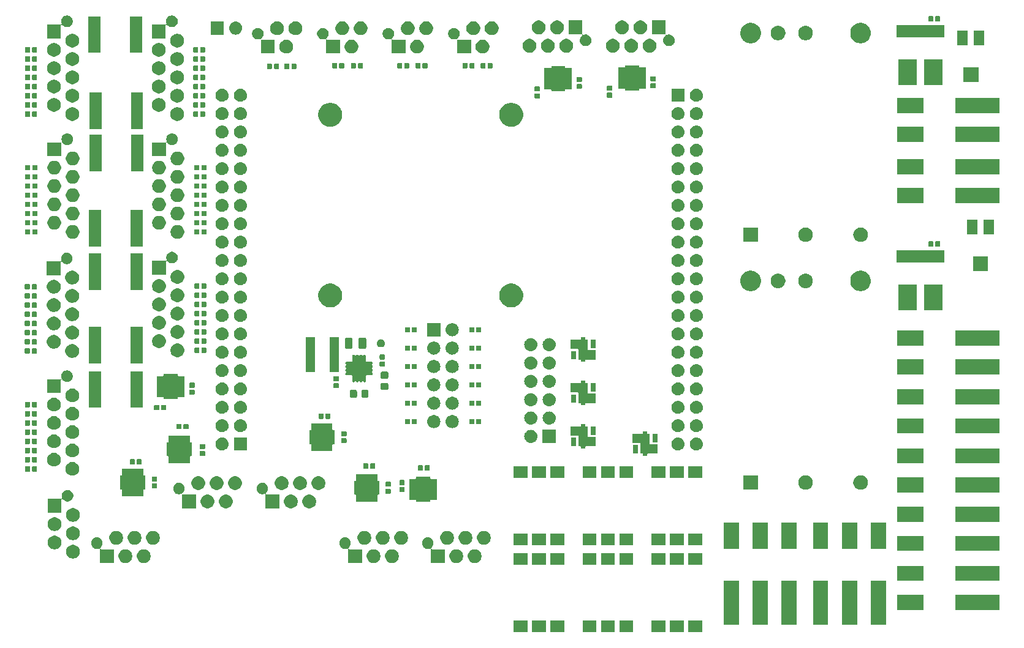
<source format=gbr>
G04 #@! TF.GenerationSoftware,KiCad,Pcbnew,5.0.2-bee76a0~70~ubuntu18.04.1*
G04 #@! TF.CreationDate,2020-03-10T15:21:39+01:00*
G04 #@! TF.ProjectId,myo_shield_pcb,6d796f5f-7368-4696-956c-645f7063622e,rev?*
G04 #@! TF.SameCoordinates,Original*
G04 #@! TF.FileFunction,Soldermask,Top*
G04 #@! TF.FilePolarity,Negative*
%FSLAX46Y46*%
G04 Gerber Fmt 4.6, Leading zero omitted, Abs format (unit mm)*
G04 Created by KiCad (PCBNEW 5.0.2-bee76a0~70~ubuntu18.04.1) date Di 10 Mär 2020 15:21:39 CET*
%MOMM*%
%LPD*%
G01*
G04 APERTURE LIST*
%ADD10C,0.100000*%
G04 APERTURE END LIST*
D10*
G36*
X131751000Y-133091000D02*
X129869000Y-133091000D01*
X129869000Y-131469000D01*
X131751000Y-131469000D01*
X131751000Y-133091000D01*
X131751000Y-133091000D01*
G37*
G36*
X153341000Y-133091000D02*
X151459000Y-133091000D01*
X151459000Y-131469000D01*
X153341000Y-131469000D01*
X153341000Y-133091000D01*
X153341000Y-133091000D01*
G37*
G36*
X150801000Y-133091000D02*
X148919000Y-133091000D01*
X148919000Y-131469000D01*
X150801000Y-131469000D01*
X150801000Y-133091000D01*
X150801000Y-133091000D01*
G37*
G36*
X155881000Y-133091000D02*
X153999000Y-133091000D01*
X153999000Y-131469000D01*
X155881000Y-131469000D01*
X155881000Y-133091000D01*
X155881000Y-133091000D01*
G37*
G36*
X146356000Y-133091000D02*
X144474000Y-133091000D01*
X144474000Y-131469000D01*
X146356000Y-131469000D01*
X146356000Y-133091000D01*
X146356000Y-133091000D01*
G37*
G36*
X141276000Y-133091000D02*
X139394000Y-133091000D01*
X139394000Y-131469000D01*
X141276000Y-131469000D01*
X141276000Y-133091000D01*
X141276000Y-133091000D01*
G37*
G36*
X136831000Y-133091000D02*
X134949000Y-133091000D01*
X134949000Y-131469000D01*
X136831000Y-131469000D01*
X136831000Y-133091000D01*
X136831000Y-133091000D01*
G37*
G36*
X134291000Y-133091000D02*
X132409000Y-133091000D01*
X132409000Y-131469000D01*
X134291000Y-131469000D01*
X134291000Y-133091000D01*
X134291000Y-133091000D01*
G37*
G36*
X143816000Y-133091000D02*
X141934000Y-133091000D01*
X141934000Y-131469000D01*
X143816000Y-131469000D01*
X143816000Y-133091000D01*
X143816000Y-133091000D01*
G37*
G36*
X160951000Y-132051000D02*
X158849000Y-132051000D01*
X158849000Y-125949000D01*
X160951000Y-125949000D01*
X160951000Y-132051000D01*
X160951000Y-132051000D01*
G37*
G36*
X164951000Y-132051000D02*
X162849000Y-132051000D01*
X162849000Y-125949000D01*
X164951000Y-125949000D01*
X164951000Y-132051000D01*
X164951000Y-132051000D01*
G37*
G36*
X177301000Y-132051000D02*
X175199000Y-132051000D01*
X175199000Y-125949000D01*
X177301000Y-125949000D01*
X177301000Y-132051000D01*
X177301000Y-132051000D01*
G37*
G36*
X173301000Y-132051000D02*
X171199000Y-132051000D01*
X171199000Y-125949000D01*
X173301000Y-125949000D01*
X173301000Y-132051000D01*
X173301000Y-132051000D01*
G37*
G36*
X181301000Y-132051000D02*
X179199000Y-132051000D01*
X179199000Y-125949000D01*
X181301000Y-125949000D01*
X181301000Y-132051000D01*
X181301000Y-132051000D01*
G37*
G36*
X168951000Y-132051000D02*
X166849000Y-132051000D01*
X166849000Y-125949000D01*
X168951000Y-125949000D01*
X168951000Y-132051000D01*
X168951000Y-132051000D01*
G37*
G36*
X196946169Y-129998459D02*
X190844169Y-129998459D01*
X190844169Y-127896459D01*
X196946169Y-127896459D01*
X196946169Y-129998459D01*
X196946169Y-129998459D01*
G37*
G36*
X186446169Y-129998459D02*
X182844169Y-129998459D01*
X182844169Y-127896459D01*
X186446169Y-127896459D01*
X186446169Y-129998459D01*
X186446169Y-129998459D01*
G37*
G36*
X196946169Y-125998459D02*
X190844169Y-125998459D01*
X190844169Y-123896459D01*
X196946169Y-123896459D01*
X196946169Y-125998459D01*
X196946169Y-125998459D01*
G37*
G36*
X186446169Y-125998459D02*
X182844169Y-125998459D01*
X182844169Y-123896459D01*
X186446169Y-123896459D01*
X186446169Y-125998459D01*
X186446169Y-125998459D01*
G37*
G36*
X155881000Y-123801000D02*
X153999000Y-123801000D01*
X153999000Y-122179000D01*
X155881000Y-122179000D01*
X155881000Y-123801000D01*
X155881000Y-123801000D01*
G37*
G36*
X131751000Y-123801000D02*
X129869000Y-123801000D01*
X129869000Y-122179000D01*
X131751000Y-122179000D01*
X131751000Y-123801000D01*
X131751000Y-123801000D01*
G37*
G36*
X134291000Y-123801000D02*
X132409000Y-123801000D01*
X132409000Y-122179000D01*
X134291000Y-122179000D01*
X134291000Y-123801000D01*
X134291000Y-123801000D01*
G37*
G36*
X136831000Y-123801000D02*
X134949000Y-123801000D01*
X134949000Y-122179000D01*
X136831000Y-122179000D01*
X136831000Y-123801000D01*
X136831000Y-123801000D01*
G37*
G36*
X141276000Y-123801000D02*
X139394000Y-123801000D01*
X139394000Y-122179000D01*
X141276000Y-122179000D01*
X141276000Y-123801000D01*
X141276000Y-123801000D01*
G37*
G36*
X143816000Y-123801000D02*
X141934000Y-123801000D01*
X141934000Y-122179000D01*
X143816000Y-122179000D01*
X143816000Y-123801000D01*
X143816000Y-123801000D01*
G37*
G36*
X146356000Y-123801000D02*
X144474000Y-123801000D01*
X144474000Y-122179000D01*
X146356000Y-122179000D01*
X146356000Y-123801000D01*
X146356000Y-123801000D01*
G37*
G36*
X150801000Y-123801000D02*
X148919000Y-123801000D01*
X148919000Y-122179000D01*
X150801000Y-122179000D01*
X150801000Y-123801000D01*
X150801000Y-123801000D01*
G37*
G36*
X153341000Y-123801000D02*
X151459000Y-123801000D01*
X151459000Y-122179000D01*
X153341000Y-122179000D01*
X153341000Y-123801000D01*
X153341000Y-123801000D01*
G37*
G36*
X124737396Y-121640546D02*
X124910466Y-121712234D01*
X125066230Y-121816312D01*
X125198688Y-121948770D01*
X125302766Y-122104534D01*
X125374454Y-122277604D01*
X125411000Y-122461333D01*
X125411000Y-122648667D01*
X125374454Y-122832396D01*
X125302766Y-123005466D01*
X125198688Y-123161230D01*
X125066230Y-123293688D01*
X124910466Y-123397766D01*
X124737396Y-123469454D01*
X124553667Y-123506000D01*
X124366333Y-123506000D01*
X124182604Y-123469454D01*
X124009534Y-123397766D01*
X123853770Y-123293688D01*
X123721312Y-123161230D01*
X123617234Y-123005466D01*
X123545546Y-122832396D01*
X123509000Y-122648667D01*
X123509000Y-122461333D01*
X123545546Y-122277604D01*
X123617234Y-122104534D01*
X123721312Y-121948770D01*
X123853770Y-121816312D01*
X124009534Y-121712234D01*
X124182604Y-121640546D01*
X124366333Y-121604000D01*
X124553667Y-121604000D01*
X124737396Y-121640546D01*
X124737396Y-121640546D01*
G37*
G36*
X110767396Y-121640546D02*
X110940466Y-121712234D01*
X111096230Y-121816312D01*
X111228688Y-121948770D01*
X111332766Y-122104534D01*
X111404454Y-122277604D01*
X111441000Y-122461333D01*
X111441000Y-122648667D01*
X111404454Y-122832396D01*
X111332766Y-123005466D01*
X111228688Y-123161230D01*
X111096230Y-123293688D01*
X110940466Y-123397766D01*
X110767396Y-123469454D01*
X110583667Y-123506000D01*
X110396333Y-123506000D01*
X110212604Y-123469454D01*
X110039534Y-123397766D01*
X109883770Y-123293688D01*
X109751312Y-123161230D01*
X109647234Y-123005466D01*
X109575546Y-122832396D01*
X109539000Y-122648667D01*
X109539000Y-122461333D01*
X109575546Y-122277604D01*
X109647234Y-122104534D01*
X109751312Y-121948770D01*
X109883770Y-121816312D01*
X110039534Y-121712234D01*
X110212604Y-121640546D01*
X110396333Y-121604000D01*
X110583667Y-121604000D01*
X110767396Y-121640546D01*
X110767396Y-121640546D01*
G37*
G36*
X118213655Y-119984733D02*
X118213657Y-119984734D01*
X118213658Y-119984734D01*
X118267509Y-120007040D01*
X118359440Y-120045119D01*
X118490643Y-120132786D01*
X118602214Y-120244357D01*
X118689881Y-120375560D01*
X118750267Y-120521345D01*
X118781050Y-120676102D01*
X118781050Y-120833898D01*
X118750267Y-120988655D01*
X118689881Y-121134440D01*
X118602214Y-121265643D01*
X118487907Y-121379950D01*
X118474915Y-121390612D01*
X118459370Y-121409554D01*
X118447819Y-121431165D01*
X118440706Y-121454614D01*
X118438304Y-121479001D01*
X118440706Y-121503387D01*
X118447819Y-121526836D01*
X118459371Y-121548447D01*
X118474916Y-121567389D01*
X118493858Y-121582934D01*
X118515469Y-121594485D01*
X118538918Y-121601598D01*
X118563304Y-121604000D01*
X120331000Y-121604000D01*
X120331000Y-123506000D01*
X118429000Y-123506000D01*
X118429000Y-121623145D01*
X118426598Y-121598759D01*
X118419485Y-121575310D01*
X118407934Y-121553699D01*
X118392388Y-121534757D01*
X118373446Y-121519211D01*
X118351835Y-121507660D01*
X118328386Y-121500547D01*
X118304000Y-121498145D01*
X118279614Y-121500547D01*
X118256165Y-121507660D01*
X118213658Y-121525267D01*
X118058898Y-121556050D01*
X117901102Y-121556050D01*
X117746345Y-121525267D01*
X117746343Y-121525266D01*
X117746342Y-121525266D01*
X117634649Y-121479001D01*
X117600560Y-121464881D01*
X117469357Y-121377214D01*
X117357786Y-121265643D01*
X117270119Y-121134440D01*
X117209733Y-120988655D01*
X117178950Y-120833898D01*
X117178950Y-120676102D01*
X117209733Y-120521345D01*
X117270119Y-120375560D01*
X117357786Y-120244357D01*
X117469357Y-120132786D01*
X117600560Y-120045119D01*
X117692491Y-120007040D01*
X117746342Y-119984734D01*
X117746343Y-119984734D01*
X117746345Y-119984733D01*
X117901102Y-119953950D01*
X118058898Y-119953950D01*
X118213655Y-119984733D01*
X118213655Y-119984733D01*
G37*
G36*
X113307396Y-121640546D02*
X113480466Y-121712234D01*
X113636230Y-121816312D01*
X113768688Y-121948770D01*
X113872766Y-122104534D01*
X113944454Y-122277604D01*
X113981000Y-122461333D01*
X113981000Y-122648667D01*
X113944454Y-122832396D01*
X113872766Y-123005466D01*
X113768688Y-123161230D01*
X113636230Y-123293688D01*
X113480466Y-123397766D01*
X113307396Y-123469454D01*
X113123667Y-123506000D01*
X112936333Y-123506000D01*
X112752604Y-123469454D01*
X112579534Y-123397766D01*
X112423770Y-123293688D01*
X112291312Y-123161230D01*
X112187234Y-123005466D01*
X112115546Y-122832396D01*
X112079000Y-122648667D01*
X112079000Y-122461333D01*
X112115546Y-122277604D01*
X112187234Y-122104534D01*
X112291312Y-121948770D01*
X112423770Y-121816312D01*
X112579534Y-121712234D01*
X112752604Y-121640546D01*
X112936333Y-121604000D01*
X113123667Y-121604000D01*
X113307396Y-121640546D01*
X113307396Y-121640546D01*
G37*
G36*
X79017396Y-121640546D02*
X79190466Y-121712234D01*
X79346230Y-121816312D01*
X79478688Y-121948770D01*
X79582766Y-122104534D01*
X79654454Y-122277604D01*
X79691000Y-122461333D01*
X79691000Y-122648667D01*
X79654454Y-122832396D01*
X79582766Y-123005466D01*
X79478688Y-123161230D01*
X79346230Y-123293688D01*
X79190466Y-123397766D01*
X79017396Y-123469454D01*
X78833667Y-123506000D01*
X78646333Y-123506000D01*
X78462604Y-123469454D01*
X78289534Y-123397766D01*
X78133770Y-123293688D01*
X78001312Y-123161230D01*
X77897234Y-123005466D01*
X77825546Y-122832396D01*
X77789000Y-122648667D01*
X77789000Y-122461333D01*
X77825546Y-122277604D01*
X77897234Y-122104534D01*
X78001312Y-121948770D01*
X78133770Y-121816312D01*
X78289534Y-121712234D01*
X78462604Y-121640546D01*
X78646333Y-121604000D01*
X78833667Y-121604000D01*
X79017396Y-121640546D01*
X79017396Y-121640546D01*
G37*
G36*
X72493655Y-119984733D02*
X72493657Y-119984734D01*
X72493658Y-119984734D01*
X72547509Y-120007040D01*
X72639440Y-120045119D01*
X72770643Y-120132786D01*
X72882214Y-120244357D01*
X72969881Y-120375560D01*
X73030267Y-120521345D01*
X73061050Y-120676102D01*
X73061050Y-120833898D01*
X73030267Y-120988655D01*
X72969881Y-121134440D01*
X72882214Y-121265643D01*
X72767907Y-121379950D01*
X72754915Y-121390612D01*
X72739370Y-121409554D01*
X72727819Y-121431165D01*
X72720706Y-121454614D01*
X72718304Y-121479001D01*
X72720706Y-121503387D01*
X72727819Y-121526836D01*
X72739371Y-121548447D01*
X72754916Y-121567389D01*
X72773858Y-121582934D01*
X72795469Y-121594485D01*
X72818918Y-121601598D01*
X72843304Y-121604000D01*
X74611000Y-121604000D01*
X74611000Y-123506000D01*
X72709000Y-123506000D01*
X72709000Y-121623145D01*
X72706598Y-121598759D01*
X72699485Y-121575310D01*
X72687934Y-121553699D01*
X72672388Y-121534757D01*
X72653446Y-121519211D01*
X72631835Y-121507660D01*
X72608386Y-121500547D01*
X72584000Y-121498145D01*
X72559614Y-121500547D01*
X72536165Y-121507660D01*
X72493658Y-121525267D01*
X72338898Y-121556050D01*
X72181102Y-121556050D01*
X72026345Y-121525267D01*
X72026343Y-121525266D01*
X72026342Y-121525266D01*
X71914649Y-121479001D01*
X71880560Y-121464881D01*
X71749357Y-121377214D01*
X71637786Y-121265643D01*
X71550119Y-121134440D01*
X71489733Y-120988655D01*
X71458950Y-120833898D01*
X71458950Y-120676102D01*
X71489733Y-120521345D01*
X71550119Y-120375560D01*
X71637786Y-120244357D01*
X71749357Y-120132786D01*
X71880560Y-120045119D01*
X71972491Y-120007040D01*
X72026342Y-119984734D01*
X72026343Y-119984734D01*
X72026345Y-119984733D01*
X72181102Y-119953950D01*
X72338898Y-119953950D01*
X72493655Y-119984733D01*
X72493655Y-119984733D01*
G37*
G36*
X76477396Y-121640546D02*
X76650466Y-121712234D01*
X76806230Y-121816312D01*
X76938688Y-121948770D01*
X77042766Y-122104534D01*
X77114454Y-122277604D01*
X77151000Y-122461333D01*
X77151000Y-122648667D01*
X77114454Y-122832396D01*
X77042766Y-123005466D01*
X76938688Y-123161230D01*
X76806230Y-123293688D01*
X76650466Y-123397766D01*
X76477396Y-123469454D01*
X76293667Y-123506000D01*
X76106333Y-123506000D01*
X75922604Y-123469454D01*
X75749534Y-123397766D01*
X75593770Y-123293688D01*
X75461312Y-123161230D01*
X75357234Y-123005466D01*
X75285546Y-122832396D01*
X75249000Y-122648667D01*
X75249000Y-122461333D01*
X75285546Y-122277604D01*
X75357234Y-122104534D01*
X75461312Y-121948770D01*
X75593770Y-121816312D01*
X75749534Y-121712234D01*
X75922604Y-121640546D01*
X76106333Y-121604000D01*
X76293667Y-121604000D01*
X76477396Y-121640546D01*
X76477396Y-121640546D01*
G37*
G36*
X122197396Y-121640546D02*
X122370466Y-121712234D01*
X122526230Y-121816312D01*
X122658688Y-121948770D01*
X122762766Y-122104534D01*
X122834454Y-122277604D01*
X122871000Y-122461333D01*
X122871000Y-122648667D01*
X122834454Y-122832396D01*
X122762766Y-123005466D01*
X122658688Y-123161230D01*
X122526230Y-123293688D01*
X122370466Y-123397766D01*
X122197396Y-123469454D01*
X122013667Y-123506000D01*
X121826333Y-123506000D01*
X121642604Y-123469454D01*
X121469534Y-123397766D01*
X121313770Y-123293688D01*
X121181312Y-123161230D01*
X121077234Y-123005466D01*
X121005546Y-122832396D01*
X120969000Y-122648667D01*
X120969000Y-122461333D01*
X121005546Y-122277604D01*
X121077234Y-122104534D01*
X121181312Y-121948770D01*
X121313770Y-121816312D01*
X121469534Y-121712234D01*
X121642604Y-121640546D01*
X121826333Y-121604000D01*
X122013667Y-121604000D01*
X122197396Y-121640546D01*
X122197396Y-121640546D01*
G37*
G36*
X106783655Y-119984733D02*
X106783657Y-119984734D01*
X106783658Y-119984734D01*
X106837509Y-120007040D01*
X106929440Y-120045119D01*
X107060643Y-120132786D01*
X107172214Y-120244357D01*
X107259881Y-120375560D01*
X107320267Y-120521345D01*
X107351050Y-120676102D01*
X107351050Y-120833898D01*
X107320267Y-120988655D01*
X107259881Y-121134440D01*
X107172214Y-121265643D01*
X107057907Y-121379950D01*
X107044915Y-121390612D01*
X107029370Y-121409554D01*
X107017819Y-121431165D01*
X107010706Y-121454614D01*
X107008304Y-121479001D01*
X107010706Y-121503387D01*
X107017819Y-121526836D01*
X107029371Y-121548447D01*
X107044916Y-121567389D01*
X107063858Y-121582934D01*
X107085469Y-121594485D01*
X107108918Y-121601598D01*
X107133304Y-121604000D01*
X108901000Y-121604000D01*
X108901000Y-123506000D01*
X106999000Y-123506000D01*
X106999000Y-121623145D01*
X106996598Y-121598759D01*
X106989485Y-121575310D01*
X106977934Y-121553699D01*
X106962388Y-121534757D01*
X106943446Y-121519211D01*
X106921835Y-121507660D01*
X106898386Y-121500547D01*
X106874000Y-121498145D01*
X106849614Y-121500547D01*
X106826165Y-121507660D01*
X106783658Y-121525267D01*
X106628898Y-121556050D01*
X106471102Y-121556050D01*
X106316345Y-121525267D01*
X106316343Y-121525266D01*
X106316342Y-121525266D01*
X106204649Y-121479001D01*
X106170560Y-121464881D01*
X106039357Y-121377214D01*
X105927786Y-121265643D01*
X105840119Y-121134440D01*
X105779733Y-120988655D01*
X105748950Y-120833898D01*
X105748950Y-120676102D01*
X105779733Y-120521345D01*
X105840119Y-120375560D01*
X105927786Y-120244357D01*
X106039357Y-120132786D01*
X106170560Y-120045119D01*
X106262491Y-120007040D01*
X106316342Y-119984734D01*
X106316343Y-119984734D01*
X106316345Y-119984733D01*
X106471102Y-119953950D01*
X106628898Y-119953950D01*
X106783655Y-119984733D01*
X106783655Y-119984733D01*
G37*
G36*
X69217396Y-121035546D02*
X69390466Y-121107234D01*
X69546230Y-121211312D01*
X69678688Y-121343770D01*
X69782766Y-121499534D01*
X69854454Y-121672604D01*
X69891000Y-121856333D01*
X69891000Y-122043667D01*
X69854454Y-122227396D01*
X69782766Y-122400466D01*
X69678688Y-122556230D01*
X69546230Y-122688688D01*
X69390466Y-122792766D01*
X69217396Y-122864454D01*
X69033667Y-122901000D01*
X68846333Y-122901000D01*
X68662604Y-122864454D01*
X68489534Y-122792766D01*
X68333770Y-122688688D01*
X68201312Y-122556230D01*
X68097234Y-122400466D01*
X68025546Y-122227396D01*
X67989000Y-122043667D01*
X67989000Y-121856333D01*
X68025546Y-121672604D01*
X68097234Y-121499534D01*
X68201312Y-121343770D01*
X68333770Y-121211312D01*
X68489534Y-121107234D01*
X68662604Y-121035546D01*
X68846333Y-120999000D01*
X69033667Y-120999000D01*
X69217396Y-121035546D01*
X69217396Y-121035546D01*
G37*
G36*
X196946169Y-121848459D02*
X190844169Y-121848459D01*
X190844169Y-119746459D01*
X196946169Y-119746459D01*
X196946169Y-121848459D01*
X196946169Y-121848459D01*
G37*
G36*
X186446169Y-121848459D02*
X182844169Y-121848459D01*
X182844169Y-119746459D01*
X186446169Y-119746459D01*
X186446169Y-121848459D01*
X186446169Y-121848459D01*
G37*
G36*
X66677396Y-119765546D02*
X66850466Y-119837234D01*
X67006230Y-119941312D01*
X67138688Y-120073770D01*
X67242766Y-120229534D01*
X67314454Y-120402604D01*
X67351000Y-120586333D01*
X67351000Y-120773667D01*
X67314454Y-120957396D01*
X67242766Y-121130466D01*
X67138688Y-121286230D01*
X67006230Y-121418688D01*
X66850466Y-121522766D01*
X66677396Y-121594454D01*
X66493667Y-121631000D01*
X66306333Y-121631000D01*
X66122604Y-121594454D01*
X65949534Y-121522766D01*
X65793770Y-121418688D01*
X65661312Y-121286230D01*
X65557234Y-121130466D01*
X65485546Y-120957396D01*
X65449000Y-120773667D01*
X65449000Y-120586333D01*
X65485546Y-120402604D01*
X65557234Y-120229534D01*
X65661312Y-120073770D01*
X65793770Y-119941312D01*
X65949534Y-119837234D01*
X66122604Y-119765546D01*
X66306333Y-119729000D01*
X66493667Y-119729000D01*
X66677396Y-119765546D01*
X66677396Y-119765546D01*
G37*
G36*
X181301000Y-121551000D02*
X179199000Y-121551000D01*
X179199000Y-117949000D01*
X181301000Y-117949000D01*
X181301000Y-121551000D01*
X181301000Y-121551000D01*
G37*
G36*
X177301000Y-121551000D02*
X175199000Y-121551000D01*
X175199000Y-117949000D01*
X177301000Y-117949000D01*
X177301000Y-121551000D01*
X177301000Y-121551000D01*
G37*
G36*
X173301000Y-121551000D02*
X171199000Y-121551000D01*
X171199000Y-117949000D01*
X173301000Y-117949000D01*
X173301000Y-121551000D01*
X173301000Y-121551000D01*
G37*
G36*
X168951000Y-121551000D02*
X166849000Y-121551000D01*
X166849000Y-117949000D01*
X168951000Y-117949000D01*
X168951000Y-121551000D01*
X168951000Y-121551000D01*
G37*
G36*
X164951000Y-121551000D02*
X162849000Y-121551000D01*
X162849000Y-117949000D01*
X164951000Y-117949000D01*
X164951000Y-121551000D01*
X164951000Y-121551000D01*
G37*
G36*
X160951000Y-121551000D02*
X158849000Y-121551000D01*
X158849000Y-117949000D01*
X160951000Y-117949000D01*
X160951000Y-121551000D01*
X160951000Y-121551000D01*
G37*
G36*
X146356000Y-121026000D02*
X144474000Y-121026000D01*
X144474000Y-119404000D01*
X146356000Y-119404000D01*
X146356000Y-121026000D01*
X146356000Y-121026000D01*
G37*
G36*
X136831000Y-121026000D02*
X134949000Y-121026000D01*
X134949000Y-119404000D01*
X136831000Y-119404000D01*
X136831000Y-121026000D01*
X136831000Y-121026000D01*
G37*
G36*
X134291000Y-121026000D02*
X132409000Y-121026000D01*
X132409000Y-119404000D01*
X134291000Y-119404000D01*
X134291000Y-121026000D01*
X134291000Y-121026000D01*
G37*
G36*
X131751000Y-121026000D02*
X129869000Y-121026000D01*
X129869000Y-119404000D01*
X131751000Y-119404000D01*
X131751000Y-121026000D01*
X131751000Y-121026000D01*
G37*
G36*
X155881000Y-121026000D02*
X153999000Y-121026000D01*
X153999000Y-119404000D01*
X155881000Y-119404000D01*
X155881000Y-121026000D01*
X155881000Y-121026000D01*
G37*
G36*
X150801000Y-121026000D02*
X148919000Y-121026000D01*
X148919000Y-119404000D01*
X150801000Y-119404000D01*
X150801000Y-121026000D01*
X150801000Y-121026000D01*
G37*
G36*
X143816000Y-121026000D02*
X141934000Y-121026000D01*
X141934000Y-119404000D01*
X143816000Y-119404000D01*
X143816000Y-121026000D01*
X143816000Y-121026000D01*
G37*
G36*
X141276000Y-121026000D02*
X139394000Y-121026000D01*
X139394000Y-119404000D01*
X141276000Y-119404000D01*
X141276000Y-121026000D01*
X141276000Y-121026000D01*
G37*
G36*
X153341000Y-121026000D02*
X151459000Y-121026000D01*
X151459000Y-119404000D01*
X153341000Y-119404000D01*
X153341000Y-121026000D01*
X153341000Y-121026000D01*
G37*
G36*
X75207396Y-119100546D02*
X75380466Y-119172234D01*
X75536230Y-119276312D01*
X75668688Y-119408770D01*
X75772766Y-119564534D01*
X75844454Y-119737604D01*
X75881000Y-119921333D01*
X75881000Y-120108667D01*
X75844454Y-120292396D01*
X75772766Y-120465466D01*
X75668688Y-120621230D01*
X75536230Y-120753688D01*
X75380466Y-120857766D01*
X75207396Y-120929454D01*
X75023667Y-120966000D01*
X74836333Y-120966000D01*
X74652604Y-120929454D01*
X74479534Y-120857766D01*
X74323770Y-120753688D01*
X74191312Y-120621230D01*
X74087234Y-120465466D01*
X74015546Y-120292396D01*
X73979000Y-120108667D01*
X73979000Y-119921333D01*
X74015546Y-119737604D01*
X74087234Y-119564534D01*
X74191312Y-119408770D01*
X74323770Y-119276312D01*
X74479534Y-119172234D01*
X74652604Y-119100546D01*
X74836333Y-119064000D01*
X75023667Y-119064000D01*
X75207396Y-119100546D01*
X75207396Y-119100546D01*
G37*
G36*
X80287396Y-119100546D02*
X80460466Y-119172234D01*
X80616230Y-119276312D01*
X80748688Y-119408770D01*
X80852766Y-119564534D01*
X80924454Y-119737604D01*
X80961000Y-119921333D01*
X80961000Y-120108667D01*
X80924454Y-120292396D01*
X80852766Y-120465466D01*
X80748688Y-120621230D01*
X80616230Y-120753688D01*
X80460466Y-120857766D01*
X80287396Y-120929454D01*
X80103667Y-120966000D01*
X79916333Y-120966000D01*
X79732604Y-120929454D01*
X79559534Y-120857766D01*
X79403770Y-120753688D01*
X79271312Y-120621230D01*
X79167234Y-120465466D01*
X79095546Y-120292396D01*
X79059000Y-120108667D01*
X79059000Y-119921333D01*
X79095546Y-119737604D01*
X79167234Y-119564534D01*
X79271312Y-119408770D01*
X79403770Y-119276312D01*
X79559534Y-119172234D01*
X79732604Y-119100546D01*
X79916333Y-119064000D01*
X80103667Y-119064000D01*
X80287396Y-119100546D01*
X80287396Y-119100546D01*
G37*
G36*
X77747396Y-119100546D02*
X77920466Y-119172234D01*
X78076230Y-119276312D01*
X78208688Y-119408770D01*
X78312766Y-119564534D01*
X78384454Y-119737604D01*
X78421000Y-119921333D01*
X78421000Y-120108667D01*
X78384454Y-120292396D01*
X78312766Y-120465466D01*
X78208688Y-120621230D01*
X78076230Y-120753688D01*
X77920466Y-120857766D01*
X77747396Y-120929454D01*
X77563667Y-120966000D01*
X77376333Y-120966000D01*
X77192604Y-120929454D01*
X77019534Y-120857766D01*
X76863770Y-120753688D01*
X76731312Y-120621230D01*
X76627234Y-120465466D01*
X76555546Y-120292396D01*
X76519000Y-120108667D01*
X76519000Y-119921333D01*
X76555546Y-119737604D01*
X76627234Y-119564534D01*
X76731312Y-119408770D01*
X76863770Y-119276312D01*
X77019534Y-119172234D01*
X77192604Y-119100546D01*
X77376333Y-119064000D01*
X77563667Y-119064000D01*
X77747396Y-119100546D01*
X77747396Y-119100546D01*
G37*
G36*
X126007396Y-119100546D02*
X126180466Y-119172234D01*
X126336230Y-119276312D01*
X126468688Y-119408770D01*
X126572766Y-119564534D01*
X126644454Y-119737604D01*
X126681000Y-119921333D01*
X126681000Y-120108667D01*
X126644454Y-120292396D01*
X126572766Y-120465466D01*
X126468688Y-120621230D01*
X126336230Y-120753688D01*
X126180466Y-120857766D01*
X126007396Y-120929454D01*
X125823667Y-120966000D01*
X125636333Y-120966000D01*
X125452604Y-120929454D01*
X125279534Y-120857766D01*
X125123770Y-120753688D01*
X124991312Y-120621230D01*
X124887234Y-120465466D01*
X124815546Y-120292396D01*
X124779000Y-120108667D01*
X124779000Y-119921333D01*
X124815546Y-119737604D01*
X124887234Y-119564534D01*
X124991312Y-119408770D01*
X125123770Y-119276312D01*
X125279534Y-119172234D01*
X125452604Y-119100546D01*
X125636333Y-119064000D01*
X125823667Y-119064000D01*
X126007396Y-119100546D01*
X126007396Y-119100546D01*
G37*
G36*
X112037396Y-119100546D02*
X112210466Y-119172234D01*
X112366230Y-119276312D01*
X112498688Y-119408770D01*
X112602766Y-119564534D01*
X112674454Y-119737604D01*
X112711000Y-119921333D01*
X112711000Y-120108667D01*
X112674454Y-120292396D01*
X112602766Y-120465466D01*
X112498688Y-120621230D01*
X112366230Y-120753688D01*
X112210466Y-120857766D01*
X112037396Y-120929454D01*
X111853667Y-120966000D01*
X111666333Y-120966000D01*
X111482604Y-120929454D01*
X111309534Y-120857766D01*
X111153770Y-120753688D01*
X111021312Y-120621230D01*
X110917234Y-120465466D01*
X110845546Y-120292396D01*
X110809000Y-120108667D01*
X110809000Y-119921333D01*
X110845546Y-119737604D01*
X110917234Y-119564534D01*
X111021312Y-119408770D01*
X111153770Y-119276312D01*
X111309534Y-119172234D01*
X111482604Y-119100546D01*
X111666333Y-119064000D01*
X111853667Y-119064000D01*
X112037396Y-119100546D01*
X112037396Y-119100546D01*
G37*
G36*
X123467396Y-119100546D02*
X123640466Y-119172234D01*
X123796230Y-119276312D01*
X123928688Y-119408770D01*
X124032766Y-119564534D01*
X124104454Y-119737604D01*
X124141000Y-119921333D01*
X124141000Y-120108667D01*
X124104454Y-120292396D01*
X124032766Y-120465466D01*
X123928688Y-120621230D01*
X123796230Y-120753688D01*
X123640466Y-120857766D01*
X123467396Y-120929454D01*
X123283667Y-120966000D01*
X123096333Y-120966000D01*
X122912604Y-120929454D01*
X122739534Y-120857766D01*
X122583770Y-120753688D01*
X122451312Y-120621230D01*
X122347234Y-120465466D01*
X122275546Y-120292396D01*
X122239000Y-120108667D01*
X122239000Y-119921333D01*
X122275546Y-119737604D01*
X122347234Y-119564534D01*
X122451312Y-119408770D01*
X122583770Y-119276312D01*
X122739534Y-119172234D01*
X122912604Y-119100546D01*
X123096333Y-119064000D01*
X123283667Y-119064000D01*
X123467396Y-119100546D01*
X123467396Y-119100546D01*
G37*
G36*
X109497396Y-119100546D02*
X109670466Y-119172234D01*
X109826230Y-119276312D01*
X109958688Y-119408770D01*
X110062766Y-119564534D01*
X110134454Y-119737604D01*
X110171000Y-119921333D01*
X110171000Y-120108667D01*
X110134454Y-120292396D01*
X110062766Y-120465466D01*
X109958688Y-120621230D01*
X109826230Y-120753688D01*
X109670466Y-120857766D01*
X109497396Y-120929454D01*
X109313667Y-120966000D01*
X109126333Y-120966000D01*
X108942604Y-120929454D01*
X108769534Y-120857766D01*
X108613770Y-120753688D01*
X108481312Y-120621230D01*
X108377234Y-120465466D01*
X108305546Y-120292396D01*
X108269000Y-120108667D01*
X108269000Y-119921333D01*
X108305546Y-119737604D01*
X108377234Y-119564534D01*
X108481312Y-119408770D01*
X108613770Y-119276312D01*
X108769534Y-119172234D01*
X108942604Y-119100546D01*
X109126333Y-119064000D01*
X109313667Y-119064000D01*
X109497396Y-119100546D01*
X109497396Y-119100546D01*
G37*
G36*
X120927396Y-119100546D02*
X121100466Y-119172234D01*
X121256230Y-119276312D01*
X121388688Y-119408770D01*
X121492766Y-119564534D01*
X121564454Y-119737604D01*
X121601000Y-119921333D01*
X121601000Y-120108667D01*
X121564454Y-120292396D01*
X121492766Y-120465466D01*
X121388688Y-120621230D01*
X121256230Y-120753688D01*
X121100466Y-120857766D01*
X120927396Y-120929454D01*
X120743667Y-120966000D01*
X120556333Y-120966000D01*
X120372604Y-120929454D01*
X120199534Y-120857766D01*
X120043770Y-120753688D01*
X119911312Y-120621230D01*
X119807234Y-120465466D01*
X119735546Y-120292396D01*
X119699000Y-120108667D01*
X119699000Y-119921333D01*
X119735546Y-119737604D01*
X119807234Y-119564534D01*
X119911312Y-119408770D01*
X120043770Y-119276312D01*
X120199534Y-119172234D01*
X120372604Y-119100546D01*
X120556333Y-119064000D01*
X120743667Y-119064000D01*
X120927396Y-119100546D01*
X120927396Y-119100546D01*
G37*
G36*
X114577396Y-119100546D02*
X114750466Y-119172234D01*
X114906230Y-119276312D01*
X115038688Y-119408770D01*
X115142766Y-119564534D01*
X115214454Y-119737604D01*
X115251000Y-119921333D01*
X115251000Y-120108667D01*
X115214454Y-120292396D01*
X115142766Y-120465466D01*
X115038688Y-120621230D01*
X114906230Y-120753688D01*
X114750466Y-120857766D01*
X114577396Y-120929454D01*
X114393667Y-120966000D01*
X114206333Y-120966000D01*
X114022604Y-120929454D01*
X113849534Y-120857766D01*
X113693770Y-120753688D01*
X113561312Y-120621230D01*
X113457234Y-120465466D01*
X113385546Y-120292396D01*
X113349000Y-120108667D01*
X113349000Y-119921333D01*
X113385546Y-119737604D01*
X113457234Y-119564534D01*
X113561312Y-119408770D01*
X113693770Y-119276312D01*
X113849534Y-119172234D01*
X114022604Y-119100546D01*
X114206333Y-119064000D01*
X114393667Y-119064000D01*
X114577396Y-119100546D01*
X114577396Y-119100546D01*
G37*
G36*
X69217396Y-118495546D02*
X69390466Y-118567234D01*
X69546230Y-118671312D01*
X69678688Y-118803770D01*
X69782766Y-118959534D01*
X69854454Y-119132604D01*
X69891000Y-119316333D01*
X69891000Y-119503667D01*
X69854454Y-119687396D01*
X69782766Y-119860466D01*
X69678688Y-120016230D01*
X69546230Y-120148688D01*
X69390466Y-120252766D01*
X69217396Y-120324454D01*
X69033667Y-120361000D01*
X68846333Y-120361000D01*
X68662604Y-120324454D01*
X68489534Y-120252766D01*
X68333770Y-120148688D01*
X68201312Y-120016230D01*
X68097234Y-119860466D01*
X68025546Y-119687396D01*
X67989000Y-119503667D01*
X67989000Y-119316333D01*
X68025546Y-119132604D01*
X68097234Y-118959534D01*
X68201312Y-118803770D01*
X68333770Y-118671312D01*
X68489534Y-118567234D01*
X68662604Y-118495546D01*
X68846333Y-118459000D01*
X69033667Y-118459000D01*
X69217396Y-118495546D01*
X69217396Y-118495546D01*
G37*
G36*
X66677396Y-117225546D02*
X66850466Y-117297234D01*
X67006230Y-117401312D01*
X67138688Y-117533770D01*
X67242766Y-117689534D01*
X67314454Y-117862604D01*
X67351000Y-118046333D01*
X67351000Y-118233667D01*
X67314454Y-118417396D01*
X67242766Y-118590466D01*
X67138688Y-118746230D01*
X67006230Y-118878688D01*
X66850466Y-118982766D01*
X66677396Y-119054454D01*
X66493667Y-119091000D01*
X66306333Y-119091000D01*
X66122604Y-119054454D01*
X65949534Y-118982766D01*
X65793770Y-118878688D01*
X65661312Y-118746230D01*
X65557234Y-118590466D01*
X65485546Y-118417396D01*
X65449000Y-118233667D01*
X65449000Y-118046333D01*
X65485546Y-117862604D01*
X65557234Y-117689534D01*
X65661312Y-117533770D01*
X65793770Y-117401312D01*
X65949534Y-117297234D01*
X66122604Y-117225546D01*
X66306333Y-117189000D01*
X66493667Y-117189000D01*
X66677396Y-117225546D01*
X66677396Y-117225546D01*
G37*
G36*
X196946169Y-117848459D02*
X190844169Y-117848459D01*
X190844169Y-115746459D01*
X196946169Y-115746459D01*
X196946169Y-117848459D01*
X196946169Y-117848459D01*
G37*
G36*
X186446169Y-117848459D02*
X182844169Y-117848459D01*
X182844169Y-115746459D01*
X186446169Y-115746459D01*
X186446169Y-117848459D01*
X186446169Y-117848459D01*
G37*
G36*
X69217396Y-115955546D02*
X69390466Y-116027234D01*
X69546230Y-116131312D01*
X69678688Y-116263770D01*
X69782766Y-116419534D01*
X69854454Y-116592604D01*
X69891000Y-116776333D01*
X69891000Y-116963667D01*
X69854454Y-117147396D01*
X69782766Y-117320466D01*
X69678688Y-117476230D01*
X69546230Y-117608688D01*
X69390466Y-117712766D01*
X69217396Y-117784454D01*
X69033667Y-117821000D01*
X68846333Y-117821000D01*
X68662604Y-117784454D01*
X68489534Y-117712766D01*
X68333770Y-117608688D01*
X68201312Y-117476230D01*
X68097234Y-117320466D01*
X68025546Y-117147396D01*
X67989000Y-116963667D01*
X67989000Y-116776333D01*
X68025546Y-116592604D01*
X68097234Y-116419534D01*
X68201312Y-116263770D01*
X68333770Y-116131312D01*
X68489534Y-116027234D01*
X68662604Y-115955546D01*
X68846333Y-115919000D01*
X69033667Y-115919000D01*
X69217396Y-115955546D01*
X69217396Y-115955546D01*
G37*
G36*
X68433655Y-113429733D02*
X68433657Y-113429734D01*
X68433658Y-113429734D01*
X68443124Y-113433655D01*
X68579440Y-113490119D01*
X68710643Y-113577786D01*
X68822214Y-113689357D01*
X68909881Y-113820560D01*
X68927276Y-113862556D01*
X68964599Y-113952660D01*
X68970267Y-113966345D01*
X69001050Y-114121102D01*
X69001050Y-114278898D01*
X68970267Y-114433655D01*
X68909881Y-114579440D01*
X68822214Y-114710643D01*
X68710643Y-114822214D01*
X68579440Y-114909881D01*
X68487509Y-114947960D01*
X68433658Y-114970266D01*
X68433657Y-114970266D01*
X68433655Y-114970267D01*
X68278898Y-115001050D01*
X68121102Y-115001050D01*
X67966345Y-114970267D01*
X67966343Y-114970266D01*
X67966342Y-114970266D01*
X67912491Y-114947960D01*
X67820560Y-114909881D01*
X67689357Y-114822214D01*
X67575050Y-114707907D01*
X67564388Y-114694915D01*
X67545446Y-114679370D01*
X67523835Y-114667819D01*
X67500386Y-114660706D01*
X67475999Y-114658304D01*
X67451613Y-114660706D01*
X67428164Y-114667819D01*
X67406553Y-114679371D01*
X67387611Y-114694916D01*
X67372066Y-114713858D01*
X67360515Y-114735469D01*
X67353402Y-114758918D01*
X67351000Y-114783304D01*
X67351000Y-116551000D01*
X65449000Y-116551000D01*
X65449000Y-114649000D01*
X67331855Y-114649000D01*
X67356241Y-114646598D01*
X67379690Y-114639485D01*
X67401301Y-114627934D01*
X67420243Y-114612388D01*
X67435789Y-114593446D01*
X67447340Y-114571835D01*
X67454453Y-114548386D01*
X67456855Y-114524000D01*
X67454453Y-114499614D01*
X67447340Y-114476165D01*
X67429733Y-114433658D01*
X67398950Y-114278898D01*
X67398950Y-114121102D01*
X67429733Y-113966345D01*
X67435402Y-113952660D01*
X67472724Y-113862556D01*
X67490119Y-113820560D01*
X67577786Y-113689357D01*
X67689357Y-113577786D01*
X67820560Y-113490119D01*
X67956876Y-113433655D01*
X67966342Y-113429734D01*
X67966343Y-113429734D01*
X67966345Y-113429733D01*
X68121102Y-113398950D01*
X68278898Y-113398950D01*
X68433655Y-113429733D01*
X68433655Y-113429733D01*
G37*
G36*
X83833655Y-112429733D02*
X83833657Y-112429734D01*
X83833658Y-112429734D01*
X83863270Y-112442000D01*
X83979440Y-112490119D01*
X84110643Y-112577786D01*
X84222214Y-112689357D01*
X84309881Y-112820560D01*
X84370267Y-112966345D01*
X84401050Y-113121102D01*
X84401050Y-113278898D01*
X84370267Y-113433655D01*
X84309881Y-113579440D01*
X84222214Y-113710643D01*
X84107907Y-113824950D01*
X84094915Y-113835612D01*
X84079370Y-113854554D01*
X84067819Y-113876165D01*
X84060706Y-113899614D01*
X84058304Y-113924001D01*
X84060706Y-113948387D01*
X84067819Y-113971836D01*
X84079371Y-113993447D01*
X84094916Y-114012389D01*
X84113858Y-114027934D01*
X84135469Y-114039485D01*
X84158918Y-114046598D01*
X84183304Y-114049000D01*
X85951000Y-114049000D01*
X85951000Y-115951000D01*
X84049000Y-115951000D01*
X84049000Y-114068145D01*
X84046598Y-114043759D01*
X84039485Y-114020310D01*
X84027934Y-113998699D01*
X84012388Y-113979757D01*
X83993446Y-113964211D01*
X83971835Y-113952660D01*
X83948386Y-113945547D01*
X83924000Y-113943145D01*
X83899614Y-113945547D01*
X83876165Y-113952660D01*
X83833658Y-113970267D01*
X83678898Y-114001050D01*
X83521102Y-114001050D01*
X83366345Y-113970267D01*
X83366343Y-113970266D01*
X83366342Y-113970266D01*
X83264989Y-113928284D01*
X83220560Y-113909881D01*
X83089357Y-113822214D01*
X82977786Y-113710643D01*
X82890119Y-113579440D01*
X82829733Y-113433655D01*
X82798950Y-113278898D01*
X82798950Y-113121102D01*
X82829733Y-112966345D01*
X82890119Y-112820560D01*
X82977786Y-112689357D01*
X83089357Y-112577786D01*
X83220560Y-112490119D01*
X83336730Y-112442000D01*
X83366342Y-112429734D01*
X83366343Y-112429734D01*
X83366345Y-112429733D01*
X83521102Y-112398950D01*
X83678898Y-112398950D01*
X83833655Y-112429733D01*
X83833655Y-112429733D01*
G37*
G36*
X87817396Y-114085546D02*
X87990466Y-114157234D01*
X88146230Y-114261312D01*
X88278688Y-114393770D01*
X88382766Y-114549534D01*
X88454454Y-114722604D01*
X88491000Y-114906333D01*
X88491000Y-115093667D01*
X88454454Y-115277396D01*
X88382766Y-115450466D01*
X88278688Y-115606230D01*
X88146230Y-115738688D01*
X87990466Y-115842766D01*
X87817396Y-115914454D01*
X87633667Y-115951000D01*
X87446333Y-115951000D01*
X87262604Y-115914454D01*
X87089534Y-115842766D01*
X86933770Y-115738688D01*
X86801312Y-115606230D01*
X86697234Y-115450466D01*
X86625546Y-115277396D01*
X86589000Y-115093667D01*
X86589000Y-114906333D01*
X86625546Y-114722604D01*
X86697234Y-114549534D01*
X86801312Y-114393770D01*
X86933770Y-114261312D01*
X87089534Y-114157234D01*
X87262604Y-114085546D01*
X87446333Y-114049000D01*
X87633667Y-114049000D01*
X87817396Y-114085546D01*
X87817396Y-114085546D01*
G37*
G36*
X99337396Y-114085546D02*
X99510466Y-114157234D01*
X99666230Y-114261312D01*
X99798688Y-114393770D01*
X99902766Y-114549534D01*
X99974454Y-114722604D01*
X100011000Y-114906333D01*
X100011000Y-115093667D01*
X99974454Y-115277396D01*
X99902766Y-115450466D01*
X99798688Y-115606230D01*
X99666230Y-115738688D01*
X99510466Y-115842766D01*
X99337396Y-115914454D01*
X99153667Y-115951000D01*
X98966333Y-115951000D01*
X98782604Y-115914454D01*
X98609534Y-115842766D01*
X98453770Y-115738688D01*
X98321312Y-115606230D01*
X98217234Y-115450466D01*
X98145546Y-115277396D01*
X98109000Y-115093667D01*
X98109000Y-114906333D01*
X98145546Y-114722604D01*
X98217234Y-114549534D01*
X98321312Y-114393770D01*
X98453770Y-114261312D01*
X98609534Y-114157234D01*
X98782604Y-114085546D01*
X98966333Y-114049000D01*
X99153667Y-114049000D01*
X99337396Y-114085546D01*
X99337396Y-114085546D01*
G37*
G36*
X95353655Y-112429733D02*
X95353657Y-112429734D01*
X95353658Y-112429734D01*
X95383270Y-112442000D01*
X95499440Y-112490119D01*
X95630643Y-112577786D01*
X95742214Y-112689357D01*
X95829881Y-112820560D01*
X95890267Y-112966345D01*
X95921050Y-113121102D01*
X95921050Y-113278898D01*
X95890267Y-113433655D01*
X95829881Y-113579440D01*
X95742214Y-113710643D01*
X95627907Y-113824950D01*
X95614915Y-113835612D01*
X95599370Y-113854554D01*
X95587819Y-113876165D01*
X95580706Y-113899614D01*
X95578304Y-113924001D01*
X95580706Y-113948387D01*
X95587819Y-113971836D01*
X95599371Y-113993447D01*
X95614916Y-114012389D01*
X95633858Y-114027934D01*
X95655469Y-114039485D01*
X95678918Y-114046598D01*
X95703304Y-114049000D01*
X97471000Y-114049000D01*
X97471000Y-115951000D01*
X95569000Y-115951000D01*
X95569000Y-114068145D01*
X95566598Y-114043759D01*
X95559485Y-114020310D01*
X95547934Y-113998699D01*
X95532388Y-113979757D01*
X95513446Y-113964211D01*
X95491835Y-113952660D01*
X95468386Y-113945547D01*
X95444000Y-113943145D01*
X95419614Y-113945547D01*
X95396165Y-113952660D01*
X95353658Y-113970267D01*
X95198898Y-114001050D01*
X95041102Y-114001050D01*
X94886345Y-113970267D01*
X94886343Y-113970266D01*
X94886342Y-113970266D01*
X94784989Y-113928284D01*
X94740560Y-113909881D01*
X94609357Y-113822214D01*
X94497786Y-113710643D01*
X94410119Y-113579440D01*
X94349733Y-113433655D01*
X94318950Y-113278898D01*
X94318950Y-113121102D01*
X94349733Y-112966345D01*
X94410119Y-112820560D01*
X94497786Y-112689357D01*
X94609357Y-112577786D01*
X94740560Y-112490119D01*
X94856730Y-112442000D01*
X94886342Y-112429734D01*
X94886343Y-112429734D01*
X94886345Y-112429733D01*
X95041102Y-112398950D01*
X95198898Y-112398950D01*
X95353655Y-112429733D01*
X95353655Y-112429733D01*
G37*
G36*
X101877396Y-114085546D02*
X102050466Y-114157234D01*
X102206230Y-114261312D01*
X102338688Y-114393770D01*
X102442766Y-114549534D01*
X102514454Y-114722604D01*
X102551000Y-114906333D01*
X102551000Y-115093667D01*
X102514454Y-115277396D01*
X102442766Y-115450466D01*
X102338688Y-115606230D01*
X102206230Y-115738688D01*
X102050466Y-115842766D01*
X101877396Y-115914454D01*
X101693667Y-115951000D01*
X101506333Y-115951000D01*
X101322604Y-115914454D01*
X101149534Y-115842766D01*
X100993770Y-115738688D01*
X100861312Y-115606230D01*
X100757234Y-115450466D01*
X100685546Y-115277396D01*
X100649000Y-115093667D01*
X100649000Y-114906333D01*
X100685546Y-114722604D01*
X100757234Y-114549534D01*
X100861312Y-114393770D01*
X100993770Y-114261312D01*
X101149534Y-114157234D01*
X101322604Y-114085546D01*
X101506333Y-114049000D01*
X101693667Y-114049000D01*
X101877396Y-114085546D01*
X101877396Y-114085546D01*
G37*
G36*
X90357396Y-114085546D02*
X90530466Y-114157234D01*
X90686230Y-114261312D01*
X90818688Y-114393770D01*
X90922766Y-114549534D01*
X90994454Y-114722604D01*
X91031000Y-114906333D01*
X91031000Y-115093667D01*
X90994454Y-115277396D01*
X90922766Y-115450466D01*
X90818688Y-115606230D01*
X90686230Y-115738688D01*
X90530466Y-115842766D01*
X90357396Y-115914454D01*
X90173667Y-115951000D01*
X89986333Y-115951000D01*
X89802604Y-115914454D01*
X89629534Y-115842766D01*
X89473770Y-115738688D01*
X89341312Y-115606230D01*
X89237234Y-115450466D01*
X89165546Y-115277396D01*
X89129000Y-115093667D01*
X89129000Y-114906333D01*
X89165546Y-114722604D01*
X89237234Y-114549534D01*
X89341312Y-114393770D01*
X89473770Y-114261312D01*
X89629534Y-114157234D01*
X89802604Y-114085546D01*
X89986333Y-114049000D01*
X90173667Y-114049000D01*
X90357396Y-114085546D01*
X90357396Y-114085546D01*
G37*
G36*
X118280831Y-111747858D02*
X118283233Y-111772244D01*
X118290346Y-111795693D01*
X118301897Y-111817304D01*
X118317443Y-111836246D01*
X118336385Y-111851792D01*
X118357996Y-111863343D01*
X118381445Y-111870456D01*
X118405831Y-111872858D01*
X119233331Y-111872858D01*
X119233331Y-114779658D01*
X118405831Y-114779658D01*
X118381445Y-114782060D01*
X118357996Y-114789173D01*
X118336385Y-114800724D01*
X118317443Y-114816270D01*
X118301897Y-114835212D01*
X118290346Y-114856823D01*
X118283233Y-114880272D01*
X118280831Y-114904658D01*
X118280831Y-115079058D01*
X116375431Y-115079058D01*
X116375431Y-114904658D01*
X116373029Y-114880272D01*
X116365916Y-114856823D01*
X116354365Y-114835212D01*
X116338819Y-114816270D01*
X116319877Y-114800724D01*
X116298266Y-114789173D01*
X116274817Y-114782060D01*
X116250431Y-114779658D01*
X115422931Y-114779658D01*
X115422931Y-111872858D01*
X116250431Y-111872858D01*
X116274817Y-111870456D01*
X116298266Y-111863343D01*
X116319877Y-111851792D01*
X116338819Y-111836246D01*
X116354365Y-111817304D01*
X116365916Y-111795693D01*
X116373029Y-111772244D01*
X116375431Y-111747858D01*
X116375431Y-111573458D01*
X118280831Y-111573458D01*
X118280831Y-111747858D01*
X118280831Y-111747858D01*
G37*
G36*
X111004252Y-112017861D02*
X111006654Y-112042247D01*
X111013767Y-112065696D01*
X111025318Y-112087307D01*
X111040864Y-112106249D01*
X111059806Y-112121795D01*
X111081417Y-112133346D01*
X111104866Y-112140459D01*
X111129252Y-112142861D01*
X111303652Y-112142861D01*
X111303652Y-114048261D01*
X111129252Y-114048261D01*
X111104866Y-114050663D01*
X111081417Y-114057776D01*
X111059806Y-114069327D01*
X111040864Y-114084873D01*
X111025318Y-114103815D01*
X111013767Y-114125426D01*
X111006654Y-114148875D01*
X111004252Y-114173261D01*
X111004252Y-115000761D01*
X108097452Y-115000761D01*
X108097452Y-114173261D01*
X108095050Y-114148875D01*
X108087937Y-114125426D01*
X108076386Y-114103815D01*
X108060840Y-114084873D01*
X108041898Y-114069327D01*
X108020287Y-114057776D01*
X107996838Y-114050663D01*
X107972452Y-114048261D01*
X107798052Y-114048261D01*
X107798052Y-112142861D01*
X107972452Y-112142861D01*
X107996838Y-112140459D01*
X108020287Y-112133346D01*
X108041898Y-112121795D01*
X108060840Y-112106249D01*
X108076386Y-112087307D01*
X108087937Y-112065696D01*
X108095050Y-112042247D01*
X108097452Y-112017861D01*
X108097452Y-111190361D01*
X111004252Y-111190361D01*
X111004252Y-112017861D01*
X111004252Y-112017861D01*
G37*
G36*
X78667590Y-111311606D02*
X78669992Y-111335992D01*
X78677105Y-111359441D01*
X78688656Y-111381052D01*
X78704202Y-111399994D01*
X78723144Y-111415540D01*
X78744755Y-111427091D01*
X78768204Y-111434204D01*
X78792590Y-111436606D01*
X78966990Y-111436606D01*
X78966990Y-113342006D01*
X78792590Y-113342006D01*
X78768204Y-113344408D01*
X78744755Y-113351521D01*
X78723144Y-113363072D01*
X78704202Y-113378618D01*
X78688656Y-113397560D01*
X78677105Y-113419171D01*
X78669992Y-113442620D01*
X78667590Y-113467006D01*
X78667590Y-114294506D01*
X75760790Y-114294506D01*
X75760790Y-113467006D01*
X75758388Y-113442620D01*
X75751275Y-113419171D01*
X75739724Y-113397560D01*
X75724178Y-113378618D01*
X75705236Y-113363072D01*
X75683625Y-113351521D01*
X75660176Y-113344408D01*
X75635790Y-113342006D01*
X75461390Y-113342006D01*
X75461390Y-111436606D01*
X75635790Y-111436606D01*
X75660176Y-111434204D01*
X75683625Y-111427091D01*
X75705236Y-111415540D01*
X75724178Y-111399994D01*
X75739724Y-111381052D01*
X75751275Y-111359441D01*
X75758388Y-111335992D01*
X75760790Y-111311606D01*
X75760790Y-110484106D01*
X78667590Y-110484106D01*
X78667590Y-111311606D01*
X78667590Y-111311606D01*
G37*
G36*
X112781938Y-113241716D02*
X112802556Y-113247970D01*
X112821556Y-113258126D01*
X112838208Y-113271792D01*
X112851874Y-113288444D01*
X112862030Y-113307444D01*
X112868284Y-113328062D01*
X112871000Y-113355640D01*
X112871000Y-113814360D01*
X112868284Y-113841938D01*
X112862030Y-113862556D01*
X112851874Y-113881556D01*
X112838208Y-113898208D01*
X112821556Y-113911874D01*
X112802556Y-113922030D01*
X112781938Y-113928284D01*
X112754360Y-113931000D01*
X112245640Y-113931000D01*
X112218062Y-113928284D01*
X112197444Y-113922030D01*
X112178444Y-113911874D01*
X112161792Y-113898208D01*
X112148126Y-113881556D01*
X112137970Y-113862556D01*
X112131716Y-113841938D01*
X112129000Y-113814360D01*
X112129000Y-113355640D01*
X112131716Y-113328062D01*
X112137970Y-113307444D01*
X112148126Y-113288444D01*
X112161792Y-113271792D01*
X112178444Y-113258126D01*
X112197444Y-113247970D01*
X112218062Y-113241716D01*
X112245640Y-113239000D01*
X112754360Y-113239000D01*
X112781938Y-113241716D01*
X112781938Y-113241716D01*
G37*
G36*
X196946169Y-113748459D02*
X190844169Y-113748459D01*
X190844169Y-111646459D01*
X196946169Y-111646459D01*
X196946169Y-113748459D01*
X196946169Y-113748459D01*
G37*
G36*
X186446169Y-113748459D02*
X182844169Y-113748459D01*
X182844169Y-111646459D01*
X186446169Y-111646459D01*
X186446169Y-113748459D01*
X186446169Y-113748459D01*
G37*
G36*
X114711938Y-113006716D02*
X114732556Y-113012970D01*
X114751556Y-113023126D01*
X114768208Y-113036792D01*
X114781874Y-113053444D01*
X114792030Y-113072444D01*
X114798284Y-113093062D01*
X114801000Y-113120640D01*
X114801000Y-113579360D01*
X114798284Y-113606938D01*
X114792030Y-113627556D01*
X114781874Y-113646556D01*
X114768208Y-113663208D01*
X114751556Y-113676874D01*
X114732556Y-113687030D01*
X114711938Y-113693284D01*
X114684360Y-113696000D01*
X114175640Y-113696000D01*
X114148062Y-113693284D01*
X114127444Y-113687030D01*
X114108444Y-113676874D01*
X114091792Y-113663208D01*
X114078126Y-113646556D01*
X114067970Y-113627556D01*
X114061716Y-113606938D01*
X114059000Y-113579360D01*
X114059000Y-113120640D01*
X114061716Y-113093062D01*
X114067970Y-113072444D01*
X114078126Y-113053444D01*
X114091792Y-113036792D01*
X114108444Y-113023126D01*
X114127444Y-113012970D01*
X114148062Y-113006716D01*
X114175640Y-113004000D01*
X114684360Y-113004000D01*
X114711938Y-113006716D01*
X114711938Y-113006716D01*
G37*
G36*
X91627396Y-111545546D02*
X91800466Y-111617234D01*
X91956230Y-111721312D01*
X92088688Y-111853770D01*
X92192766Y-112009534D01*
X92264454Y-112182604D01*
X92301000Y-112366333D01*
X92301000Y-112553667D01*
X92264454Y-112737396D01*
X92192766Y-112910466D01*
X92088688Y-113066230D01*
X91956230Y-113198688D01*
X91800466Y-113302766D01*
X91627396Y-113374454D01*
X91443667Y-113411000D01*
X91256333Y-113411000D01*
X91072604Y-113374454D01*
X90899534Y-113302766D01*
X90743770Y-113198688D01*
X90611312Y-113066230D01*
X90507234Y-112910466D01*
X90435546Y-112737396D01*
X90399000Y-112553667D01*
X90399000Y-112366333D01*
X90435546Y-112182604D01*
X90507234Y-112009534D01*
X90611312Y-111853770D01*
X90743770Y-111721312D01*
X90899534Y-111617234D01*
X91072604Y-111545546D01*
X91256333Y-111509000D01*
X91443667Y-111509000D01*
X91627396Y-111545546D01*
X91627396Y-111545546D01*
G37*
G36*
X86547396Y-111545546D02*
X86720466Y-111617234D01*
X86876230Y-111721312D01*
X87008688Y-111853770D01*
X87112766Y-112009534D01*
X87184454Y-112182604D01*
X87221000Y-112366333D01*
X87221000Y-112553667D01*
X87184454Y-112737396D01*
X87112766Y-112910466D01*
X87008688Y-113066230D01*
X86876230Y-113198688D01*
X86720466Y-113302766D01*
X86547396Y-113374454D01*
X86363667Y-113411000D01*
X86176333Y-113411000D01*
X85992604Y-113374454D01*
X85819534Y-113302766D01*
X85663770Y-113198688D01*
X85531312Y-113066230D01*
X85427234Y-112910466D01*
X85355546Y-112737396D01*
X85319000Y-112553667D01*
X85319000Y-112366333D01*
X85355546Y-112182604D01*
X85427234Y-112009534D01*
X85531312Y-111853770D01*
X85663770Y-111721312D01*
X85819534Y-111617234D01*
X85992604Y-111545546D01*
X86176333Y-111509000D01*
X86363667Y-111509000D01*
X86547396Y-111545546D01*
X86547396Y-111545546D01*
G37*
G36*
X103147396Y-111545546D02*
X103320466Y-111617234D01*
X103476230Y-111721312D01*
X103608688Y-111853770D01*
X103712766Y-112009534D01*
X103784454Y-112182604D01*
X103821000Y-112366333D01*
X103821000Y-112553667D01*
X103784454Y-112737396D01*
X103712766Y-112910466D01*
X103608688Y-113066230D01*
X103476230Y-113198688D01*
X103320466Y-113302766D01*
X103147396Y-113374454D01*
X102963667Y-113411000D01*
X102776333Y-113411000D01*
X102592604Y-113374454D01*
X102419534Y-113302766D01*
X102263770Y-113198688D01*
X102131312Y-113066230D01*
X102027234Y-112910466D01*
X101955546Y-112737396D01*
X101919000Y-112553667D01*
X101919000Y-112366333D01*
X101955546Y-112182604D01*
X102027234Y-112009534D01*
X102131312Y-111853770D01*
X102263770Y-111721312D01*
X102419534Y-111617234D01*
X102592604Y-111545546D01*
X102776333Y-111509000D01*
X102963667Y-111509000D01*
X103147396Y-111545546D01*
X103147396Y-111545546D01*
G37*
G36*
X89087396Y-111545546D02*
X89260466Y-111617234D01*
X89416230Y-111721312D01*
X89548688Y-111853770D01*
X89652766Y-112009534D01*
X89724454Y-112182604D01*
X89761000Y-112366333D01*
X89761000Y-112553667D01*
X89724454Y-112737396D01*
X89652766Y-112910466D01*
X89548688Y-113066230D01*
X89416230Y-113198688D01*
X89260466Y-113302766D01*
X89087396Y-113374454D01*
X88903667Y-113411000D01*
X88716333Y-113411000D01*
X88532604Y-113374454D01*
X88359534Y-113302766D01*
X88203770Y-113198688D01*
X88071312Y-113066230D01*
X87967234Y-112910466D01*
X87895546Y-112737396D01*
X87859000Y-112553667D01*
X87859000Y-112366333D01*
X87895546Y-112182604D01*
X87967234Y-112009534D01*
X88071312Y-111853770D01*
X88203770Y-111721312D01*
X88359534Y-111617234D01*
X88532604Y-111545546D01*
X88716333Y-111509000D01*
X88903667Y-111509000D01*
X89087396Y-111545546D01*
X89087396Y-111545546D01*
G37*
G36*
X100607396Y-111545546D02*
X100780466Y-111617234D01*
X100936230Y-111721312D01*
X101068688Y-111853770D01*
X101172766Y-112009534D01*
X101244454Y-112182604D01*
X101281000Y-112366333D01*
X101281000Y-112553667D01*
X101244454Y-112737396D01*
X101172766Y-112910466D01*
X101068688Y-113066230D01*
X100936230Y-113198688D01*
X100780466Y-113302766D01*
X100607396Y-113374454D01*
X100423667Y-113411000D01*
X100236333Y-113411000D01*
X100052604Y-113374454D01*
X99879534Y-113302766D01*
X99723770Y-113198688D01*
X99591312Y-113066230D01*
X99487234Y-112910466D01*
X99415546Y-112737396D01*
X99379000Y-112553667D01*
X99379000Y-112366333D01*
X99415546Y-112182604D01*
X99487234Y-112009534D01*
X99591312Y-111853770D01*
X99723770Y-111721312D01*
X99879534Y-111617234D01*
X100052604Y-111545546D01*
X100236333Y-111509000D01*
X100423667Y-111509000D01*
X100607396Y-111545546D01*
X100607396Y-111545546D01*
G37*
G36*
X98067396Y-111545546D02*
X98240466Y-111617234D01*
X98396230Y-111721312D01*
X98528688Y-111853770D01*
X98632766Y-112009534D01*
X98704454Y-112182604D01*
X98741000Y-112366333D01*
X98741000Y-112553667D01*
X98704454Y-112737396D01*
X98632766Y-112910466D01*
X98528688Y-113066230D01*
X98396230Y-113198688D01*
X98240466Y-113302766D01*
X98067396Y-113374454D01*
X97883667Y-113411000D01*
X97696333Y-113411000D01*
X97512604Y-113374454D01*
X97339534Y-113302766D01*
X97183770Y-113198688D01*
X97051312Y-113066230D01*
X96947234Y-112910466D01*
X96875546Y-112737396D01*
X96839000Y-112553667D01*
X96839000Y-112366333D01*
X96875546Y-112182604D01*
X96947234Y-112009534D01*
X97051312Y-111853770D01*
X97183770Y-111721312D01*
X97339534Y-111617234D01*
X97512604Y-111545546D01*
X97696333Y-111509000D01*
X97883667Y-111509000D01*
X98067396Y-111545546D01*
X98067396Y-111545546D01*
G37*
G36*
X170376359Y-111387840D02*
X170473585Y-111407179D01*
X170656757Y-111483051D01*
X170818460Y-111591098D01*
X170821609Y-111593202D01*
X170961798Y-111733391D01*
X170961800Y-111733394D01*
X171071949Y-111898243D01*
X171147821Y-112081415D01*
X171159633Y-112140796D01*
X171181416Y-112250306D01*
X171186500Y-112275868D01*
X171186500Y-112474132D01*
X171147821Y-112668585D01*
X171071949Y-112851757D01*
X170962542Y-113015496D01*
X170961798Y-113016609D01*
X170821609Y-113156798D01*
X170821606Y-113156800D01*
X170656757Y-113266949D01*
X170473585Y-113342821D01*
X170409139Y-113355640D01*
X170279133Y-113381500D01*
X170080867Y-113381500D01*
X169950861Y-113355640D01*
X169886415Y-113342821D01*
X169703243Y-113266949D01*
X169538394Y-113156800D01*
X169538391Y-113156798D01*
X169398202Y-113016609D01*
X169397458Y-113015496D01*
X169288051Y-112851757D01*
X169212179Y-112668585D01*
X169173500Y-112474132D01*
X169173500Y-112275868D01*
X169178585Y-112250306D01*
X169200367Y-112140796D01*
X169212179Y-112081415D01*
X169288051Y-111898243D01*
X169398200Y-111733394D01*
X169398202Y-111733391D01*
X169538391Y-111593202D01*
X169541540Y-111591098D01*
X169703243Y-111483051D01*
X169886415Y-111407179D01*
X169983641Y-111387840D01*
X170080867Y-111368500D01*
X170279133Y-111368500D01*
X170376359Y-111387840D01*
X170376359Y-111387840D01*
G37*
G36*
X177976359Y-111387840D02*
X178073585Y-111407179D01*
X178256757Y-111483051D01*
X178418460Y-111591098D01*
X178421609Y-111593202D01*
X178561798Y-111733391D01*
X178561800Y-111733394D01*
X178671949Y-111898243D01*
X178747821Y-112081415D01*
X178759633Y-112140796D01*
X178781416Y-112250306D01*
X178786500Y-112275868D01*
X178786500Y-112474132D01*
X178747821Y-112668585D01*
X178671949Y-112851757D01*
X178562542Y-113015496D01*
X178561798Y-113016609D01*
X178421609Y-113156798D01*
X178421606Y-113156800D01*
X178256757Y-113266949D01*
X178073585Y-113342821D01*
X178009139Y-113355640D01*
X177879133Y-113381500D01*
X177680867Y-113381500D01*
X177550861Y-113355640D01*
X177486415Y-113342821D01*
X177303243Y-113266949D01*
X177138394Y-113156800D01*
X177138391Y-113156798D01*
X176998202Y-113016609D01*
X176997458Y-113015496D01*
X176888051Y-112851757D01*
X176812179Y-112668585D01*
X176773500Y-112474132D01*
X176773500Y-112275868D01*
X176778585Y-112250306D01*
X176800367Y-112140796D01*
X176812179Y-112081415D01*
X176888051Y-111898243D01*
X176998200Y-111733394D01*
X176998202Y-111733391D01*
X177138391Y-111593202D01*
X177141540Y-111591098D01*
X177303243Y-111483051D01*
X177486415Y-111407179D01*
X177583641Y-111387840D01*
X177680867Y-111368500D01*
X177879133Y-111368500D01*
X177976359Y-111387840D01*
X177976359Y-111387840D01*
G37*
G36*
X163586500Y-113381500D02*
X161573500Y-113381500D01*
X161573500Y-111368500D01*
X163586500Y-111368500D01*
X163586500Y-113381500D01*
X163586500Y-113381500D01*
G37*
G36*
X80496128Y-112531022D02*
X80516746Y-112537276D01*
X80535746Y-112547432D01*
X80552398Y-112561098D01*
X80566064Y-112577750D01*
X80576220Y-112596750D01*
X80582474Y-112617368D01*
X80585190Y-112644946D01*
X80585190Y-113103666D01*
X80582474Y-113131244D01*
X80576220Y-113151862D01*
X80566064Y-113170862D01*
X80552398Y-113187514D01*
X80535746Y-113201180D01*
X80516746Y-113211336D01*
X80496128Y-113217590D01*
X80468550Y-113220306D01*
X79959830Y-113220306D01*
X79932252Y-113217590D01*
X79911634Y-113211336D01*
X79892634Y-113201180D01*
X79875982Y-113187514D01*
X79862316Y-113170862D01*
X79852160Y-113151862D01*
X79845906Y-113131244D01*
X79843190Y-113103666D01*
X79843190Y-112644946D01*
X79845906Y-112617368D01*
X79852160Y-112596750D01*
X79862316Y-112577750D01*
X79875982Y-112561098D01*
X79892634Y-112547432D01*
X79911634Y-112537276D01*
X79932252Y-112531022D01*
X79959830Y-112528306D01*
X80468550Y-112528306D01*
X80496128Y-112531022D01*
X80496128Y-112531022D01*
G37*
G36*
X112781938Y-112271716D02*
X112802556Y-112277970D01*
X112821556Y-112288126D01*
X112838208Y-112301792D01*
X112851874Y-112318444D01*
X112862030Y-112337444D01*
X112868284Y-112358062D01*
X112871000Y-112385640D01*
X112871000Y-112844360D01*
X112868284Y-112871938D01*
X112862030Y-112892556D01*
X112851874Y-112911556D01*
X112838208Y-112928208D01*
X112821556Y-112941874D01*
X112802556Y-112952030D01*
X112781938Y-112958284D01*
X112754360Y-112961000D01*
X112245640Y-112961000D01*
X112218062Y-112958284D01*
X112197444Y-112952030D01*
X112178444Y-112941874D01*
X112161792Y-112928208D01*
X112148126Y-112911556D01*
X112137970Y-112892556D01*
X112131716Y-112871938D01*
X112129000Y-112844360D01*
X112129000Y-112385640D01*
X112131716Y-112358062D01*
X112137970Y-112337444D01*
X112148126Y-112318444D01*
X112161792Y-112301792D01*
X112178444Y-112288126D01*
X112197444Y-112277970D01*
X112218062Y-112271716D01*
X112245640Y-112269000D01*
X112754360Y-112269000D01*
X112781938Y-112271716D01*
X112781938Y-112271716D01*
G37*
G36*
X114711938Y-112036716D02*
X114732556Y-112042970D01*
X114751556Y-112053126D01*
X114768208Y-112066792D01*
X114781874Y-112083444D01*
X114792030Y-112102444D01*
X114798284Y-112123062D01*
X114801000Y-112150640D01*
X114801000Y-112609360D01*
X114798284Y-112636938D01*
X114792030Y-112657556D01*
X114781874Y-112676556D01*
X114768208Y-112693208D01*
X114751556Y-112706874D01*
X114732556Y-112717030D01*
X114711938Y-112723284D01*
X114684360Y-112726000D01*
X114175640Y-112726000D01*
X114148062Y-112723284D01*
X114127444Y-112717030D01*
X114108444Y-112706874D01*
X114091792Y-112693208D01*
X114078126Y-112676556D01*
X114067970Y-112657556D01*
X114061716Y-112636938D01*
X114059000Y-112609360D01*
X114059000Y-112150640D01*
X114061716Y-112123062D01*
X114067970Y-112102444D01*
X114078126Y-112083444D01*
X114091792Y-112066792D01*
X114108444Y-112053126D01*
X114127444Y-112042970D01*
X114148062Y-112036716D01*
X114175640Y-112034000D01*
X114684360Y-112034000D01*
X114711938Y-112036716D01*
X114711938Y-112036716D01*
G37*
G36*
X80496128Y-111561022D02*
X80516746Y-111567276D01*
X80535746Y-111577432D01*
X80552398Y-111591098D01*
X80566064Y-111607750D01*
X80576220Y-111626750D01*
X80582474Y-111647368D01*
X80585190Y-111674946D01*
X80585190Y-112133666D01*
X80582474Y-112161244D01*
X80576220Y-112181862D01*
X80566064Y-112200862D01*
X80552398Y-112217514D01*
X80535746Y-112231180D01*
X80516746Y-112241336D01*
X80496128Y-112247590D01*
X80468550Y-112250306D01*
X79959830Y-112250306D01*
X79932252Y-112247590D01*
X79911634Y-112241336D01*
X79892634Y-112231180D01*
X79875982Y-112217514D01*
X79862316Y-112200862D01*
X79852160Y-112181862D01*
X79845906Y-112161244D01*
X79843190Y-112133666D01*
X79843190Y-111674946D01*
X79845906Y-111647368D01*
X79852160Y-111626750D01*
X79862316Y-111607750D01*
X79875982Y-111591098D01*
X79892634Y-111577432D01*
X79911634Y-111567276D01*
X79932252Y-111561022D01*
X79959830Y-111558306D01*
X80468550Y-111558306D01*
X80496128Y-111561022D01*
X80496128Y-111561022D01*
G37*
G36*
X155881000Y-111736000D02*
X153999000Y-111736000D01*
X153999000Y-110114000D01*
X155881000Y-110114000D01*
X155881000Y-111736000D01*
X155881000Y-111736000D01*
G37*
G36*
X150801000Y-111736000D02*
X148919000Y-111736000D01*
X148919000Y-110114000D01*
X150801000Y-110114000D01*
X150801000Y-111736000D01*
X150801000Y-111736000D01*
G37*
G36*
X153341000Y-111736000D02*
X151459000Y-111736000D01*
X151459000Y-110114000D01*
X153341000Y-110114000D01*
X153341000Y-111736000D01*
X153341000Y-111736000D01*
G37*
G36*
X141276000Y-111736000D02*
X139394000Y-111736000D01*
X139394000Y-110114000D01*
X141276000Y-110114000D01*
X141276000Y-111736000D01*
X141276000Y-111736000D01*
G37*
G36*
X143816000Y-111736000D02*
X141934000Y-111736000D01*
X141934000Y-110114000D01*
X143816000Y-110114000D01*
X143816000Y-111736000D01*
X143816000Y-111736000D01*
G37*
G36*
X146356000Y-111736000D02*
X144474000Y-111736000D01*
X144474000Y-110114000D01*
X146356000Y-110114000D01*
X146356000Y-111736000D01*
X146356000Y-111736000D01*
G37*
G36*
X136831000Y-111736000D02*
X134949000Y-111736000D01*
X134949000Y-110114000D01*
X136831000Y-110114000D01*
X136831000Y-111736000D01*
X136831000Y-111736000D01*
G37*
G36*
X134291000Y-111736000D02*
X132409000Y-111736000D01*
X132409000Y-110114000D01*
X134291000Y-110114000D01*
X134291000Y-111736000D01*
X134291000Y-111736000D01*
G37*
G36*
X131751000Y-111736000D02*
X129869000Y-111736000D01*
X129869000Y-110114000D01*
X131751000Y-110114000D01*
X131751000Y-111736000D01*
X131751000Y-111736000D01*
G37*
G36*
X69157396Y-109575546D02*
X69330466Y-109647234D01*
X69486230Y-109751312D01*
X69618688Y-109883770D01*
X69722766Y-110039534D01*
X69794454Y-110212604D01*
X69831000Y-110396333D01*
X69831000Y-110583667D01*
X69794454Y-110767396D01*
X69722766Y-110940466D01*
X69618688Y-111096230D01*
X69486230Y-111228688D01*
X69330466Y-111332766D01*
X69157396Y-111404454D01*
X68973667Y-111441000D01*
X68786333Y-111441000D01*
X68602604Y-111404454D01*
X68429534Y-111332766D01*
X68273770Y-111228688D01*
X68141312Y-111096230D01*
X68037234Y-110940466D01*
X67965546Y-110767396D01*
X67929000Y-110583667D01*
X67929000Y-110396333D01*
X67965546Y-110212604D01*
X68037234Y-110039534D01*
X68141312Y-109883770D01*
X68273770Y-109751312D01*
X68429534Y-109647234D01*
X68602604Y-109575546D01*
X68786333Y-109539000D01*
X68973667Y-109539000D01*
X69157396Y-109575546D01*
X69157396Y-109575546D01*
G37*
G36*
X62936938Y-110131716D02*
X62957556Y-110137970D01*
X62976556Y-110148126D01*
X62993208Y-110161792D01*
X63006874Y-110178444D01*
X63017030Y-110197444D01*
X63023284Y-110218062D01*
X63026000Y-110245640D01*
X63026000Y-110754360D01*
X63023284Y-110781938D01*
X63017030Y-110802556D01*
X63006874Y-110821556D01*
X62993208Y-110838208D01*
X62976556Y-110851874D01*
X62957556Y-110862030D01*
X62936938Y-110868284D01*
X62909360Y-110871000D01*
X62450640Y-110871000D01*
X62423062Y-110868284D01*
X62402444Y-110862030D01*
X62383444Y-110851874D01*
X62366792Y-110838208D01*
X62353126Y-110821556D01*
X62342970Y-110802556D01*
X62336716Y-110781938D01*
X62334000Y-110754360D01*
X62334000Y-110245640D01*
X62336716Y-110218062D01*
X62342970Y-110197444D01*
X62353126Y-110178444D01*
X62366792Y-110161792D01*
X62383444Y-110148126D01*
X62402444Y-110137970D01*
X62423062Y-110131716D01*
X62450640Y-110129000D01*
X62909360Y-110129000D01*
X62936938Y-110131716D01*
X62936938Y-110131716D01*
G37*
G36*
X63906938Y-110131716D02*
X63927556Y-110137970D01*
X63946556Y-110148126D01*
X63963208Y-110161792D01*
X63976874Y-110178444D01*
X63987030Y-110197444D01*
X63993284Y-110218062D01*
X63996000Y-110245640D01*
X63996000Y-110754360D01*
X63993284Y-110781938D01*
X63987030Y-110802556D01*
X63976874Y-110821556D01*
X63963208Y-110838208D01*
X63946556Y-110851874D01*
X63927556Y-110862030D01*
X63906938Y-110868284D01*
X63879360Y-110871000D01*
X63420640Y-110871000D01*
X63393062Y-110868284D01*
X63372444Y-110862030D01*
X63353444Y-110851874D01*
X63336792Y-110838208D01*
X63323126Y-110821556D01*
X63312970Y-110802556D01*
X63306716Y-110781938D01*
X63304000Y-110754360D01*
X63304000Y-110245640D01*
X63306716Y-110218062D01*
X63312970Y-110197444D01*
X63323126Y-110178444D01*
X63336792Y-110161792D01*
X63353444Y-110148126D01*
X63372444Y-110137970D01*
X63393062Y-110131716D01*
X63420640Y-110129000D01*
X63879360Y-110129000D01*
X63906938Y-110131716D01*
X63906938Y-110131716D01*
G37*
G36*
X117201938Y-109996716D02*
X117222556Y-110002970D01*
X117241556Y-110013126D01*
X117258208Y-110026792D01*
X117271874Y-110043444D01*
X117282030Y-110062444D01*
X117288284Y-110083062D01*
X117291000Y-110110640D01*
X117291000Y-110619360D01*
X117288284Y-110646938D01*
X117282030Y-110667556D01*
X117271874Y-110686556D01*
X117258208Y-110703208D01*
X117241556Y-110716874D01*
X117222556Y-110727030D01*
X117201938Y-110733284D01*
X117174360Y-110736000D01*
X116715640Y-110736000D01*
X116688062Y-110733284D01*
X116667444Y-110727030D01*
X116648444Y-110716874D01*
X116631792Y-110703208D01*
X116618126Y-110686556D01*
X116607970Y-110667556D01*
X116601716Y-110646938D01*
X116599000Y-110619360D01*
X116599000Y-110110640D01*
X116601716Y-110083062D01*
X116607970Y-110062444D01*
X116618126Y-110043444D01*
X116631792Y-110026792D01*
X116648444Y-110013126D01*
X116667444Y-110002970D01*
X116688062Y-109996716D01*
X116715640Y-109994000D01*
X117174360Y-109994000D01*
X117201938Y-109996716D01*
X117201938Y-109996716D01*
G37*
G36*
X118171938Y-109996716D02*
X118192556Y-110002970D01*
X118211556Y-110013126D01*
X118228208Y-110026792D01*
X118241874Y-110043444D01*
X118252030Y-110062444D01*
X118258284Y-110083062D01*
X118261000Y-110110640D01*
X118261000Y-110619360D01*
X118258284Y-110646938D01*
X118252030Y-110667556D01*
X118241874Y-110686556D01*
X118228208Y-110703208D01*
X118211556Y-110716874D01*
X118192556Y-110727030D01*
X118171938Y-110733284D01*
X118144360Y-110736000D01*
X117685640Y-110736000D01*
X117658062Y-110733284D01*
X117637444Y-110727030D01*
X117618444Y-110716874D01*
X117601792Y-110703208D01*
X117588126Y-110686556D01*
X117577970Y-110667556D01*
X117571716Y-110646938D01*
X117569000Y-110619360D01*
X117569000Y-110110640D01*
X117571716Y-110083062D01*
X117577970Y-110062444D01*
X117588126Y-110043444D01*
X117601792Y-110026792D01*
X117618444Y-110013126D01*
X117637444Y-110002970D01*
X117658062Y-109996716D01*
X117685640Y-109994000D01*
X118144360Y-109994000D01*
X118171938Y-109996716D01*
X118171938Y-109996716D01*
G37*
G36*
X110641938Y-109731716D02*
X110662556Y-109737970D01*
X110681556Y-109748126D01*
X110698208Y-109761792D01*
X110711874Y-109778444D01*
X110722030Y-109797444D01*
X110728284Y-109818062D01*
X110731000Y-109845640D01*
X110731000Y-110354360D01*
X110728284Y-110381938D01*
X110722030Y-110402556D01*
X110711874Y-110421556D01*
X110698208Y-110438208D01*
X110681556Y-110451874D01*
X110662556Y-110462030D01*
X110641938Y-110468284D01*
X110614360Y-110471000D01*
X110155640Y-110471000D01*
X110128062Y-110468284D01*
X110107444Y-110462030D01*
X110088444Y-110451874D01*
X110071792Y-110438208D01*
X110058126Y-110421556D01*
X110047970Y-110402556D01*
X110041716Y-110381938D01*
X110039000Y-110354360D01*
X110039000Y-109845640D01*
X110041716Y-109818062D01*
X110047970Y-109797444D01*
X110058126Y-109778444D01*
X110071792Y-109761792D01*
X110088444Y-109748126D01*
X110107444Y-109737970D01*
X110128062Y-109731716D01*
X110155640Y-109729000D01*
X110614360Y-109729000D01*
X110641938Y-109731716D01*
X110641938Y-109731716D01*
G37*
G36*
X109671938Y-109731716D02*
X109692556Y-109737970D01*
X109711556Y-109748126D01*
X109728208Y-109761792D01*
X109741874Y-109778444D01*
X109752030Y-109797444D01*
X109758284Y-109818062D01*
X109761000Y-109845640D01*
X109761000Y-110354360D01*
X109758284Y-110381938D01*
X109752030Y-110402556D01*
X109741874Y-110421556D01*
X109728208Y-110438208D01*
X109711556Y-110451874D01*
X109692556Y-110462030D01*
X109671938Y-110468284D01*
X109644360Y-110471000D01*
X109185640Y-110471000D01*
X109158062Y-110468284D01*
X109137444Y-110462030D01*
X109118444Y-110451874D01*
X109101792Y-110438208D01*
X109088126Y-110421556D01*
X109077970Y-110402556D01*
X109071716Y-110381938D01*
X109069000Y-110354360D01*
X109069000Y-109845640D01*
X109071716Y-109818062D01*
X109077970Y-109797444D01*
X109088126Y-109778444D01*
X109101792Y-109761792D01*
X109118444Y-109748126D01*
X109137444Y-109737970D01*
X109158062Y-109731716D01*
X109185640Y-109729000D01*
X109644360Y-109729000D01*
X109671938Y-109731716D01*
X109671938Y-109731716D01*
G37*
G36*
X66617396Y-108305546D02*
X66790466Y-108377234D01*
X66946230Y-108481312D01*
X67078688Y-108613770D01*
X67182766Y-108769534D01*
X67254454Y-108942604D01*
X67291000Y-109126333D01*
X67291000Y-109313667D01*
X67254454Y-109497396D01*
X67182766Y-109670466D01*
X67078688Y-109826230D01*
X66946230Y-109958688D01*
X66790466Y-110062766D01*
X66617396Y-110134454D01*
X66433667Y-110171000D01*
X66246333Y-110171000D01*
X66062604Y-110134454D01*
X65889534Y-110062766D01*
X65733770Y-109958688D01*
X65601312Y-109826230D01*
X65497234Y-109670466D01*
X65425546Y-109497396D01*
X65389000Y-109313667D01*
X65389000Y-109126333D01*
X65425546Y-108942604D01*
X65497234Y-108769534D01*
X65601312Y-108613770D01*
X65733770Y-108481312D01*
X65889534Y-108377234D01*
X66062604Y-108305546D01*
X66246333Y-108269000D01*
X66433667Y-108269000D01*
X66617396Y-108305546D01*
X66617396Y-108305546D01*
G37*
G36*
X77401938Y-109151716D02*
X77422556Y-109157970D01*
X77441556Y-109168126D01*
X77458208Y-109181792D01*
X77471874Y-109198444D01*
X77482030Y-109217444D01*
X77488284Y-109238062D01*
X77491000Y-109265640D01*
X77491000Y-109774360D01*
X77488284Y-109801938D01*
X77482030Y-109822556D01*
X77471874Y-109841556D01*
X77458208Y-109858208D01*
X77441556Y-109871874D01*
X77422556Y-109882030D01*
X77401938Y-109888284D01*
X77374360Y-109891000D01*
X76915640Y-109891000D01*
X76888062Y-109888284D01*
X76867444Y-109882030D01*
X76848444Y-109871874D01*
X76831792Y-109858208D01*
X76818126Y-109841556D01*
X76807970Y-109822556D01*
X76801716Y-109801938D01*
X76799000Y-109774360D01*
X76799000Y-109265640D01*
X76801716Y-109238062D01*
X76807970Y-109217444D01*
X76818126Y-109198444D01*
X76831792Y-109181792D01*
X76848444Y-109168126D01*
X76867444Y-109157970D01*
X76888062Y-109151716D01*
X76915640Y-109149000D01*
X77374360Y-109149000D01*
X77401938Y-109151716D01*
X77401938Y-109151716D01*
G37*
G36*
X78371938Y-109151716D02*
X78392556Y-109157970D01*
X78411556Y-109168126D01*
X78428208Y-109181792D01*
X78441874Y-109198444D01*
X78452030Y-109217444D01*
X78458284Y-109238062D01*
X78461000Y-109265640D01*
X78461000Y-109774360D01*
X78458284Y-109801938D01*
X78452030Y-109822556D01*
X78441874Y-109841556D01*
X78428208Y-109858208D01*
X78411556Y-109871874D01*
X78392556Y-109882030D01*
X78371938Y-109888284D01*
X78344360Y-109891000D01*
X77885640Y-109891000D01*
X77858062Y-109888284D01*
X77837444Y-109882030D01*
X77818444Y-109871874D01*
X77801792Y-109858208D01*
X77788126Y-109841556D01*
X77777970Y-109822556D01*
X77771716Y-109801938D01*
X77769000Y-109774360D01*
X77769000Y-109265640D01*
X77771716Y-109238062D01*
X77777970Y-109217444D01*
X77788126Y-109198444D01*
X77801792Y-109181792D01*
X77818444Y-109168126D01*
X77837444Y-109157970D01*
X77858062Y-109151716D01*
X77885640Y-109149000D01*
X78344360Y-109149000D01*
X78371938Y-109151716D01*
X78371938Y-109151716D01*
G37*
G36*
X196946169Y-109748459D02*
X190844169Y-109748459D01*
X190844169Y-107646459D01*
X196946169Y-107646459D01*
X196946169Y-109748459D01*
X196946169Y-109748459D01*
G37*
G36*
X186446169Y-109748459D02*
X182844169Y-109748459D01*
X182844169Y-107646459D01*
X186446169Y-107646459D01*
X186446169Y-109748459D01*
X186446169Y-109748459D01*
G37*
G36*
X85093400Y-106702300D02*
X85095802Y-106726686D01*
X85102915Y-106750135D01*
X85114466Y-106771746D01*
X85130012Y-106790688D01*
X85148954Y-106806234D01*
X85170565Y-106817785D01*
X85194014Y-106824898D01*
X85218400Y-106827300D01*
X85392800Y-106827300D01*
X85392800Y-108732700D01*
X85218400Y-108732700D01*
X85194014Y-108735102D01*
X85170565Y-108742215D01*
X85148954Y-108753766D01*
X85130012Y-108769312D01*
X85114466Y-108788254D01*
X85102915Y-108809865D01*
X85095802Y-108833314D01*
X85093400Y-108857700D01*
X85093400Y-109685200D01*
X82186600Y-109685200D01*
X82186600Y-108857700D01*
X82184198Y-108833314D01*
X82177085Y-108809865D01*
X82165534Y-108788254D01*
X82149988Y-108769312D01*
X82131046Y-108753766D01*
X82109435Y-108742215D01*
X82085986Y-108735102D01*
X82061600Y-108732700D01*
X81887200Y-108732700D01*
X81887200Y-106827300D01*
X82061600Y-106827300D01*
X82085986Y-106824898D01*
X82109435Y-106817785D01*
X82131046Y-106806234D01*
X82149988Y-106790688D01*
X82165534Y-106771746D01*
X82177085Y-106750135D01*
X82184198Y-106726686D01*
X82186600Y-106702300D01*
X82186600Y-105874800D01*
X85093400Y-105874800D01*
X85093400Y-106702300D01*
X85093400Y-106702300D01*
G37*
G36*
X63906938Y-108851716D02*
X63927556Y-108857970D01*
X63946556Y-108868126D01*
X63963208Y-108881792D01*
X63976874Y-108898444D01*
X63987030Y-108917444D01*
X63993284Y-108938062D01*
X63996000Y-108965640D01*
X63996000Y-109474360D01*
X63993284Y-109501938D01*
X63987030Y-109522556D01*
X63976874Y-109541556D01*
X63963208Y-109558208D01*
X63946556Y-109571874D01*
X63927556Y-109582030D01*
X63906938Y-109588284D01*
X63879360Y-109591000D01*
X63420640Y-109591000D01*
X63393062Y-109588284D01*
X63372444Y-109582030D01*
X63353444Y-109571874D01*
X63336792Y-109558208D01*
X63323126Y-109541556D01*
X63312970Y-109522556D01*
X63306716Y-109501938D01*
X63304000Y-109474360D01*
X63304000Y-108965640D01*
X63306716Y-108938062D01*
X63312970Y-108917444D01*
X63323126Y-108898444D01*
X63336792Y-108881792D01*
X63353444Y-108868126D01*
X63372444Y-108857970D01*
X63393062Y-108851716D01*
X63420640Y-108849000D01*
X63879360Y-108849000D01*
X63906938Y-108851716D01*
X63906938Y-108851716D01*
G37*
G36*
X62936938Y-108851716D02*
X62957556Y-108857970D01*
X62976556Y-108868126D01*
X62993208Y-108881792D01*
X63006874Y-108898444D01*
X63017030Y-108917444D01*
X63023284Y-108938062D01*
X63026000Y-108965640D01*
X63026000Y-109474360D01*
X63023284Y-109501938D01*
X63017030Y-109522556D01*
X63006874Y-109541556D01*
X62993208Y-109558208D01*
X62976556Y-109571874D01*
X62957556Y-109582030D01*
X62936938Y-109588284D01*
X62909360Y-109591000D01*
X62450640Y-109591000D01*
X62423062Y-109588284D01*
X62402444Y-109582030D01*
X62383444Y-109571874D01*
X62366792Y-109558208D01*
X62353126Y-109541556D01*
X62342970Y-109522556D01*
X62336716Y-109501938D01*
X62334000Y-109474360D01*
X62334000Y-108965640D01*
X62336716Y-108938062D01*
X62342970Y-108917444D01*
X62353126Y-108898444D01*
X62366792Y-108881792D01*
X62383444Y-108868126D01*
X62402444Y-108857970D01*
X62423062Y-108851716D01*
X62450640Y-108849000D01*
X62909360Y-108849000D01*
X62936938Y-108851716D01*
X62936938Y-108851716D01*
G37*
G36*
X69157396Y-107035546D02*
X69330466Y-107107234D01*
X69486230Y-107211312D01*
X69618688Y-107343770D01*
X69722766Y-107499534D01*
X69794454Y-107672604D01*
X69831000Y-107856333D01*
X69831000Y-108043667D01*
X69794454Y-108227396D01*
X69722766Y-108400466D01*
X69618688Y-108556230D01*
X69486230Y-108688688D01*
X69330466Y-108792766D01*
X69157396Y-108864454D01*
X68973667Y-108901000D01*
X68786333Y-108901000D01*
X68602604Y-108864454D01*
X68429534Y-108792766D01*
X68273770Y-108688688D01*
X68141312Y-108556230D01*
X68037234Y-108400466D01*
X67965546Y-108227396D01*
X67929000Y-108043667D01*
X67929000Y-107856333D01*
X67965546Y-107672604D01*
X68037234Y-107499534D01*
X68141312Y-107343770D01*
X68273770Y-107211312D01*
X68429534Y-107107234D01*
X68602604Y-107035546D01*
X68786333Y-106999000D01*
X68973667Y-106999000D01*
X69157396Y-107035546D01*
X69157396Y-107035546D01*
G37*
G36*
X87121938Y-108021716D02*
X87142556Y-108027970D01*
X87161556Y-108038126D01*
X87178208Y-108051792D01*
X87191874Y-108068444D01*
X87202030Y-108087444D01*
X87208284Y-108108062D01*
X87211000Y-108135640D01*
X87211000Y-108594360D01*
X87208284Y-108621938D01*
X87202030Y-108642556D01*
X87191874Y-108661556D01*
X87178208Y-108678208D01*
X87161556Y-108691874D01*
X87142556Y-108702030D01*
X87121938Y-108708284D01*
X87094360Y-108711000D01*
X86585640Y-108711000D01*
X86558062Y-108708284D01*
X86537444Y-108702030D01*
X86518444Y-108691874D01*
X86501792Y-108678208D01*
X86488126Y-108661556D01*
X86477970Y-108642556D01*
X86471716Y-108621938D01*
X86469000Y-108594360D01*
X86469000Y-108135640D01*
X86471716Y-108108062D01*
X86477970Y-108087444D01*
X86488126Y-108068444D01*
X86501792Y-108051792D01*
X86518444Y-108038126D01*
X86537444Y-108027970D01*
X86558062Y-108021716D01*
X86585640Y-108019000D01*
X87094360Y-108019000D01*
X87121938Y-108021716D01*
X87121938Y-108021716D01*
G37*
G36*
X148266000Y-105494000D02*
X148268402Y-105518386D01*
X148275515Y-105541835D01*
X148287066Y-105563446D01*
X148302612Y-105582388D01*
X148321554Y-105597934D01*
X148343165Y-105609485D01*
X148366614Y-105616598D01*
X148391000Y-105619000D01*
X148616000Y-105619000D01*
X148616000Y-106949000D01*
X148618402Y-106973386D01*
X148625515Y-106996835D01*
X148637066Y-107018446D01*
X148652612Y-107037388D01*
X148671554Y-107052934D01*
X148693165Y-107064485D01*
X148716614Y-107071598D01*
X148741000Y-107074000D01*
X149711000Y-107074000D01*
X149711000Y-108381000D01*
X148391000Y-108381000D01*
X148366614Y-108383402D01*
X148343165Y-108390515D01*
X148321554Y-108402066D01*
X148302612Y-108417612D01*
X148287066Y-108436554D01*
X148275515Y-108458165D01*
X148268402Y-108481614D01*
X148266000Y-108506000D01*
X148266000Y-108701000D01*
X147734000Y-108701000D01*
X147734000Y-108506000D01*
X147731598Y-108481614D01*
X147724485Y-108458165D01*
X147712934Y-108436554D01*
X147697388Y-108417612D01*
X147678446Y-108402066D01*
X147656835Y-108390515D01*
X147633386Y-108383402D01*
X147609000Y-108381000D01*
X147384000Y-108381000D01*
X147384000Y-107051000D01*
X147381598Y-107026614D01*
X147374485Y-107003165D01*
X147362934Y-106981554D01*
X147347388Y-106962612D01*
X147328446Y-106947066D01*
X147306835Y-106935515D01*
X147283386Y-106928402D01*
X147259000Y-106926000D01*
X146289000Y-106926000D01*
X146289000Y-105619000D01*
X147609000Y-105619000D01*
X147633386Y-105616598D01*
X147656835Y-105609485D01*
X147678446Y-105597934D01*
X147697388Y-105582388D01*
X147712934Y-105563446D01*
X147724485Y-105541835D01*
X147731598Y-105518386D01*
X147734000Y-105494000D01*
X147734000Y-105299000D01*
X148266000Y-105299000D01*
X148266000Y-105494000D01*
X148266000Y-105494000D01*
G37*
G36*
X146981000Y-108351000D02*
X146299000Y-108351000D01*
X146299000Y-107199000D01*
X146981000Y-107199000D01*
X146981000Y-108351000D01*
X146981000Y-108351000D01*
G37*
G36*
X62936938Y-107581716D02*
X62957556Y-107587970D01*
X62976556Y-107598126D01*
X62993208Y-107611792D01*
X63006874Y-107628444D01*
X63017030Y-107647444D01*
X63023284Y-107668062D01*
X63026000Y-107695640D01*
X63026000Y-108204360D01*
X63023284Y-108231938D01*
X63017030Y-108252556D01*
X63006874Y-108271556D01*
X62993208Y-108288208D01*
X62976556Y-108301874D01*
X62957556Y-108312030D01*
X62936938Y-108318284D01*
X62909360Y-108321000D01*
X62450640Y-108321000D01*
X62423062Y-108318284D01*
X62402444Y-108312030D01*
X62383444Y-108301874D01*
X62366792Y-108288208D01*
X62353126Y-108271556D01*
X62342970Y-108252556D01*
X62336716Y-108231938D01*
X62334000Y-108204360D01*
X62334000Y-107695640D01*
X62336716Y-107668062D01*
X62342970Y-107647444D01*
X62353126Y-107628444D01*
X62366792Y-107611792D01*
X62383444Y-107598126D01*
X62402444Y-107587970D01*
X62423062Y-107581716D01*
X62450640Y-107579000D01*
X62909360Y-107579000D01*
X62936938Y-107581716D01*
X62936938Y-107581716D01*
G37*
G36*
X63906938Y-107581716D02*
X63927556Y-107587970D01*
X63946556Y-107598126D01*
X63963208Y-107611792D01*
X63976874Y-107628444D01*
X63987030Y-107647444D01*
X63993284Y-107668062D01*
X63996000Y-107695640D01*
X63996000Y-108204360D01*
X63993284Y-108231938D01*
X63987030Y-108252556D01*
X63976874Y-108271556D01*
X63963208Y-108288208D01*
X63946556Y-108301874D01*
X63927556Y-108312030D01*
X63906938Y-108318284D01*
X63879360Y-108321000D01*
X63420640Y-108321000D01*
X63393062Y-108318284D01*
X63372444Y-108312030D01*
X63353444Y-108301874D01*
X63336792Y-108288208D01*
X63323126Y-108271556D01*
X63312970Y-108252556D01*
X63306716Y-108231938D01*
X63304000Y-108204360D01*
X63304000Y-107695640D01*
X63306716Y-107668062D01*
X63312970Y-107647444D01*
X63323126Y-107628444D01*
X63336792Y-107611792D01*
X63353444Y-107598126D01*
X63372444Y-107587970D01*
X63393062Y-107581716D01*
X63420640Y-107579000D01*
X63879360Y-107579000D01*
X63906938Y-107581716D01*
X63906938Y-107581716D01*
G37*
G36*
X104808808Y-105038777D02*
X104811210Y-105063163D01*
X104818323Y-105086612D01*
X104829874Y-105108223D01*
X104845420Y-105127165D01*
X104864362Y-105142711D01*
X104885973Y-105154262D01*
X104909422Y-105161375D01*
X104933808Y-105163777D01*
X105108208Y-105163777D01*
X105108208Y-107069177D01*
X104933808Y-107069177D01*
X104909422Y-107071579D01*
X104885973Y-107078692D01*
X104864362Y-107090243D01*
X104845420Y-107105789D01*
X104829874Y-107124731D01*
X104818323Y-107146342D01*
X104811210Y-107169791D01*
X104808808Y-107194177D01*
X104808808Y-108021677D01*
X101902008Y-108021677D01*
X101902008Y-107194177D01*
X101899606Y-107169791D01*
X101892493Y-107146342D01*
X101880942Y-107124731D01*
X101865396Y-107105789D01*
X101846454Y-107090243D01*
X101824843Y-107078692D01*
X101801394Y-107071579D01*
X101777008Y-107069177D01*
X101602608Y-107069177D01*
X101602608Y-105163777D01*
X101777008Y-105163777D01*
X101801394Y-105161375D01*
X101824843Y-105154262D01*
X101846454Y-105142711D01*
X101865396Y-105127165D01*
X101880942Y-105108223D01*
X101892493Y-105086612D01*
X101899606Y-105063163D01*
X101902008Y-105038777D01*
X101902008Y-104211277D01*
X104808808Y-104211277D01*
X104808808Y-105038777D01*
X104808808Y-105038777D01*
G37*
G36*
X155200443Y-106155519D02*
X155266627Y-106162037D01*
X155355512Y-106189000D01*
X155436467Y-106213557D01*
X155550674Y-106274603D01*
X155592991Y-106297222D01*
X155618272Y-106317970D01*
X155730186Y-106409814D01*
X155813448Y-106511271D01*
X155842778Y-106547009D01*
X155842779Y-106547011D01*
X155926443Y-106703533D01*
X155926443Y-106703534D01*
X155977963Y-106873373D01*
X155995359Y-107050000D01*
X155977963Y-107226627D01*
X155943616Y-107339853D01*
X155926443Y-107396467D01*
X155914565Y-107418688D01*
X155842778Y-107552991D01*
X155830460Y-107568000D01*
X155730186Y-107690186D01*
X155654864Y-107752000D01*
X155592991Y-107802778D01*
X155592989Y-107802779D01*
X155436467Y-107886443D01*
X155379853Y-107903616D01*
X155266627Y-107937963D01*
X155200442Y-107944482D01*
X155134260Y-107951000D01*
X155045740Y-107951000D01*
X154979558Y-107944482D01*
X154913373Y-107937963D01*
X154800147Y-107903616D01*
X154743533Y-107886443D01*
X154587011Y-107802779D01*
X154587009Y-107802778D01*
X154525136Y-107752000D01*
X154449814Y-107690186D01*
X154349540Y-107568000D01*
X154337222Y-107552991D01*
X154265435Y-107418688D01*
X154253557Y-107396467D01*
X154236384Y-107339853D01*
X154202037Y-107226627D01*
X154184641Y-107050000D01*
X154202037Y-106873373D01*
X154253557Y-106703534D01*
X154253557Y-106703533D01*
X154337221Y-106547011D01*
X154337222Y-106547009D01*
X154366552Y-106511271D01*
X154449814Y-106409814D01*
X154561728Y-106317970D01*
X154587009Y-106297222D01*
X154629326Y-106274603D01*
X154743533Y-106213557D01*
X154824488Y-106189000D01*
X154913373Y-106162037D01*
X154979557Y-106155519D01*
X155045740Y-106149000D01*
X155134260Y-106149000D01*
X155200443Y-106155519D01*
X155200443Y-106155519D01*
G37*
G36*
X152660443Y-106155519D02*
X152726627Y-106162037D01*
X152815512Y-106189000D01*
X152896467Y-106213557D01*
X153010674Y-106274603D01*
X153052991Y-106297222D01*
X153078272Y-106317970D01*
X153190186Y-106409814D01*
X153273448Y-106511271D01*
X153302778Y-106547009D01*
X153302779Y-106547011D01*
X153386443Y-106703533D01*
X153386443Y-106703534D01*
X153437963Y-106873373D01*
X153455359Y-107050000D01*
X153437963Y-107226627D01*
X153403616Y-107339853D01*
X153386443Y-107396467D01*
X153374565Y-107418688D01*
X153302778Y-107552991D01*
X153290460Y-107568000D01*
X153190186Y-107690186D01*
X153114864Y-107752000D01*
X153052991Y-107802778D01*
X153052989Y-107802779D01*
X152896467Y-107886443D01*
X152839853Y-107903616D01*
X152726627Y-107937963D01*
X152660442Y-107944482D01*
X152594260Y-107951000D01*
X152505740Y-107951000D01*
X152439558Y-107944482D01*
X152373373Y-107937963D01*
X152260147Y-107903616D01*
X152203533Y-107886443D01*
X152047011Y-107802779D01*
X152047009Y-107802778D01*
X151985136Y-107752000D01*
X151909814Y-107690186D01*
X151809540Y-107568000D01*
X151797222Y-107552991D01*
X151725435Y-107418688D01*
X151713557Y-107396467D01*
X151696384Y-107339853D01*
X151662037Y-107226627D01*
X151644641Y-107050000D01*
X151662037Y-106873373D01*
X151713557Y-106703534D01*
X151713557Y-106703533D01*
X151797221Y-106547011D01*
X151797222Y-106547009D01*
X151826552Y-106511271D01*
X151909814Y-106409814D01*
X152021728Y-106317970D01*
X152047009Y-106297222D01*
X152089326Y-106274603D01*
X152203533Y-106213557D01*
X152284488Y-106189000D01*
X152373373Y-106162037D01*
X152439557Y-106155519D01*
X152505740Y-106149000D01*
X152594260Y-106149000D01*
X152660443Y-106155519D01*
X152660443Y-106155519D01*
G37*
G36*
X89670443Y-106155519D02*
X89736627Y-106162037D01*
X89825512Y-106189000D01*
X89906467Y-106213557D01*
X90020674Y-106274603D01*
X90062991Y-106297222D01*
X90088272Y-106317970D01*
X90200186Y-106409814D01*
X90283448Y-106511271D01*
X90312778Y-106547009D01*
X90312779Y-106547011D01*
X90396443Y-106703533D01*
X90396443Y-106703534D01*
X90447963Y-106873373D01*
X90465359Y-107050000D01*
X90447963Y-107226627D01*
X90413616Y-107339853D01*
X90396443Y-107396467D01*
X90384565Y-107418688D01*
X90312778Y-107552991D01*
X90300460Y-107568000D01*
X90200186Y-107690186D01*
X90124864Y-107752000D01*
X90062991Y-107802778D01*
X90062989Y-107802779D01*
X89906467Y-107886443D01*
X89849853Y-107903616D01*
X89736627Y-107937963D01*
X89670442Y-107944482D01*
X89604260Y-107951000D01*
X89515740Y-107951000D01*
X89449558Y-107944482D01*
X89383373Y-107937963D01*
X89270147Y-107903616D01*
X89213533Y-107886443D01*
X89057011Y-107802779D01*
X89057009Y-107802778D01*
X88995136Y-107752000D01*
X88919814Y-107690186D01*
X88819540Y-107568000D01*
X88807222Y-107552991D01*
X88735435Y-107418688D01*
X88723557Y-107396467D01*
X88706384Y-107339853D01*
X88672037Y-107226627D01*
X88654641Y-107050000D01*
X88672037Y-106873373D01*
X88723557Y-106703534D01*
X88723557Y-106703533D01*
X88807221Y-106547011D01*
X88807222Y-106547009D01*
X88836552Y-106511271D01*
X88919814Y-106409814D01*
X89031728Y-106317970D01*
X89057009Y-106297222D01*
X89099326Y-106274603D01*
X89213533Y-106213557D01*
X89294488Y-106189000D01*
X89383373Y-106162037D01*
X89449557Y-106155519D01*
X89515740Y-106149000D01*
X89604260Y-106149000D01*
X89670443Y-106155519D01*
X89670443Y-106155519D01*
G37*
G36*
X93001000Y-107951000D02*
X91199000Y-107951000D01*
X91199000Y-106149000D01*
X93001000Y-106149000D01*
X93001000Y-107951000D01*
X93001000Y-107951000D01*
G37*
G36*
X87121938Y-107051716D02*
X87142556Y-107057970D01*
X87161556Y-107068126D01*
X87178208Y-107081792D01*
X87191874Y-107098444D01*
X87202030Y-107117444D01*
X87208284Y-107138062D01*
X87211000Y-107165640D01*
X87211000Y-107624360D01*
X87208284Y-107651938D01*
X87202030Y-107672556D01*
X87191874Y-107691556D01*
X87178208Y-107708208D01*
X87161556Y-107721874D01*
X87142556Y-107732030D01*
X87121938Y-107738284D01*
X87094360Y-107741000D01*
X86585640Y-107741000D01*
X86558062Y-107738284D01*
X86537444Y-107732030D01*
X86518444Y-107721874D01*
X86501792Y-107708208D01*
X86488126Y-107691556D01*
X86477970Y-107672556D01*
X86471716Y-107651938D01*
X86469000Y-107624360D01*
X86469000Y-107165640D01*
X86471716Y-107138062D01*
X86477970Y-107117444D01*
X86488126Y-107098444D01*
X86501792Y-107081792D01*
X86518444Y-107068126D01*
X86537444Y-107057970D01*
X86558062Y-107051716D01*
X86585640Y-107049000D01*
X87094360Y-107049000D01*
X87121938Y-107051716D01*
X87121938Y-107051716D01*
G37*
G36*
X139716000Y-104484000D02*
X139718402Y-104508386D01*
X139725515Y-104531835D01*
X139737066Y-104553446D01*
X139752612Y-104572388D01*
X139771554Y-104587934D01*
X139793165Y-104599485D01*
X139816614Y-104606598D01*
X139841000Y-104609000D01*
X140066000Y-104609000D01*
X140066000Y-105939000D01*
X140068402Y-105963386D01*
X140075515Y-105986835D01*
X140087066Y-106008446D01*
X140102612Y-106027388D01*
X140121554Y-106042934D01*
X140143165Y-106054485D01*
X140166614Y-106061598D01*
X140191000Y-106064000D01*
X141161000Y-106064000D01*
X141161000Y-107371000D01*
X139841000Y-107371000D01*
X139816614Y-107373402D01*
X139793165Y-107380515D01*
X139771554Y-107392066D01*
X139752612Y-107407612D01*
X139737066Y-107426554D01*
X139725515Y-107448165D01*
X139718402Y-107471614D01*
X139716000Y-107496000D01*
X139716000Y-107691000D01*
X139184000Y-107691000D01*
X139184000Y-107496000D01*
X139181598Y-107471614D01*
X139174485Y-107448165D01*
X139162934Y-107426554D01*
X139147388Y-107407612D01*
X139128446Y-107392066D01*
X139106835Y-107380515D01*
X139083386Y-107373402D01*
X139059000Y-107371000D01*
X138834000Y-107371000D01*
X138834000Y-106041000D01*
X138831598Y-106016614D01*
X138824485Y-105993165D01*
X138812934Y-105971554D01*
X138797388Y-105952612D01*
X138778446Y-105937066D01*
X138756835Y-105925515D01*
X138733386Y-105918402D01*
X138709000Y-105916000D01*
X137739000Y-105916000D01*
X137739000Y-104609000D01*
X139059000Y-104609000D01*
X139083386Y-104606598D01*
X139106835Y-104599485D01*
X139128446Y-104587934D01*
X139147388Y-104572388D01*
X139162934Y-104553446D01*
X139174485Y-104531835D01*
X139181598Y-104508386D01*
X139184000Y-104484000D01*
X139184000Y-104289000D01*
X139716000Y-104289000D01*
X139716000Y-104484000D01*
X139716000Y-104484000D01*
G37*
G36*
X66617396Y-105765546D02*
X66790466Y-105837234D01*
X66946230Y-105941312D01*
X67078688Y-106073770D01*
X67182766Y-106229534D01*
X67254454Y-106402604D01*
X67291000Y-106586333D01*
X67291000Y-106773667D01*
X67254454Y-106957396D01*
X67182766Y-107130466D01*
X67078688Y-107286230D01*
X66946230Y-107418688D01*
X66790466Y-107522766D01*
X66617396Y-107594454D01*
X66433667Y-107631000D01*
X66246333Y-107631000D01*
X66062604Y-107594454D01*
X65889534Y-107522766D01*
X65733770Y-107418688D01*
X65601312Y-107286230D01*
X65497234Y-107130466D01*
X65425546Y-106957396D01*
X65389000Y-106773667D01*
X65389000Y-106586333D01*
X65425546Y-106402604D01*
X65497234Y-106229534D01*
X65601312Y-106073770D01*
X65733770Y-105941312D01*
X65889534Y-105837234D01*
X66062604Y-105765546D01*
X66246333Y-105729000D01*
X66433667Y-105729000D01*
X66617396Y-105765546D01*
X66617396Y-105765546D01*
G37*
G36*
X138431000Y-107341000D02*
X137749000Y-107341000D01*
X137749000Y-106189000D01*
X138431000Y-106189000D01*
X138431000Y-107341000D01*
X138431000Y-107341000D01*
G37*
G36*
X62936938Y-106311716D02*
X62957556Y-106317970D01*
X62976556Y-106328126D01*
X62993208Y-106341792D01*
X63006874Y-106358444D01*
X63017030Y-106377444D01*
X63023284Y-106398062D01*
X63026000Y-106425640D01*
X63026000Y-106934360D01*
X63023284Y-106961938D01*
X63017030Y-106982556D01*
X63006874Y-107001556D01*
X62993208Y-107018208D01*
X62976556Y-107031874D01*
X62957556Y-107042030D01*
X62936938Y-107048284D01*
X62909360Y-107051000D01*
X62450640Y-107051000D01*
X62423062Y-107048284D01*
X62402444Y-107042030D01*
X62383444Y-107031874D01*
X62366792Y-107018208D01*
X62353126Y-107001556D01*
X62342970Y-106982556D01*
X62336716Y-106961938D01*
X62334000Y-106934360D01*
X62334000Y-106425640D01*
X62336716Y-106398062D01*
X62342970Y-106377444D01*
X62353126Y-106358444D01*
X62366792Y-106341792D01*
X62383444Y-106328126D01*
X62402444Y-106317970D01*
X62423062Y-106311716D01*
X62450640Y-106309000D01*
X62909360Y-106309000D01*
X62936938Y-106311716D01*
X62936938Y-106311716D01*
G37*
G36*
X63906938Y-106311716D02*
X63927556Y-106317970D01*
X63946556Y-106328126D01*
X63963208Y-106341792D01*
X63976874Y-106358444D01*
X63987030Y-106377444D01*
X63993284Y-106398062D01*
X63996000Y-106425640D01*
X63996000Y-106934360D01*
X63993284Y-106961938D01*
X63987030Y-106982556D01*
X63976874Y-107001556D01*
X63963208Y-107018208D01*
X63946556Y-107031874D01*
X63927556Y-107042030D01*
X63906938Y-107048284D01*
X63879360Y-107051000D01*
X63420640Y-107051000D01*
X63393062Y-107048284D01*
X63372444Y-107042030D01*
X63353444Y-107031874D01*
X63336792Y-107018208D01*
X63323126Y-107001556D01*
X63312970Y-106982556D01*
X63306716Y-106961938D01*
X63304000Y-106934360D01*
X63304000Y-106425640D01*
X63306716Y-106398062D01*
X63312970Y-106377444D01*
X63323126Y-106358444D01*
X63336792Y-106341792D01*
X63353444Y-106328126D01*
X63372444Y-106317970D01*
X63393062Y-106311716D01*
X63420640Y-106309000D01*
X63879360Y-106309000D01*
X63906938Y-106311716D01*
X63906938Y-106311716D01*
G37*
G36*
X106671938Y-106258193D02*
X106692556Y-106264447D01*
X106711556Y-106274603D01*
X106728208Y-106288269D01*
X106741874Y-106304921D01*
X106752030Y-106323921D01*
X106758284Y-106344539D01*
X106761000Y-106372117D01*
X106761000Y-106830837D01*
X106758284Y-106858415D01*
X106752030Y-106879033D01*
X106741874Y-106898033D01*
X106728208Y-106914685D01*
X106711556Y-106928351D01*
X106692556Y-106938507D01*
X106671938Y-106944761D01*
X106644360Y-106947477D01*
X106135640Y-106947477D01*
X106108062Y-106944761D01*
X106087444Y-106938507D01*
X106068444Y-106928351D01*
X106051792Y-106914685D01*
X106038126Y-106898033D01*
X106027970Y-106879033D01*
X106021716Y-106858415D01*
X106019000Y-106830837D01*
X106019000Y-106372117D01*
X106021716Y-106344539D01*
X106027970Y-106323921D01*
X106038126Y-106304921D01*
X106051792Y-106288269D01*
X106068444Y-106274603D01*
X106087444Y-106264447D01*
X106108062Y-106258193D01*
X106135640Y-106255477D01*
X106644360Y-106255477D01*
X106671938Y-106258193D01*
X106671938Y-106258193D01*
G37*
G36*
X132320442Y-105095518D02*
X132386627Y-105102037D01*
X132465876Y-105126077D01*
X132556467Y-105153557D01*
X132695087Y-105227652D01*
X132712991Y-105237222D01*
X132744131Y-105262778D01*
X132850186Y-105349814D01*
X132933448Y-105451271D01*
X132962778Y-105487009D01*
X132962779Y-105487011D01*
X133046443Y-105643533D01*
X133055747Y-105674204D01*
X133097963Y-105813373D01*
X133115359Y-105990000D01*
X133097963Y-106166627D01*
X133078880Y-106229534D01*
X133046443Y-106336467D01*
X133007237Y-106409815D01*
X132962778Y-106492991D01*
X132933448Y-106528729D01*
X132850186Y-106630186D01*
X132760811Y-106703533D01*
X132712991Y-106742778D01*
X132712989Y-106742779D01*
X132556467Y-106826443D01*
X132515071Y-106839000D01*
X132386627Y-106877963D01*
X132320442Y-106884482D01*
X132254260Y-106891000D01*
X132165740Y-106891000D01*
X132099558Y-106884482D01*
X132033373Y-106877963D01*
X131904929Y-106839000D01*
X131863533Y-106826443D01*
X131707011Y-106742779D01*
X131707009Y-106742778D01*
X131659189Y-106703533D01*
X131569814Y-106630186D01*
X131486552Y-106528729D01*
X131457222Y-106492991D01*
X131412763Y-106409815D01*
X131373557Y-106336467D01*
X131341120Y-106229534D01*
X131322037Y-106166627D01*
X131304641Y-105990000D01*
X131322037Y-105813373D01*
X131364253Y-105674204D01*
X131373557Y-105643533D01*
X131457221Y-105487011D01*
X131457222Y-105487009D01*
X131486552Y-105451271D01*
X131569814Y-105349814D01*
X131675869Y-105262778D01*
X131707009Y-105237222D01*
X131724913Y-105227652D01*
X131863533Y-105153557D01*
X131954124Y-105126077D01*
X132033373Y-105102037D01*
X132099558Y-105095518D01*
X132165740Y-105089000D01*
X132254260Y-105089000D01*
X132320442Y-105095518D01*
X132320442Y-105095518D01*
G37*
G36*
X135651000Y-106891000D02*
X133849000Y-106891000D01*
X133849000Y-105089000D01*
X135651000Y-105089000D01*
X135651000Y-106891000D01*
X135651000Y-106891000D01*
G37*
G36*
X149701100Y-106274985D02*
X149701000Y-106276000D01*
X149701000Y-106801000D01*
X149019000Y-106801000D01*
X149019000Y-106175015D01*
X149019100Y-106174000D01*
X149019100Y-105649000D01*
X149701100Y-105649000D01*
X149701100Y-106274985D01*
X149701100Y-106274985D01*
G37*
G36*
X69157396Y-104495546D02*
X69330466Y-104567234D01*
X69486230Y-104671312D01*
X69618688Y-104803770D01*
X69722766Y-104959534D01*
X69794454Y-105132604D01*
X69831000Y-105316333D01*
X69831000Y-105503667D01*
X69794454Y-105687396D01*
X69722766Y-105860466D01*
X69618688Y-106016230D01*
X69486230Y-106148688D01*
X69330466Y-106252766D01*
X69157396Y-106324454D01*
X68973667Y-106361000D01*
X68786333Y-106361000D01*
X68602604Y-106324454D01*
X68429534Y-106252766D01*
X68273770Y-106148688D01*
X68141312Y-106016230D01*
X68037234Y-105860466D01*
X67965546Y-105687396D01*
X67929000Y-105503667D01*
X67929000Y-105316333D01*
X67965546Y-105132604D01*
X68037234Y-104959534D01*
X68141312Y-104803770D01*
X68273770Y-104671312D01*
X68429534Y-104567234D01*
X68602604Y-104495546D01*
X68786333Y-104459000D01*
X68973667Y-104459000D01*
X69157396Y-104495546D01*
X69157396Y-104495546D01*
G37*
G36*
X106671938Y-105288193D02*
X106692556Y-105294447D01*
X106711556Y-105304603D01*
X106728208Y-105318269D01*
X106741874Y-105334921D01*
X106752030Y-105353921D01*
X106758284Y-105374539D01*
X106761000Y-105402117D01*
X106761000Y-105860837D01*
X106758284Y-105888415D01*
X106752030Y-105909033D01*
X106741874Y-105928033D01*
X106728208Y-105944685D01*
X106711556Y-105958351D01*
X106692556Y-105968507D01*
X106671938Y-105974761D01*
X106644360Y-105977477D01*
X106135640Y-105977477D01*
X106108062Y-105974761D01*
X106087444Y-105968507D01*
X106068444Y-105958351D01*
X106051792Y-105944685D01*
X106038126Y-105928033D01*
X106027970Y-105909033D01*
X106021716Y-105888415D01*
X106019000Y-105860837D01*
X106019000Y-105402117D01*
X106021716Y-105374539D01*
X106027970Y-105353921D01*
X106038126Y-105334921D01*
X106051792Y-105318269D01*
X106068444Y-105304603D01*
X106087444Y-105294447D01*
X106108062Y-105288193D01*
X106135640Y-105285477D01*
X106644360Y-105285477D01*
X106671938Y-105288193D01*
X106671938Y-105288193D01*
G37*
G36*
X141151100Y-105264985D02*
X141151000Y-105266000D01*
X141151000Y-105791000D01*
X140469000Y-105791000D01*
X140469000Y-105165015D01*
X140469100Y-105164000D01*
X140469100Y-104639000D01*
X141151100Y-104639000D01*
X141151100Y-105264985D01*
X141151100Y-105264985D01*
G37*
G36*
X63906938Y-105041716D02*
X63927556Y-105047970D01*
X63946556Y-105058126D01*
X63963208Y-105071792D01*
X63976874Y-105088444D01*
X63987030Y-105107444D01*
X63993284Y-105128062D01*
X63996000Y-105155640D01*
X63996000Y-105664360D01*
X63993284Y-105691938D01*
X63987030Y-105712556D01*
X63976874Y-105731556D01*
X63963208Y-105748208D01*
X63946556Y-105761874D01*
X63927556Y-105772030D01*
X63906938Y-105778284D01*
X63879360Y-105781000D01*
X63420640Y-105781000D01*
X63393062Y-105778284D01*
X63372444Y-105772030D01*
X63353444Y-105761874D01*
X63336792Y-105748208D01*
X63323126Y-105731556D01*
X63312970Y-105712556D01*
X63306716Y-105691938D01*
X63304000Y-105664360D01*
X63304000Y-105155640D01*
X63306716Y-105128062D01*
X63312970Y-105107444D01*
X63323126Y-105088444D01*
X63336792Y-105071792D01*
X63353444Y-105058126D01*
X63372444Y-105047970D01*
X63393062Y-105041716D01*
X63420640Y-105039000D01*
X63879360Y-105039000D01*
X63906938Y-105041716D01*
X63906938Y-105041716D01*
G37*
G36*
X62936938Y-105041716D02*
X62957556Y-105047970D01*
X62976556Y-105058126D01*
X62993208Y-105071792D01*
X63006874Y-105088444D01*
X63017030Y-105107444D01*
X63023284Y-105128062D01*
X63026000Y-105155640D01*
X63026000Y-105664360D01*
X63023284Y-105691938D01*
X63017030Y-105712556D01*
X63006874Y-105731556D01*
X62993208Y-105748208D01*
X62976556Y-105761874D01*
X62957556Y-105772030D01*
X62936938Y-105778284D01*
X62909360Y-105781000D01*
X62450640Y-105781000D01*
X62423062Y-105778284D01*
X62402444Y-105772030D01*
X62383444Y-105761874D01*
X62366792Y-105748208D01*
X62353126Y-105731556D01*
X62342970Y-105712556D01*
X62336716Y-105691938D01*
X62334000Y-105664360D01*
X62334000Y-105155640D01*
X62336716Y-105128062D01*
X62342970Y-105107444D01*
X62353126Y-105088444D01*
X62366792Y-105071792D01*
X62383444Y-105058126D01*
X62402444Y-105047970D01*
X62423062Y-105041716D01*
X62450640Y-105039000D01*
X62909360Y-105039000D01*
X62936938Y-105041716D01*
X62936938Y-105041716D01*
G37*
G36*
X196946169Y-105598459D02*
X190844169Y-105598459D01*
X190844169Y-103496459D01*
X196946169Y-103496459D01*
X196946169Y-105598459D01*
X196946169Y-105598459D01*
G37*
G36*
X186446169Y-105598459D02*
X182844169Y-105598459D01*
X182844169Y-103496459D01*
X186446169Y-103496459D01*
X186446169Y-105598459D01*
X186446169Y-105598459D01*
G37*
G36*
X155200442Y-103615518D02*
X155266627Y-103622037D01*
X155379853Y-103656384D01*
X155436467Y-103673557D01*
X155510724Y-103713249D01*
X155592991Y-103757222D01*
X155618272Y-103777970D01*
X155730186Y-103869814D01*
X155813448Y-103971271D01*
X155842778Y-104007009D01*
X155842779Y-104007011D01*
X155926443Y-104163533D01*
X155937311Y-104199360D01*
X155977963Y-104333373D01*
X155995359Y-104510000D01*
X155977963Y-104686627D01*
X155955402Y-104761000D01*
X155926443Y-104856467D01*
X155890284Y-104924114D01*
X155842778Y-105012991D01*
X155821616Y-105038777D01*
X155730186Y-105150186D01*
X155654864Y-105212000D01*
X155592991Y-105262778D01*
X155592989Y-105262779D01*
X155436467Y-105346443D01*
X155383985Y-105362363D01*
X155266627Y-105397963D01*
X155200442Y-105404482D01*
X155134260Y-105411000D01*
X155045740Y-105411000D01*
X154979558Y-105404482D01*
X154913373Y-105397963D01*
X154796015Y-105362363D01*
X154743533Y-105346443D01*
X154587011Y-105262779D01*
X154587009Y-105262778D01*
X154525136Y-105212000D01*
X154449814Y-105150186D01*
X154358384Y-105038777D01*
X154337222Y-105012991D01*
X154289716Y-104924114D01*
X154253557Y-104856467D01*
X154224598Y-104761000D01*
X154202037Y-104686627D01*
X154184641Y-104510000D01*
X154202037Y-104333373D01*
X154242689Y-104199360D01*
X154253557Y-104163533D01*
X154337221Y-104007011D01*
X154337222Y-104007009D01*
X154366552Y-103971271D01*
X154449814Y-103869814D01*
X154561728Y-103777970D01*
X154587009Y-103757222D01*
X154669276Y-103713249D01*
X154743533Y-103673557D01*
X154800147Y-103656384D01*
X154913373Y-103622037D01*
X154979558Y-103615518D01*
X155045740Y-103609000D01*
X155134260Y-103609000D01*
X155200442Y-103615518D01*
X155200442Y-103615518D01*
G37*
G36*
X89670442Y-103615518D02*
X89736627Y-103622037D01*
X89849853Y-103656384D01*
X89906467Y-103673557D01*
X89980724Y-103713249D01*
X90062991Y-103757222D01*
X90088272Y-103777970D01*
X90200186Y-103869814D01*
X90283448Y-103971271D01*
X90312778Y-104007009D01*
X90312779Y-104007011D01*
X90396443Y-104163533D01*
X90407311Y-104199360D01*
X90447963Y-104333373D01*
X90465359Y-104510000D01*
X90447963Y-104686627D01*
X90425402Y-104761000D01*
X90396443Y-104856467D01*
X90360284Y-104924114D01*
X90312778Y-105012991D01*
X90291616Y-105038777D01*
X90200186Y-105150186D01*
X90124864Y-105212000D01*
X90062991Y-105262778D01*
X90062989Y-105262779D01*
X89906467Y-105346443D01*
X89853985Y-105362363D01*
X89736627Y-105397963D01*
X89670442Y-105404482D01*
X89604260Y-105411000D01*
X89515740Y-105411000D01*
X89449558Y-105404482D01*
X89383373Y-105397963D01*
X89266015Y-105362363D01*
X89213533Y-105346443D01*
X89057011Y-105262779D01*
X89057009Y-105262778D01*
X88995136Y-105212000D01*
X88919814Y-105150186D01*
X88828384Y-105038777D01*
X88807222Y-105012991D01*
X88759716Y-104924114D01*
X88723557Y-104856467D01*
X88694598Y-104761000D01*
X88672037Y-104686627D01*
X88654641Y-104510000D01*
X88672037Y-104333373D01*
X88712689Y-104199360D01*
X88723557Y-104163533D01*
X88807221Y-104007011D01*
X88807222Y-104007009D01*
X88836552Y-103971271D01*
X88919814Y-103869814D01*
X89031728Y-103777970D01*
X89057009Y-103757222D01*
X89139276Y-103713249D01*
X89213533Y-103673557D01*
X89270147Y-103656384D01*
X89383373Y-103622037D01*
X89449558Y-103615518D01*
X89515740Y-103609000D01*
X89604260Y-103609000D01*
X89670442Y-103615518D01*
X89670442Y-103615518D01*
G37*
G36*
X152660442Y-103615518D02*
X152726627Y-103622037D01*
X152839853Y-103656384D01*
X152896467Y-103673557D01*
X152970724Y-103713249D01*
X153052991Y-103757222D01*
X153078272Y-103777970D01*
X153190186Y-103869814D01*
X153273448Y-103971271D01*
X153302778Y-104007009D01*
X153302779Y-104007011D01*
X153386443Y-104163533D01*
X153397311Y-104199360D01*
X153437963Y-104333373D01*
X153455359Y-104510000D01*
X153437963Y-104686627D01*
X153415402Y-104761000D01*
X153386443Y-104856467D01*
X153350284Y-104924114D01*
X153302778Y-105012991D01*
X153281616Y-105038777D01*
X153190186Y-105150186D01*
X153114864Y-105212000D01*
X153052991Y-105262778D01*
X153052989Y-105262779D01*
X152896467Y-105346443D01*
X152843985Y-105362363D01*
X152726627Y-105397963D01*
X152660442Y-105404482D01*
X152594260Y-105411000D01*
X152505740Y-105411000D01*
X152439558Y-105404482D01*
X152373373Y-105397963D01*
X152256015Y-105362363D01*
X152203533Y-105346443D01*
X152047011Y-105262779D01*
X152047009Y-105262778D01*
X151985136Y-105212000D01*
X151909814Y-105150186D01*
X151818384Y-105038777D01*
X151797222Y-105012991D01*
X151749716Y-104924114D01*
X151713557Y-104856467D01*
X151684598Y-104761000D01*
X151662037Y-104686627D01*
X151644641Y-104510000D01*
X151662037Y-104333373D01*
X151702689Y-104199360D01*
X151713557Y-104163533D01*
X151797221Y-104007011D01*
X151797222Y-104007009D01*
X151826552Y-103971271D01*
X151909814Y-103869814D01*
X152021728Y-103777970D01*
X152047009Y-103757222D01*
X152129276Y-103713249D01*
X152203533Y-103673557D01*
X152260147Y-103656384D01*
X152373373Y-103622037D01*
X152439558Y-103615518D01*
X152505740Y-103609000D01*
X152594260Y-103609000D01*
X152660442Y-103615518D01*
X152660442Y-103615518D01*
G37*
G36*
X92210442Y-103615518D02*
X92276627Y-103622037D01*
X92389853Y-103656384D01*
X92446467Y-103673557D01*
X92520724Y-103713249D01*
X92602991Y-103757222D01*
X92628272Y-103777970D01*
X92740186Y-103869814D01*
X92823448Y-103971271D01*
X92852778Y-104007009D01*
X92852779Y-104007011D01*
X92936443Y-104163533D01*
X92947311Y-104199360D01*
X92987963Y-104333373D01*
X93005359Y-104510000D01*
X92987963Y-104686627D01*
X92965402Y-104761000D01*
X92936443Y-104856467D01*
X92900284Y-104924114D01*
X92852778Y-105012991D01*
X92831616Y-105038777D01*
X92740186Y-105150186D01*
X92664864Y-105212000D01*
X92602991Y-105262778D01*
X92602989Y-105262779D01*
X92446467Y-105346443D01*
X92393985Y-105362363D01*
X92276627Y-105397963D01*
X92210442Y-105404482D01*
X92144260Y-105411000D01*
X92055740Y-105411000D01*
X91989558Y-105404482D01*
X91923373Y-105397963D01*
X91806015Y-105362363D01*
X91753533Y-105346443D01*
X91597011Y-105262779D01*
X91597009Y-105262778D01*
X91535136Y-105212000D01*
X91459814Y-105150186D01*
X91368384Y-105038777D01*
X91347222Y-105012991D01*
X91299716Y-104924114D01*
X91263557Y-104856467D01*
X91234598Y-104761000D01*
X91212037Y-104686627D01*
X91194641Y-104510000D01*
X91212037Y-104333373D01*
X91252689Y-104199360D01*
X91263557Y-104163533D01*
X91347221Y-104007011D01*
X91347222Y-104007009D01*
X91376552Y-103971271D01*
X91459814Y-103869814D01*
X91571728Y-103777970D01*
X91597009Y-103757222D01*
X91679276Y-103713249D01*
X91753533Y-103673557D01*
X91810147Y-103656384D01*
X91923373Y-103622037D01*
X91989558Y-103615518D01*
X92055740Y-103609000D01*
X92144260Y-103609000D01*
X92210442Y-103615518D01*
X92210442Y-103615518D01*
G37*
G36*
X66617396Y-103225546D02*
X66790466Y-103297234D01*
X66946230Y-103401312D01*
X67078688Y-103533770D01*
X67182766Y-103689534D01*
X67254454Y-103862604D01*
X67291000Y-104046333D01*
X67291000Y-104233667D01*
X67254454Y-104417396D01*
X67182766Y-104590466D01*
X67078688Y-104746230D01*
X66946230Y-104878688D01*
X66790466Y-104982766D01*
X66617396Y-105054454D01*
X66433667Y-105091000D01*
X66246333Y-105091000D01*
X66062604Y-105054454D01*
X65889534Y-104982766D01*
X65733770Y-104878688D01*
X65601312Y-104746230D01*
X65497234Y-104590466D01*
X65425546Y-104417396D01*
X65389000Y-104233667D01*
X65389000Y-104046333D01*
X65425546Y-103862604D01*
X65497234Y-103689534D01*
X65601312Y-103533770D01*
X65733770Y-103401312D01*
X65889534Y-103297234D01*
X66062604Y-103225546D01*
X66246333Y-103189000D01*
X66433667Y-103189000D01*
X66617396Y-103225546D01*
X66617396Y-103225546D01*
G37*
G36*
X84831938Y-104261716D02*
X84852556Y-104267970D01*
X84871556Y-104278126D01*
X84888208Y-104291792D01*
X84901874Y-104308444D01*
X84912030Y-104327444D01*
X84918284Y-104348062D01*
X84921000Y-104375640D01*
X84921000Y-104884360D01*
X84918284Y-104911938D01*
X84912030Y-104932556D01*
X84901874Y-104951556D01*
X84888208Y-104968208D01*
X84871556Y-104981874D01*
X84852556Y-104992030D01*
X84831938Y-104998284D01*
X84804360Y-105001000D01*
X84345640Y-105001000D01*
X84318062Y-104998284D01*
X84297444Y-104992030D01*
X84278444Y-104981874D01*
X84261792Y-104968208D01*
X84248126Y-104951556D01*
X84237970Y-104932556D01*
X84231716Y-104911938D01*
X84229000Y-104884360D01*
X84229000Y-104375640D01*
X84231716Y-104348062D01*
X84237970Y-104327444D01*
X84248126Y-104308444D01*
X84261792Y-104291792D01*
X84278444Y-104278126D01*
X84297444Y-104267970D01*
X84318062Y-104261716D01*
X84345640Y-104259000D01*
X84804360Y-104259000D01*
X84831938Y-104261716D01*
X84831938Y-104261716D01*
G37*
G36*
X83861938Y-104261716D02*
X83882556Y-104267970D01*
X83901556Y-104278126D01*
X83918208Y-104291792D01*
X83931874Y-104308444D01*
X83942030Y-104327444D01*
X83948284Y-104348062D01*
X83951000Y-104375640D01*
X83951000Y-104884360D01*
X83948284Y-104911938D01*
X83942030Y-104932556D01*
X83931874Y-104951556D01*
X83918208Y-104968208D01*
X83901556Y-104981874D01*
X83882556Y-104992030D01*
X83861938Y-104998284D01*
X83834360Y-105001000D01*
X83375640Y-105001000D01*
X83348062Y-104998284D01*
X83327444Y-104992030D01*
X83308444Y-104981874D01*
X83291792Y-104968208D01*
X83278126Y-104951556D01*
X83267970Y-104932556D01*
X83261716Y-104911938D01*
X83259000Y-104884360D01*
X83259000Y-104375640D01*
X83261716Y-104348062D01*
X83267970Y-104327444D01*
X83278126Y-104308444D01*
X83291792Y-104291792D01*
X83308444Y-104278126D01*
X83327444Y-104267970D01*
X83348062Y-104261716D01*
X83375640Y-104259000D01*
X83834360Y-104259000D01*
X83861938Y-104261716D01*
X83861938Y-104261716D01*
G37*
G36*
X121470442Y-103050518D02*
X121536627Y-103057037D01*
X121649853Y-103091384D01*
X121706467Y-103108557D01*
X121787626Y-103151938D01*
X121862991Y-103192222D01*
X121882470Y-103208208D01*
X122000186Y-103304814D01*
X122079377Y-103401310D01*
X122112778Y-103442009D01*
X122112779Y-103442011D01*
X122196443Y-103598533D01*
X122204372Y-103624671D01*
X122247963Y-103768373D01*
X122265359Y-103945000D01*
X122247963Y-104121627D01*
X122231241Y-104176751D01*
X122196443Y-104291467D01*
X122126704Y-104421938D01*
X122112778Y-104447991D01*
X122103743Y-104459000D01*
X122000186Y-104585186D01*
X121934612Y-104639000D01*
X121862991Y-104697778D01*
X121862989Y-104697779D01*
X121706467Y-104781443D01*
X121649853Y-104798616D01*
X121536627Y-104832963D01*
X121470443Y-104839481D01*
X121404260Y-104846000D01*
X121315740Y-104846000D01*
X121249557Y-104839481D01*
X121183373Y-104832963D01*
X121070147Y-104798616D01*
X121013533Y-104781443D01*
X120857011Y-104697779D01*
X120857009Y-104697778D01*
X120785388Y-104639000D01*
X120719814Y-104585186D01*
X120616257Y-104459000D01*
X120607222Y-104447991D01*
X120593296Y-104421938D01*
X120523557Y-104291467D01*
X120488759Y-104176751D01*
X120472037Y-104121627D01*
X120454641Y-103945000D01*
X120472037Y-103768373D01*
X120515628Y-103624671D01*
X120523557Y-103598533D01*
X120607221Y-103442011D01*
X120607222Y-103442009D01*
X120640623Y-103401310D01*
X120719814Y-103304814D01*
X120837530Y-103208208D01*
X120857009Y-103192222D01*
X120932374Y-103151938D01*
X121013533Y-103108557D01*
X121070147Y-103091384D01*
X121183373Y-103057037D01*
X121249557Y-103050519D01*
X121315740Y-103044000D01*
X121404260Y-103044000D01*
X121470442Y-103050518D01*
X121470442Y-103050518D01*
G37*
G36*
X118930442Y-103050518D02*
X118996627Y-103057037D01*
X119109853Y-103091384D01*
X119166467Y-103108557D01*
X119247626Y-103151938D01*
X119322991Y-103192222D01*
X119342470Y-103208208D01*
X119460186Y-103304814D01*
X119539377Y-103401310D01*
X119572778Y-103442009D01*
X119572779Y-103442011D01*
X119656443Y-103598533D01*
X119664372Y-103624671D01*
X119707963Y-103768373D01*
X119725359Y-103945000D01*
X119707963Y-104121627D01*
X119691241Y-104176751D01*
X119656443Y-104291467D01*
X119586704Y-104421938D01*
X119572778Y-104447991D01*
X119563743Y-104459000D01*
X119460186Y-104585186D01*
X119394612Y-104639000D01*
X119322991Y-104697778D01*
X119322989Y-104697779D01*
X119166467Y-104781443D01*
X119109853Y-104798616D01*
X118996627Y-104832963D01*
X118930443Y-104839481D01*
X118864260Y-104846000D01*
X118775740Y-104846000D01*
X118709557Y-104839481D01*
X118643373Y-104832963D01*
X118530147Y-104798616D01*
X118473533Y-104781443D01*
X118317011Y-104697779D01*
X118317009Y-104697778D01*
X118245388Y-104639000D01*
X118179814Y-104585186D01*
X118076257Y-104459000D01*
X118067222Y-104447991D01*
X118053296Y-104421938D01*
X117983557Y-104291467D01*
X117948759Y-104176751D01*
X117932037Y-104121627D01*
X117914641Y-103945000D01*
X117932037Y-103768373D01*
X117975628Y-103624671D01*
X117983557Y-103598533D01*
X118067221Y-103442011D01*
X118067222Y-103442009D01*
X118100623Y-103401310D01*
X118179814Y-103304814D01*
X118297530Y-103208208D01*
X118317009Y-103192222D01*
X118392374Y-103151938D01*
X118473533Y-103108557D01*
X118530147Y-103091384D01*
X118643373Y-103057037D01*
X118709557Y-103050519D01*
X118775740Y-103044000D01*
X118864260Y-103044000D01*
X118930442Y-103050518D01*
X118930442Y-103050518D01*
G37*
G36*
X62936938Y-103771716D02*
X62957556Y-103777970D01*
X62976556Y-103788126D01*
X62993208Y-103801792D01*
X63006874Y-103818444D01*
X63017030Y-103837444D01*
X63023284Y-103858062D01*
X63026000Y-103885640D01*
X63026000Y-104394360D01*
X63023284Y-104421938D01*
X63017030Y-104442556D01*
X63006874Y-104461556D01*
X62993208Y-104478208D01*
X62976556Y-104491874D01*
X62957556Y-104502030D01*
X62936938Y-104508284D01*
X62909360Y-104511000D01*
X62450640Y-104511000D01*
X62423062Y-104508284D01*
X62402444Y-104502030D01*
X62383444Y-104491874D01*
X62366792Y-104478208D01*
X62353126Y-104461556D01*
X62342970Y-104442556D01*
X62336716Y-104421938D01*
X62334000Y-104394360D01*
X62334000Y-103885640D01*
X62336716Y-103858062D01*
X62342970Y-103837444D01*
X62353126Y-103818444D01*
X62366792Y-103801792D01*
X62383444Y-103788126D01*
X62402444Y-103777970D01*
X62423062Y-103771716D01*
X62450640Y-103769000D01*
X62909360Y-103769000D01*
X62936938Y-103771716D01*
X62936938Y-103771716D01*
G37*
G36*
X63906938Y-103771716D02*
X63927556Y-103777970D01*
X63946556Y-103788126D01*
X63963208Y-103801792D01*
X63976874Y-103818444D01*
X63987030Y-103837444D01*
X63993284Y-103858062D01*
X63996000Y-103885640D01*
X63996000Y-104394360D01*
X63993284Y-104421938D01*
X63987030Y-104442556D01*
X63976874Y-104461556D01*
X63963208Y-104478208D01*
X63946556Y-104491874D01*
X63927556Y-104502030D01*
X63906938Y-104508284D01*
X63879360Y-104511000D01*
X63420640Y-104511000D01*
X63393062Y-104508284D01*
X63372444Y-104502030D01*
X63353444Y-104491874D01*
X63336792Y-104478208D01*
X63323126Y-104461556D01*
X63312970Y-104442556D01*
X63306716Y-104421938D01*
X63304000Y-104394360D01*
X63304000Y-103885640D01*
X63306716Y-103858062D01*
X63312970Y-103837444D01*
X63323126Y-103818444D01*
X63336792Y-103801792D01*
X63353444Y-103788126D01*
X63372444Y-103777970D01*
X63393062Y-103771716D01*
X63420640Y-103769000D01*
X63879360Y-103769000D01*
X63906938Y-103771716D01*
X63906938Y-103771716D01*
G37*
G36*
X132320443Y-102555519D02*
X132386627Y-102562037D01*
X132472420Y-102588062D01*
X132556467Y-102613557D01*
X132695087Y-102687652D01*
X132712991Y-102697222D01*
X132744131Y-102722778D01*
X132850186Y-102809814D01*
X132900399Y-102871000D01*
X132962778Y-102947009D01*
X132962779Y-102947011D01*
X133046443Y-103103533D01*
X133055747Y-103134204D01*
X133097963Y-103273373D01*
X133115359Y-103450000D01*
X133097963Y-103626627D01*
X133063616Y-103739853D01*
X133046443Y-103796467D01*
X133007237Y-103869815D01*
X132962778Y-103952991D01*
X132933448Y-103988729D01*
X132850186Y-104090186D01*
X132760811Y-104163533D01*
X132712991Y-104202778D01*
X132712989Y-104202779D01*
X132556467Y-104286443D01*
X132538833Y-104291792D01*
X132386627Y-104337963D01*
X132320443Y-104344481D01*
X132254260Y-104351000D01*
X132165740Y-104351000D01*
X132099558Y-104344482D01*
X132033373Y-104337963D01*
X131881167Y-104291792D01*
X131863533Y-104286443D01*
X131707011Y-104202779D01*
X131707009Y-104202778D01*
X131659189Y-104163533D01*
X131569814Y-104090186D01*
X131486552Y-103988729D01*
X131457222Y-103952991D01*
X131412763Y-103869815D01*
X131373557Y-103796467D01*
X131356384Y-103739853D01*
X131322037Y-103626627D01*
X131304641Y-103450000D01*
X131322037Y-103273373D01*
X131364253Y-103134204D01*
X131373557Y-103103533D01*
X131457221Y-102947011D01*
X131457222Y-102947009D01*
X131519601Y-102871000D01*
X131569814Y-102809814D01*
X131675869Y-102722778D01*
X131707009Y-102697222D01*
X131724913Y-102687652D01*
X131863533Y-102613557D01*
X131947580Y-102588062D01*
X132033373Y-102562037D01*
X132099557Y-102555519D01*
X132165740Y-102549000D01*
X132254260Y-102549000D01*
X132320443Y-102555519D01*
X132320443Y-102555519D01*
G37*
G36*
X134860443Y-102555519D02*
X134926627Y-102562037D01*
X135012420Y-102588062D01*
X135096467Y-102613557D01*
X135235087Y-102687652D01*
X135252991Y-102697222D01*
X135284131Y-102722778D01*
X135390186Y-102809814D01*
X135440399Y-102871000D01*
X135502778Y-102947009D01*
X135502779Y-102947011D01*
X135586443Y-103103533D01*
X135595747Y-103134204D01*
X135637963Y-103273373D01*
X135655359Y-103450000D01*
X135637963Y-103626627D01*
X135603616Y-103739853D01*
X135586443Y-103796467D01*
X135547237Y-103869815D01*
X135502778Y-103952991D01*
X135473448Y-103988729D01*
X135390186Y-104090186D01*
X135300811Y-104163533D01*
X135252991Y-104202778D01*
X135252989Y-104202779D01*
X135096467Y-104286443D01*
X135078833Y-104291792D01*
X134926627Y-104337963D01*
X134860443Y-104344481D01*
X134794260Y-104351000D01*
X134705740Y-104351000D01*
X134639558Y-104344482D01*
X134573373Y-104337963D01*
X134421167Y-104291792D01*
X134403533Y-104286443D01*
X134247011Y-104202779D01*
X134247009Y-104202778D01*
X134199189Y-104163533D01*
X134109814Y-104090186D01*
X134026552Y-103988729D01*
X133997222Y-103952991D01*
X133952763Y-103869815D01*
X133913557Y-103796467D01*
X133896384Y-103739853D01*
X133862037Y-103626627D01*
X133844641Y-103450000D01*
X133862037Y-103273373D01*
X133904253Y-103134204D01*
X133913557Y-103103533D01*
X133997221Y-102947011D01*
X133997222Y-102947009D01*
X134059601Y-102871000D01*
X134109814Y-102809814D01*
X134215869Y-102722778D01*
X134247009Y-102697222D01*
X134264913Y-102687652D01*
X134403533Y-102613557D01*
X134487580Y-102588062D01*
X134573373Y-102562037D01*
X134639557Y-102555519D01*
X134705740Y-102549000D01*
X134794260Y-102549000D01*
X134860443Y-102555519D01*
X134860443Y-102555519D01*
G37*
G36*
X115416938Y-103576716D02*
X115437556Y-103582970D01*
X115456556Y-103593126D01*
X115473208Y-103606792D01*
X115486874Y-103623444D01*
X115497030Y-103642444D01*
X115503284Y-103663062D01*
X115506000Y-103690640D01*
X115506000Y-104199360D01*
X115503284Y-104226938D01*
X115497030Y-104247556D01*
X115486874Y-104266556D01*
X115473208Y-104283208D01*
X115456556Y-104296874D01*
X115437556Y-104307030D01*
X115416938Y-104313284D01*
X115389360Y-104316000D01*
X114930640Y-104316000D01*
X114903062Y-104313284D01*
X114882444Y-104307030D01*
X114863444Y-104296874D01*
X114846792Y-104283208D01*
X114833126Y-104266556D01*
X114822970Y-104247556D01*
X114816716Y-104226938D01*
X114814000Y-104199360D01*
X114814000Y-103690640D01*
X114816716Y-103663062D01*
X114822970Y-103642444D01*
X114833126Y-103623444D01*
X114846792Y-103606792D01*
X114863444Y-103593126D01*
X114882444Y-103582970D01*
X114903062Y-103576716D01*
X114930640Y-103574000D01*
X115389360Y-103574000D01*
X115416938Y-103576716D01*
X115416938Y-103576716D01*
G37*
G36*
X116386938Y-103576716D02*
X116407556Y-103582970D01*
X116426556Y-103593126D01*
X116443208Y-103606792D01*
X116456874Y-103623444D01*
X116467030Y-103642444D01*
X116473284Y-103663062D01*
X116476000Y-103690640D01*
X116476000Y-104199360D01*
X116473284Y-104226938D01*
X116467030Y-104247556D01*
X116456874Y-104266556D01*
X116443208Y-104283208D01*
X116426556Y-104296874D01*
X116407556Y-104307030D01*
X116386938Y-104313284D01*
X116359360Y-104316000D01*
X115900640Y-104316000D01*
X115873062Y-104313284D01*
X115852444Y-104307030D01*
X115833444Y-104296874D01*
X115816792Y-104283208D01*
X115803126Y-104266556D01*
X115792970Y-104247556D01*
X115786716Y-104226938D01*
X115784000Y-104199360D01*
X115784000Y-103690640D01*
X115786716Y-103663062D01*
X115792970Y-103642444D01*
X115803126Y-103623444D01*
X115816792Y-103606792D01*
X115833444Y-103593126D01*
X115852444Y-103582970D01*
X115873062Y-103576716D01*
X115900640Y-103574000D01*
X116359360Y-103574000D01*
X116386938Y-103576716D01*
X116386938Y-103576716D01*
G37*
G36*
X124306938Y-103576716D02*
X124327556Y-103582970D01*
X124346556Y-103593126D01*
X124363208Y-103606792D01*
X124376874Y-103623444D01*
X124387030Y-103642444D01*
X124393284Y-103663062D01*
X124396000Y-103690640D01*
X124396000Y-104199360D01*
X124393284Y-104226938D01*
X124387030Y-104247556D01*
X124376874Y-104266556D01*
X124363208Y-104283208D01*
X124346556Y-104296874D01*
X124327556Y-104307030D01*
X124306938Y-104313284D01*
X124279360Y-104316000D01*
X123820640Y-104316000D01*
X123793062Y-104313284D01*
X123772444Y-104307030D01*
X123753444Y-104296874D01*
X123736792Y-104283208D01*
X123723126Y-104266556D01*
X123712970Y-104247556D01*
X123706716Y-104226938D01*
X123704000Y-104199360D01*
X123704000Y-103690640D01*
X123706716Y-103663062D01*
X123712970Y-103642444D01*
X123723126Y-103623444D01*
X123736792Y-103606792D01*
X123753444Y-103593126D01*
X123772444Y-103582970D01*
X123793062Y-103576716D01*
X123820640Y-103574000D01*
X124279360Y-103574000D01*
X124306938Y-103576716D01*
X124306938Y-103576716D01*
G37*
G36*
X125276938Y-103576716D02*
X125297556Y-103582970D01*
X125316556Y-103593126D01*
X125333208Y-103606792D01*
X125346874Y-103623444D01*
X125357030Y-103642444D01*
X125363284Y-103663062D01*
X125366000Y-103690640D01*
X125366000Y-104199360D01*
X125363284Y-104226938D01*
X125357030Y-104247556D01*
X125346874Y-104266556D01*
X125333208Y-104283208D01*
X125316556Y-104296874D01*
X125297556Y-104307030D01*
X125276938Y-104313284D01*
X125249360Y-104316000D01*
X124790640Y-104316000D01*
X124763062Y-104313284D01*
X124742444Y-104307030D01*
X124723444Y-104296874D01*
X124706792Y-104283208D01*
X124693126Y-104266556D01*
X124682970Y-104247556D01*
X124676716Y-104226938D01*
X124674000Y-104199360D01*
X124674000Y-103690640D01*
X124676716Y-103663062D01*
X124682970Y-103642444D01*
X124693126Y-103623444D01*
X124706792Y-103606792D01*
X124723444Y-103593126D01*
X124742444Y-103582970D01*
X124763062Y-103576716D01*
X124790640Y-103574000D01*
X125249360Y-103574000D01*
X125276938Y-103576716D01*
X125276938Y-103576716D01*
G37*
G36*
X69157396Y-101955546D02*
X69330466Y-102027234D01*
X69486230Y-102131312D01*
X69618688Y-102263770D01*
X69722766Y-102419534D01*
X69794454Y-102592604D01*
X69831000Y-102776333D01*
X69831000Y-102963667D01*
X69794454Y-103147396D01*
X69722766Y-103320466D01*
X69618688Y-103476230D01*
X69486230Y-103608688D01*
X69330466Y-103712766D01*
X69157396Y-103784454D01*
X68973667Y-103821000D01*
X68786333Y-103821000D01*
X68602604Y-103784454D01*
X68429534Y-103712766D01*
X68273770Y-103608688D01*
X68141312Y-103476230D01*
X68037234Y-103320466D01*
X67965546Y-103147396D01*
X67929000Y-102963667D01*
X67929000Y-102776333D01*
X67965546Y-102592604D01*
X68037234Y-102419534D01*
X68141312Y-102263770D01*
X68273770Y-102131312D01*
X68429534Y-102027234D01*
X68602604Y-101955546D01*
X68786333Y-101919000D01*
X68973667Y-101919000D01*
X69157396Y-101955546D01*
X69157396Y-101955546D01*
G37*
G36*
X104441938Y-102831716D02*
X104462556Y-102837970D01*
X104481556Y-102848126D01*
X104498208Y-102861792D01*
X104511874Y-102878444D01*
X104522030Y-102897444D01*
X104528284Y-102918062D01*
X104531000Y-102945640D01*
X104531000Y-103454360D01*
X104528284Y-103481938D01*
X104522030Y-103502556D01*
X104511874Y-103521556D01*
X104498208Y-103538208D01*
X104481556Y-103551874D01*
X104462556Y-103562030D01*
X104441938Y-103568284D01*
X104414360Y-103571000D01*
X103955640Y-103571000D01*
X103928062Y-103568284D01*
X103907444Y-103562030D01*
X103888444Y-103551874D01*
X103871792Y-103538208D01*
X103858126Y-103521556D01*
X103847970Y-103502556D01*
X103841716Y-103481938D01*
X103839000Y-103454360D01*
X103839000Y-102945640D01*
X103841716Y-102918062D01*
X103847970Y-102897444D01*
X103858126Y-102878444D01*
X103871792Y-102861792D01*
X103888444Y-102848126D01*
X103907444Y-102837970D01*
X103928062Y-102831716D01*
X103955640Y-102829000D01*
X104414360Y-102829000D01*
X104441938Y-102831716D01*
X104441938Y-102831716D01*
G37*
G36*
X103471938Y-102831716D02*
X103492556Y-102837970D01*
X103511556Y-102848126D01*
X103528208Y-102861792D01*
X103541874Y-102878444D01*
X103552030Y-102897444D01*
X103558284Y-102918062D01*
X103561000Y-102945640D01*
X103561000Y-103454360D01*
X103558284Y-103481938D01*
X103552030Y-103502556D01*
X103541874Y-103521556D01*
X103528208Y-103538208D01*
X103511556Y-103551874D01*
X103492556Y-103562030D01*
X103471938Y-103568284D01*
X103444360Y-103571000D01*
X102985640Y-103571000D01*
X102958062Y-103568284D01*
X102937444Y-103562030D01*
X102918444Y-103551874D01*
X102901792Y-103538208D01*
X102888126Y-103521556D01*
X102877970Y-103502556D01*
X102871716Y-103481938D01*
X102869000Y-103454360D01*
X102869000Y-102945640D01*
X102871716Y-102918062D01*
X102877970Y-102897444D01*
X102888126Y-102878444D01*
X102901792Y-102861792D01*
X102918444Y-102848126D01*
X102937444Y-102837970D01*
X102958062Y-102831716D01*
X102985640Y-102829000D01*
X103444360Y-102829000D01*
X103471938Y-102831716D01*
X103471938Y-102831716D01*
G37*
G36*
X63906938Y-102501716D02*
X63927556Y-102507970D01*
X63946556Y-102518126D01*
X63963208Y-102531792D01*
X63976874Y-102548444D01*
X63987030Y-102567444D01*
X63993284Y-102588062D01*
X63996000Y-102615640D01*
X63996000Y-103124360D01*
X63993284Y-103151938D01*
X63987030Y-103172556D01*
X63976874Y-103191556D01*
X63963208Y-103208208D01*
X63946556Y-103221874D01*
X63927556Y-103232030D01*
X63906938Y-103238284D01*
X63879360Y-103241000D01*
X63420640Y-103241000D01*
X63393062Y-103238284D01*
X63372444Y-103232030D01*
X63353444Y-103221874D01*
X63336792Y-103208208D01*
X63323126Y-103191556D01*
X63312970Y-103172556D01*
X63306716Y-103151938D01*
X63304000Y-103124360D01*
X63304000Y-102615640D01*
X63306716Y-102588062D01*
X63312970Y-102567444D01*
X63323126Y-102548444D01*
X63336792Y-102531792D01*
X63353444Y-102518126D01*
X63372444Y-102507970D01*
X63393062Y-102501716D01*
X63420640Y-102499000D01*
X63879360Y-102499000D01*
X63906938Y-102501716D01*
X63906938Y-102501716D01*
G37*
G36*
X62936938Y-102501716D02*
X62957556Y-102507970D01*
X62976556Y-102518126D01*
X62993208Y-102531792D01*
X63006874Y-102548444D01*
X63017030Y-102567444D01*
X63023284Y-102588062D01*
X63026000Y-102615640D01*
X63026000Y-103124360D01*
X63023284Y-103151938D01*
X63017030Y-103172556D01*
X63006874Y-103191556D01*
X62993208Y-103208208D01*
X62976556Y-103221874D01*
X62957556Y-103232030D01*
X62936938Y-103238284D01*
X62909360Y-103241000D01*
X62450640Y-103241000D01*
X62423062Y-103238284D01*
X62402444Y-103232030D01*
X62383444Y-103221874D01*
X62366792Y-103208208D01*
X62353126Y-103191556D01*
X62342970Y-103172556D01*
X62336716Y-103151938D01*
X62334000Y-103124360D01*
X62334000Y-102615640D01*
X62336716Y-102588062D01*
X62342970Y-102567444D01*
X62353126Y-102548444D01*
X62366792Y-102531792D01*
X62383444Y-102518126D01*
X62402444Y-102507970D01*
X62423062Y-102501716D01*
X62450640Y-102499000D01*
X62909360Y-102499000D01*
X62936938Y-102501716D01*
X62936938Y-102501716D01*
G37*
G36*
X92210442Y-101075518D02*
X92276627Y-101082037D01*
X92389853Y-101116384D01*
X92446467Y-101133557D01*
X92520724Y-101173249D01*
X92602991Y-101217222D01*
X92628272Y-101237970D01*
X92740186Y-101329814D01*
X92819577Y-101426554D01*
X92852778Y-101467009D01*
X92852779Y-101467011D01*
X92936443Y-101623533D01*
X92948348Y-101662778D01*
X92987963Y-101793373D01*
X93005359Y-101970000D01*
X92987963Y-102146627D01*
X92962141Y-102231751D01*
X92936443Y-102316467D01*
X92907294Y-102371000D01*
X92852778Y-102472991D01*
X92831433Y-102499000D01*
X92740186Y-102610186D01*
X92664864Y-102672000D01*
X92602991Y-102722778D01*
X92602989Y-102722779D01*
X92446467Y-102806443D01*
X92389853Y-102823616D01*
X92276627Y-102857963D01*
X92210443Y-102864481D01*
X92144260Y-102871000D01*
X92055740Y-102871000D01*
X91989557Y-102864481D01*
X91923373Y-102857963D01*
X91810147Y-102823616D01*
X91753533Y-102806443D01*
X91597011Y-102722779D01*
X91597009Y-102722778D01*
X91535136Y-102672000D01*
X91459814Y-102610186D01*
X91368567Y-102499000D01*
X91347222Y-102472991D01*
X91292706Y-102371000D01*
X91263557Y-102316467D01*
X91237859Y-102231751D01*
X91212037Y-102146627D01*
X91194641Y-101970000D01*
X91212037Y-101793373D01*
X91251652Y-101662778D01*
X91263557Y-101623533D01*
X91347221Y-101467011D01*
X91347222Y-101467009D01*
X91380423Y-101426554D01*
X91459814Y-101329814D01*
X91571728Y-101237970D01*
X91597009Y-101217222D01*
X91679276Y-101173249D01*
X91753533Y-101133557D01*
X91810147Y-101116384D01*
X91923373Y-101082037D01*
X91989557Y-101075519D01*
X92055740Y-101069000D01*
X92144260Y-101069000D01*
X92210442Y-101075518D01*
X92210442Y-101075518D01*
G37*
G36*
X89670442Y-101075518D02*
X89736627Y-101082037D01*
X89849853Y-101116384D01*
X89906467Y-101133557D01*
X89980724Y-101173249D01*
X90062991Y-101217222D01*
X90088272Y-101237970D01*
X90200186Y-101329814D01*
X90279577Y-101426554D01*
X90312778Y-101467009D01*
X90312779Y-101467011D01*
X90396443Y-101623533D01*
X90408348Y-101662778D01*
X90447963Y-101793373D01*
X90465359Y-101970000D01*
X90447963Y-102146627D01*
X90422141Y-102231751D01*
X90396443Y-102316467D01*
X90367294Y-102371000D01*
X90312778Y-102472991D01*
X90291433Y-102499000D01*
X90200186Y-102610186D01*
X90124864Y-102672000D01*
X90062991Y-102722778D01*
X90062989Y-102722779D01*
X89906467Y-102806443D01*
X89849853Y-102823616D01*
X89736627Y-102857963D01*
X89670443Y-102864481D01*
X89604260Y-102871000D01*
X89515740Y-102871000D01*
X89449557Y-102864481D01*
X89383373Y-102857963D01*
X89270147Y-102823616D01*
X89213533Y-102806443D01*
X89057011Y-102722779D01*
X89057009Y-102722778D01*
X88995136Y-102672000D01*
X88919814Y-102610186D01*
X88828567Y-102499000D01*
X88807222Y-102472991D01*
X88752706Y-102371000D01*
X88723557Y-102316467D01*
X88697859Y-102231751D01*
X88672037Y-102146627D01*
X88654641Y-101970000D01*
X88672037Y-101793373D01*
X88711652Y-101662778D01*
X88723557Y-101623533D01*
X88807221Y-101467011D01*
X88807222Y-101467009D01*
X88840423Y-101426554D01*
X88919814Y-101329814D01*
X89031728Y-101237970D01*
X89057009Y-101217222D01*
X89139276Y-101173249D01*
X89213533Y-101133557D01*
X89270147Y-101116384D01*
X89383373Y-101082037D01*
X89449557Y-101075519D01*
X89515740Y-101069000D01*
X89604260Y-101069000D01*
X89670442Y-101075518D01*
X89670442Y-101075518D01*
G37*
G36*
X152660442Y-101075518D02*
X152726627Y-101082037D01*
X152839853Y-101116384D01*
X152896467Y-101133557D01*
X152970724Y-101173249D01*
X153052991Y-101217222D01*
X153078272Y-101237970D01*
X153190186Y-101329814D01*
X153269577Y-101426554D01*
X153302778Y-101467009D01*
X153302779Y-101467011D01*
X153386443Y-101623533D01*
X153398348Y-101662778D01*
X153437963Y-101793373D01*
X153455359Y-101970000D01*
X153437963Y-102146627D01*
X153412141Y-102231751D01*
X153386443Y-102316467D01*
X153357294Y-102371000D01*
X153302778Y-102472991D01*
X153281433Y-102499000D01*
X153190186Y-102610186D01*
X153114864Y-102672000D01*
X153052991Y-102722778D01*
X153052989Y-102722779D01*
X152896467Y-102806443D01*
X152839853Y-102823616D01*
X152726627Y-102857963D01*
X152660443Y-102864481D01*
X152594260Y-102871000D01*
X152505740Y-102871000D01*
X152439557Y-102864481D01*
X152373373Y-102857963D01*
X152260147Y-102823616D01*
X152203533Y-102806443D01*
X152047011Y-102722779D01*
X152047009Y-102722778D01*
X151985136Y-102672000D01*
X151909814Y-102610186D01*
X151818567Y-102499000D01*
X151797222Y-102472991D01*
X151742706Y-102371000D01*
X151713557Y-102316467D01*
X151687859Y-102231751D01*
X151662037Y-102146627D01*
X151644641Y-101970000D01*
X151662037Y-101793373D01*
X151701652Y-101662778D01*
X151713557Y-101623533D01*
X151797221Y-101467011D01*
X151797222Y-101467009D01*
X151830423Y-101426554D01*
X151909814Y-101329814D01*
X152021728Y-101237970D01*
X152047009Y-101217222D01*
X152129276Y-101173249D01*
X152203533Y-101133557D01*
X152260147Y-101116384D01*
X152373373Y-101082037D01*
X152439557Y-101075519D01*
X152505740Y-101069000D01*
X152594260Y-101069000D01*
X152660442Y-101075518D01*
X152660442Y-101075518D01*
G37*
G36*
X155200442Y-101075518D02*
X155266627Y-101082037D01*
X155379853Y-101116384D01*
X155436467Y-101133557D01*
X155510724Y-101173249D01*
X155592991Y-101217222D01*
X155618272Y-101237970D01*
X155730186Y-101329814D01*
X155809577Y-101426554D01*
X155842778Y-101467009D01*
X155842779Y-101467011D01*
X155926443Y-101623533D01*
X155938348Y-101662778D01*
X155977963Y-101793373D01*
X155995359Y-101970000D01*
X155977963Y-102146627D01*
X155952141Y-102231751D01*
X155926443Y-102316467D01*
X155897294Y-102371000D01*
X155842778Y-102472991D01*
X155821433Y-102499000D01*
X155730186Y-102610186D01*
X155654864Y-102672000D01*
X155592991Y-102722778D01*
X155592989Y-102722779D01*
X155436467Y-102806443D01*
X155379853Y-102823616D01*
X155266627Y-102857963D01*
X155200443Y-102864481D01*
X155134260Y-102871000D01*
X155045740Y-102871000D01*
X154979557Y-102864481D01*
X154913373Y-102857963D01*
X154800147Y-102823616D01*
X154743533Y-102806443D01*
X154587011Y-102722779D01*
X154587009Y-102722778D01*
X154525136Y-102672000D01*
X154449814Y-102610186D01*
X154358567Y-102499000D01*
X154337222Y-102472991D01*
X154282706Y-102371000D01*
X154253557Y-102316467D01*
X154227859Y-102231751D01*
X154202037Y-102146627D01*
X154184641Y-101970000D01*
X154202037Y-101793373D01*
X154241652Y-101662778D01*
X154253557Y-101623533D01*
X154337221Y-101467011D01*
X154337222Y-101467009D01*
X154370423Y-101426554D01*
X154449814Y-101329814D01*
X154561728Y-101237970D01*
X154587009Y-101217222D01*
X154669276Y-101173249D01*
X154743533Y-101133557D01*
X154800147Y-101116384D01*
X154913373Y-101082037D01*
X154979557Y-101075519D01*
X155045740Y-101069000D01*
X155134260Y-101069000D01*
X155200442Y-101075518D01*
X155200442Y-101075518D01*
G37*
G36*
X66617396Y-100685546D02*
X66790466Y-100757234D01*
X66946230Y-100861312D01*
X67078688Y-100993770D01*
X67182766Y-101149534D01*
X67254454Y-101322604D01*
X67291000Y-101506333D01*
X67291000Y-101693667D01*
X67254454Y-101877396D01*
X67182766Y-102050466D01*
X67078688Y-102206230D01*
X66946230Y-102338688D01*
X66790466Y-102442766D01*
X66617396Y-102514454D01*
X66433667Y-102551000D01*
X66246333Y-102551000D01*
X66062604Y-102514454D01*
X65889534Y-102442766D01*
X65733770Y-102338688D01*
X65601312Y-102206230D01*
X65497234Y-102050466D01*
X65425546Y-101877396D01*
X65389000Y-101693667D01*
X65389000Y-101506333D01*
X65425546Y-101322604D01*
X65497234Y-101149534D01*
X65601312Y-100993770D01*
X65733770Y-100861312D01*
X65889534Y-100757234D01*
X66062604Y-100685546D01*
X66246333Y-100649000D01*
X66433667Y-100649000D01*
X66617396Y-100685546D01*
X66617396Y-100685546D01*
G37*
G36*
X80771938Y-101631716D02*
X80792556Y-101637970D01*
X80811556Y-101648126D01*
X80828208Y-101661792D01*
X80841874Y-101678444D01*
X80852030Y-101697444D01*
X80858284Y-101718062D01*
X80861000Y-101745640D01*
X80861000Y-102254360D01*
X80858284Y-102281938D01*
X80852030Y-102302556D01*
X80841874Y-102321556D01*
X80828208Y-102338208D01*
X80811556Y-102351874D01*
X80792556Y-102362030D01*
X80771938Y-102368284D01*
X80744360Y-102371000D01*
X80285640Y-102371000D01*
X80258062Y-102368284D01*
X80237444Y-102362030D01*
X80218444Y-102351874D01*
X80201792Y-102338208D01*
X80188126Y-102321556D01*
X80177970Y-102302556D01*
X80171716Y-102281938D01*
X80169000Y-102254360D01*
X80169000Y-101745640D01*
X80171716Y-101718062D01*
X80177970Y-101697444D01*
X80188126Y-101678444D01*
X80201792Y-101661792D01*
X80218444Y-101648126D01*
X80237444Y-101637970D01*
X80258062Y-101631716D01*
X80285640Y-101629000D01*
X80744360Y-101629000D01*
X80771938Y-101631716D01*
X80771938Y-101631716D01*
G37*
G36*
X81741938Y-101631716D02*
X81762556Y-101637970D01*
X81781556Y-101648126D01*
X81798208Y-101661792D01*
X81811874Y-101678444D01*
X81822030Y-101697444D01*
X81828284Y-101718062D01*
X81831000Y-101745640D01*
X81831000Y-102254360D01*
X81828284Y-102281938D01*
X81822030Y-102302556D01*
X81811874Y-102321556D01*
X81798208Y-102338208D01*
X81781556Y-102351874D01*
X81762556Y-102362030D01*
X81741938Y-102368284D01*
X81714360Y-102371000D01*
X81255640Y-102371000D01*
X81228062Y-102368284D01*
X81207444Y-102362030D01*
X81188444Y-102351874D01*
X81171792Y-102338208D01*
X81158126Y-102321556D01*
X81147970Y-102302556D01*
X81141716Y-102281938D01*
X81139000Y-102254360D01*
X81139000Y-101745640D01*
X81141716Y-101718062D01*
X81147970Y-101697444D01*
X81158126Y-101678444D01*
X81171792Y-101661792D01*
X81188444Y-101648126D01*
X81207444Y-101637970D01*
X81228062Y-101631716D01*
X81255640Y-101629000D01*
X81714360Y-101629000D01*
X81741938Y-101631716D01*
X81741938Y-101631716D01*
G37*
G36*
X121470442Y-100510518D02*
X121536627Y-100517037D01*
X121628436Y-100544887D01*
X121706467Y-100568557D01*
X121820959Y-100629755D01*
X121862991Y-100652222D01*
X121893902Y-100677590D01*
X122000186Y-100764814D01*
X122071728Y-100851990D01*
X122112778Y-100902009D01*
X122112779Y-100902011D01*
X122196443Y-101058533D01*
X122204372Y-101084671D01*
X122247963Y-101228373D01*
X122265359Y-101405000D01*
X122247963Y-101581627D01*
X122229598Y-101642169D01*
X122196443Y-101751467D01*
X122126704Y-101881938D01*
X122112778Y-101907991D01*
X122103743Y-101919000D01*
X122000186Y-102045186D01*
X121898729Y-102128448D01*
X121862991Y-102157778D01*
X121862989Y-102157779D01*
X121706467Y-102241443D01*
X121649853Y-102258616D01*
X121536627Y-102292963D01*
X121470442Y-102299482D01*
X121404260Y-102306000D01*
X121315740Y-102306000D01*
X121249558Y-102299482D01*
X121183373Y-102292963D01*
X121070147Y-102258616D01*
X121013533Y-102241443D01*
X120857011Y-102157779D01*
X120857009Y-102157778D01*
X120821271Y-102128448D01*
X120719814Y-102045186D01*
X120616257Y-101919000D01*
X120607222Y-101907991D01*
X120593296Y-101881938D01*
X120523557Y-101751467D01*
X120490402Y-101642169D01*
X120472037Y-101581627D01*
X120454641Y-101405000D01*
X120472037Y-101228373D01*
X120515628Y-101084671D01*
X120523557Y-101058533D01*
X120607221Y-100902011D01*
X120607222Y-100902009D01*
X120648272Y-100851990D01*
X120719814Y-100764814D01*
X120826098Y-100677590D01*
X120857009Y-100652222D01*
X120899041Y-100629755D01*
X121013533Y-100568557D01*
X121091564Y-100544887D01*
X121183373Y-100517037D01*
X121249558Y-100510518D01*
X121315740Y-100504000D01*
X121404260Y-100504000D01*
X121470442Y-100510518D01*
X121470442Y-100510518D01*
G37*
G36*
X118930442Y-100510518D02*
X118996627Y-100517037D01*
X119088436Y-100544887D01*
X119166467Y-100568557D01*
X119280959Y-100629755D01*
X119322991Y-100652222D01*
X119353902Y-100677590D01*
X119460186Y-100764814D01*
X119531728Y-100851990D01*
X119572778Y-100902009D01*
X119572779Y-100902011D01*
X119656443Y-101058533D01*
X119664372Y-101084671D01*
X119707963Y-101228373D01*
X119725359Y-101405000D01*
X119707963Y-101581627D01*
X119689598Y-101642169D01*
X119656443Y-101751467D01*
X119586704Y-101881938D01*
X119572778Y-101907991D01*
X119563743Y-101919000D01*
X119460186Y-102045186D01*
X119358729Y-102128448D01*
X119322991Y-102157778D01*
X119322989Y-102157779D01*
X119166467Y-102241443D01*
X119109853Y-102258616D01*
X118996627Y-102292963D01*
X118930442Y-102299482D01*
X118864260Y-102306000D01*
X118775740Y-102306000D01*
X118709558Y-102299482D01*
X118643373Y-102292963D01*
X118530147Y-102258616D01*
X118473533Y-102241443D01*
X118317011Y-102157779D01*
X118317009Y-102157778D01*
X118281271Y-102128448D01*
X118179814Y-102045186D01*
X118076257Y-101919000D01*
X118067222Y-101907991D01*
X118053296Y-101881938D01*
X117983557Y-101751467D01*
X117950402Y-101642169D01*
X117932037Y-101581627D01*
X117914641Y-101405000D01*
X117932037Y-101228373D01*
X117975628Y-101084671D01*
X117983557Y-101058533D01*
X118067221Y-100902011D01*
X118067222Y-100902009D01*
X118108272Y-100851990D01*
X118179814Y-100764814D01*
X118286098Y-100677590D01*
X118317009Y-100652222D01*
X118359041Y-100629755D01*
X118473533Y-100568557D01*
X118551564Y-100544887D01*
X118643373Y-100517037D01*
X118709558Y-100510518D01*
X118775740Y-100504000D01*
X118864260Y-100504000D01*
X118930442Y-100510518D01*
X118930442Y-100510518D01*
G37*
G36*
X72861000Y-102031000D02*
X71189000Y-102031000D01*
X71189000Y-96969000D01*
X72861000Y-96969000D01*
X72861000Y-102031000D01*
X72861000Y-102031000D01*
G37*
G36*
X78601000Y-102031000D02*
X76929000Y-102031000D01*
X76929000Y-96969000D01*
X78601000Y-96969000D01*
X78601000Y-102031000D01*
X78601000Y-102031000D01*
G37*
G36*
X63906938Y-101231716D02*
X63927556Y-101237970D01*
X63946556Y-101248126D01*
X63963208Y-101261792D01*
X63976874Y-101278444D01*
X63987030Y-101297444D01*
X63993284Y-101318062D01*
X63996000Y-101345640D01*
X63996000Y-101854360D01*
X63993284Y-101881938D01*
X63987030Y-101902556D01*
X63976874Y-101921556D01*
X63963208Y-101938208D01*
X63946556Y-101951874D01*
X63927556Y-101962030D01*
X63906938Y-101968284D01*
X63879360Y-101971000D01*
X63420640Y-101971000D01*
X63393062Y-101968284D01*
X63372444Y-101962030D01*
X63353444Y-101951874D01*
X63336792Y-101938208D01*
X63323126Y-101921556D01*
X63312970Y-101902556D01*
X63306716Y-101881938D01*
X63304000Y-101854360D01*
X63304000Y-101345640D01*
X63306716Y-101318062D01*
X63312970Y-101297444D01*
X63323126Y-101278444D01*
X63336792Y-101261792D01*
X63353444Y-101248126D01*
X63372444Y-101237970D01*
X63393062Y-101231716D01*
X63420640Y-101229000D01*
X63879360Y-101229000D01*
X63906938Y-101231716D01*
X63906938Y-101231716D01*
G37*
G36*
X62936938Y-101231716D02*
X62957556Y-101237970D01*
X62976556Y-101248126D01*
X62993208Y-101261792D01*
X63006874Y-101278444D01*
X63017030Y-101297444D01*
X63023284Y-101318062D01*
X63026000Y-101345640D01*
X63026000Y-101854360D01*
X63023284Y-101881938D01*
X63017030Y-101902556D01*
X63006874Y-101921556D01*
X62993208Y-101938208D01*
X62976556Y-101951874D01*
X62957556Y-101962030D01*
X62936938Y-101968284D01*
X62909360Y-101971000D01*
X62450640Y-101971000D01*
X62423062Y-101968284D01*
X62402444Y-101962030D01*
X62383444Y-101951874D01*
X62366792Y-101938208D01*
X62353126Y-101921556D01*
X62342970Y-101902556D01*
X62336716Y-101881938D01*
X62334000Y-101854360D01*
X62334000Y-101345640D01*
X62336716Y-101318062D01*
X62342970Y-101297444D01*
X62353126Y-101278444D01*
X62366792Y-101261792D01*
X62383444Y-101248126D01*
X62402444Y-101237970D01*
X62423062Y-101231716D01*
X62450640Y-101229000D01*
X62909360Y-101229000D01*
X62936938Y-101231716D01*
X62936938Y-101231716D01*
G37*
G36*
X134860443Y-100015519D02*
X134926627Y-100022037D01*
X134995515Y-100042934D01*
X135096467Y-100073557D01*
X135191219Y-100124204D01*
X135252991Y-100157222D01*
X135259490Y-100162556D01*
X135390186Y-100269814D01*
X135440399Y-100331000D01*
X135502778Y-100407009D01*
X135502779Y-100407011D01*
X135586443Y-100563533D01*
X135592905Y-100584836D01*
X135637963Y-100733373D01*
X135655359Y-100910000D01*
X135637963Y-101086627D01*
X135603616Y-101199853D01*
X135586443Y-101256467D01*
X135547237Y-101329815D01*
X135502778Y-101412991D01*
X135491647Y-101426554D01*
X135390186Y-101550186D01*
X135300811Y-101623533D01*
X135252991Y-101662778D01*
X135252989Y-101662779D01*
X135096467Y-101746443D01*
X135062080Y-101756874D01*
X134926627Y-101797963D01*
X134860442Y-101804482D01*
X134794260Y-101811000D01*
X134705740Y-101811000D01*
X134639557Y-101804481D01*
X134573373Y-101797963D01*
X134437920Y-101756874D01*
X134403533Y-101746443D01*
X134247011Y-101662779D01*
X134247009Y-101662778D01*
X134199189Y-101623533D01*
X134109814Y-101550186D01*
X134008353Y-101426554D01*
X133997222Y-101412991D01*
X133952763Y-101329815D01*
X133913557Y-101256467D01*
X133896384Y-101199853D01*
X133862037Y-101086627D01*
X133844641Y-100910000D01*
X133862037Y-100733373D01*
X133907095Y-100584836D01*
X133913557Y-100563533D01*
X133997221Y-100407011D01*
X133997222Y-100407009D01*
X134059601Y-100331000D01*
X134109814Y-100269814D01*
X134240510Y-100162556D01*
X134247009Y-100157222D01*
X134308781Y-100124204D01*
X134403533Y-100073557D01*
X134504485Y-100042934D01*
X134573373Y-100022037D01*
X134639558Y-100015518D01*
X134705740Y-100009000D01*
X134794260Y-100009000D01*
X134860443Y-100015519D01*
X134860443Y-100015519D01*
G37*
G36*
X132320443Y-100015519D02*
X132386627Y-100022037D01*
X132455515Y-100042934D01*
X132556467Y-100073557D01*
X132651219Y-100124204D01*
X132712991Y-100157222D01*
X132719490Y-100162556D01*
X132850186Y-100269814D01*
X132900399Y-100331000D01*
X132962778Y-100407009D01*
X132962779Y-100407011D01*
X133046443Y-100563533D01*
X133052905Y-100584836D01*
X133097963Y-100733373D01*
X133115359Y-100910000D01*
X133097963Y-101086627D01*
X133063616Y-101199853D01*
X133046443Y-101256467D01*
X133007237Y-101329815D01*
X132962778Y-101412991D01*
X132951647Y-101426554D01*
X132850186Y-101550186D01*
X132760811Y-101623533D01*
X132712991Y-101662778D01*
X132712989Y-101662779D01*
X132556467Y-101746443D01*
X132522080Y-101756874D01*
X132386627Y-101797963D01*
X132320442Y-101804482D01*
X132254260Y-101811000D01*
X132165740Y-101811000D01*
X132099557Y-101804481D01*
X132033373Y-101797963D01*
X131897920Y-101756874D01*
X131863533Y-101746443D01*
X131707011Y-101662779D01*
X131707009Y-101662778D01*
X131659189Y-101623533D01*
X131569814Y-101550186D01*
X131468353Y-101426554D01*
X131457222Y-101412991D01*
X131412763Y-101329815D01*
X131373557Y-101256467D01*
X131356384Y-101199853D01*
X131322037Y-101086627D01*
X131304641Y-100910000D01*
X131322037Y-100733373D01*
X131367095Y-100584836D01*
X131373557Y-100563533D01*
X131457221Y-100407011D01*
X131457222Y-100407009D01*
X131519601Y-100331000D01*
X131569814Y-100269814D01*
X131700510Y-100162556D01*
X131707009Y-100157222D01*
X131768781Y-100124204D01*
X131863533Y-100073557D01*
X131964485Y-100042934D01*
X132033373Y-100022037D01*
X132099558Y-100015518D01*
X132165740Y-100009000D01*
X132254260Y-100009000D01*
X132320443Y-100015519D01*
X132320443Y-100015519D01*
G37*
G36*
X115416938Y-101036716D02*
X115437556Y-101042970D01*
X115456556Y-101053126D01*
X115473208Y-101066792D01*
X115486874Y-101083444D01*
X115497030Y-101102444D01*
X115503284Y-101123062D01*
X115506000Y-101150640D01*
X115506000Y-101659360D01*
X115503284Y-101686938D01*
X115497030Y-101707556D01*
X115486874Y-101726556D01*
X115473208Y-101743208D01*
X115456556Y-101756874D01*
X115437556Y-101767030D01*
X115416938Y-101773284D01*
X115389360Y-101776000D01*
X114930640Y-101776000D01*
X114903062Y-101773284D01*
X114882444Y-101767030D01*
X114863444Y-101756874D01*
X114846792Y-101743208D01*
X114833126Y-101726556D01*
X114822970Y-101707556D01*
X114816716Y-101686938D01*
X114814000Y-101659360D01*
X114814000Y-101150640D01*
X114816716Y-101123062D01*
X114822970Y-101102444D01*
X114833126Y-101083444D01*
X114846792Y-101066792D01*
X114863444Y-101053126D01*
X114882444Y-101042970D01*
X114903062Y-101036716D01*
X114930640Y-101034000D01*
X115389360Y-101034000D01*
X115416938Y-101036716D01*
X115416938Y-101036716D01*
G37*
G36*
X125276938Y-101036716D02*
X125297556Y-101042970D01*
X125316556Y-101053126D01*
X125333208Y-101066792D01*
X125346874Y-101083444D01*
X125357030Y-101102444D01*
X125363284Y-101123062D01*
X125366000Y-101150640D01*
X125366000Y-101659360D01*
X125363284Y-101686938D01*
X125357030Y-101707556D01*
X125346874Y-101726556D01*
X125333208Y-101743208D01*
X125316556Y-101756874D01*
X125297556Y-101767030D01*
X125276938Y-101773284D01*
X125249360Y-101776000D01*
X124790640Y-101776000D01*
X124763062Y-101773284D01*
X124742444Y-101767030D01*
X124723444Y-101756874D01*
X124706792Y-101743208D01*
X124693126Y-101726556D01*
X124682970Y-101707556D01*
X124676716Y-101686938D01*
X124674000Y-101659360D01*
X124674000Y-101150640D01*
X124676716Y-101123062D01*
X124682970Y-101102444D01*
X124693126Y-101083444D01*
X124706792Y-101066792D01*
X124723444Y-101053126D01*
X124742444Y-101042970D01*
X124763062Y-101036716D01*
X124790640Y-101034000D01*
X125249360Y-101034000D01*
X125276938Y-101036716D01*
X125276938Y-101036716D01*
G37*
G36*
X116386938Y-101036716D02*
X116407556Y-101042970D01*
X116426556Y-101053126D01*
X116443208Y-101066792D01*
X116456874Y-101083444D01*
X116467030Y-101102444D01*
X116473284Y-101123062D01*
X116476000Y-101150640D01*
X116476000Y-101659360D01*
X116473284Y-101686938D01*
X116467030Y-101707556D01*
X116456874Y-101726556D01*
X116443208Y-101743208D01*
X116426556Y-101756874D01*
X116407556Y-101767030D01*
X116386938Y-101773284D01*
X116359360Y-101776000D01*
X115900640Y-101776000D01*
X115873062Y-101773284D01*
X115852444Y-101767030D01*
X115833444Y-101756874D01*
X115816792Y-101743208D01*
X115803126Y-101726556D01*
X115792970Y-101707556D01*
X115786716Y-101686938D01*
X115784000Y-101659360D01*
X115784000Y-101150640D01*
X115786716Y-101123062D01*
X115792970Y-101102444D01*
X115803126Y-101083444D01*
X115816792Y-101066792D01*
X115833444Y-101053126D01*
X115852444Y-101042970D01*
X115873062Y-101036716D01*
X115900640Y-101034000D01*
X116359360Y-101034000D01*
X116386938Y-101036716D01*
X116386938Y-101036716D01*
G37*
G36*
X124306938Y-101036716D02*
X124327556Y-101042970D01*
X124346556Y-101053126D01*
X124363208Y-101066792D01*
X124376874Y-101083444D01*
X124387030Y-101102444D01*
X124393284Y-101123062D01*
X124396000Y-101150640D01*
X124396000Y-101659360D01*
X124393284Y-101686938D01*
X124387030Y-101707556D01*
X124376874Y-101726556D01*
X124363208Y-101743208D01*
X124346556Y-101756874D01*
X124327556Y-101767030D01*
X124306938Y-101773284D01*
X124279360Y-101776000D01*
X123820640Y-101776000D01*
X123793062Y-101773284D01*
X123772444Y-101767030D01*
X123753444Y-101756874D01*
X123736792Y-101743208D01*
X123723126Y-101726556D01*
X123712970Y-101707556D01*
X123706716Y-101686938D01*
X123704000Y-101659360D01*
X123704000Y-101150640D01*
X123706716Y-101123062D01*
X123712970Y-101102444D01*
X123723126Y-101083444D01*
X123736792Y-101066792D01*
X123753444Y-101053126D01*
X123772444Y-101042970D01*
X123793062Y-101036716D01*
X123820640Y-101034000D01*
X124279360Y-101034000D01*
X124306938Y-101036716D01*
X124306938Y-101036716D01*
G37*
G36*
X139716000Y-98484000D02*
X139718402Y-98508386D01*
X139725515Y-98531835D01*
X139737066Y-98553446D01*
X139752612Y-98572388D01*
X139771554Y-98587934D01*
X139793165Y-98599485D01*
X139816614Y-98606598D01*
X139841000Y-98609000D01*
X140066000Y-98609000D01*
X140066000Y-99939000D01*
X140068402Y-99963386D01*
X140075515Y-99986835D01*
X140087066Y-100008446D01*
X140102612Y-100027388D01*
X140121554Y-100042934D01*
X140143165Y-100054485D01*
X140166614Y-100061598D01*
X140191000Y-100064000D01*
X141161000Y-100064000D01*
X141161000Y-101371000D01*
X139841000Y-101371000D01*
X139816614Y-101373402D01*
X139793165Y-101380515D01*
X139771554Y-101392066D01*
X139752612Y-101407612D01*
X139737066Y-101426554D01*
X139725515Y-101448165D01*
X139718402Y-101471614D01*
X139716000Y-101496000D01*
X139716000Y-101691000D01*
X139184000Y-101691000D01*
X139184000Y-101496000D01*
X139181598Y-101471614D01*
X139174485Y-101448165D01*
X139162934Y-101426554D01*
X139147388Y-101407612D01*
X139128446Y-101392066D01*
X139106835Y-101380515D01*
X139083386Y-101373402D01*
X139059000Y-101371000D01*
X138834000Y-101371000D01*
X138834000Y-100041000D01*
X138831598Y-100016614D01*
X138824485Y-99993165D01*
X138812934Y-99971554D01*
X138797388Y-99952612D01*
X138778446Y-99937066D01*
X138756835Y-99925515D01*
X138733386Y-99918402D01*
X138709000Y-99916000D01*
X137739000Y-99916000D01*
X137739000Y-98609000D01*
X139059000Y-98609000D01*
X139083386Y-98606598D01*
X139106835Y-98599485D01*
X139128446Y-98587934D01*
X139147388Y-98572388D01*
X139162934Y-98553446D01*
X139174485Y-98531835D01*
X139181598Y-98508386D01*
X139184000Y-98484000D01*
X139184000Y-98289000D01*
X139716000Y-98289000D01*
X139716000Y-98484000D01*
X139716000Y-98484000D01*
G37*
G36*
X186446169Y-101598459D02*
X182844169Y-101598459D01*
X182844169Y-99496459D01*
X186446169Y-99496459D01*
X186446169Y-101598459D01*
X186446169Y-101598459D01*
G37*
G36*
X196946169Y-101598459D02*
X190844169Y-101598459D01*
X190844169Y-99496459D01*
X196946169Y-99496459D01*
X196946169Y-101598459D01*
X196946169Y-101598459D01*
G37*
G36*
X138431000Y-101341000D02*
X137749000Y-101341000D01*
X137749000Y-100189000D01*
X138431000Y-100189000D01*
X138431000Y-101341000D01*
X138431000Y-101341000D01*
G37*
G36*
X69157396Y-99415546D02*
X69330466Y-99487234D01*
X69486230Y-99591312D01*
X69618688Y-99723770D01*
X69722766Y-99879534D01*
X69794454Y-100052604D01*
X69831000Y-100236333D01*
X69831000Y-100423667D01*
X69794454Y-100607396D01*
X69722766Y-100780466D01*
X69618688Y-100936230D01*
X69486230Y-101068688D01*
X69330466Y-101172766D01*
X69157396Y-101244454D01*
X68973667Y-101281000D01*
X68786333Y-101281000D01*
X68602604Y-101244454D01*
X68429534Y-101172766D01*
X68273770Y-101068688D01*
X68141312Y-100936230D01*
X68037234Y-100780466D01*
X67965546Y-100607396D01*
X67929000Y-100423667D01*
X67929000Y-100236333D01*
X67965546Y-100052604D01*
X68037234Y-99879534D01*
X68141312Y-99723770D01*
X68273770Y-99591312D01*
X68429534Y-99487234D01*
X68602604Y-99415546D01*
X68786333Y-99379000D01*
X68973667Y-99379000D01*
X69157396Y-99415546D01*
X69157396Y-99415546D01*
G37*
G36*
X83423394Y-97520790D02*
X83425796Y-97545176D01*
X83432909Y-97568625D01*
X83444460Y-97590236D01*
X83460006Y-97609178D01*
X83478948Y-97624724D01*
X83500559Y-97636275D01*
X83524008Y-97643388D01*
X83548394Y-97645790D01*
X84375894Y-97645790D01*
X84375894Y-100552590D01*
X83548394Y-100552590D01*
X83524008Y-100554992D01*
X83500559Y-100562105D01*
X83478948Y-100573656D01*
X83460006Y-100589202D01*
X83444460Y-100608144D01*
X83432909Y-100629755D01*
X83425796Y-100653204D01*
X83423394Y-100677590D01*
X83423394Y-100851990D01*
X81517994Y-100851990D01*
X81517994Y-100677590D01*
X81515592Y-100653204D01*
X81508479Y-100629755D01*
X81496928Y-100608144D01*
X81481382Y-100589202D01*
X81462440Y-100573656D01*
X81440829Y-100562105D01*
X81417380Y-100554992D01*
X81392994Y-100552590D01*
X80565494Y-100552590D01*
X80565494Y-97645790D01*
X81392994Y-97645790D01*
X81417380Y-97643388D01*
X81440829Y-97636275D01*
X81462440Y-97624724D01*
X81481382Y-97609178D01*
X81496928Y-97590236D01*
X81508479Y-97568625D01*
X81515592Y-97545176D01*
X81517994Y-97520790D01*
X81517994Y-97346390D01*
X83423394Y-97346390D01*
X83423394Y-97520790D01*
X83423394Y-97520790D01*
G37*
G36*
X108054591Y-99578085D02*
X108088569Y-99588393D01*
X108119887Y-99605133D01*
X108147339Y-99627661D01*
X108169867Y-99655113D01*
X108186607Y-99686431D01*
X108196915Y-99720409D01*
X108201000Y-99761890D01*
X108201000Y-100438110D01*
X108196915Y-100479591D01*
X108186607Y-100513569D01*
X108169867Y-100544887D01*
X108147339Y-100572339D01*
X108119887Y-100594867D01*
X108088569Y-100611607D01*
X108054591Y-100621915D01*
X108013110Y-100626000D01*
X107411890Y-100626000D01*
X107370409Y-100621915D01*
X107336431Y-100611607D01*
X107305113Y-100594867D01*
X107277661Y-100572339D01*
X107255133Y-100544887D01*
X107238393Y-100513569D01*
X107228085Y-100479591D01*
X107224000Y-100438110D01*
X107224000Y-99761890D01*
X107228085Y-99720409D01*
X107238393Y-99686431D01*
X107255133Y-99655113D01*
X107277661Y-99627661D01*
X107305113Y-99605133D01*
X107336431Y-99588393D01*
X107370409Y-99578085D01*
X107411890Y-99574000D01*
X108013110Y-99574000D01*
X108054591Y-99578085D01*
X108054591Y-99578085D01*
G37*
G36*
X109629591Y-99578085D02*
X109663569Y-99588393D01*
X109694887Y-99605133D01*
X109722339Y-99627661D01*
X109744867Y-99655113D01*
X109761607Y-99686431D01*
X109771915Y-99720409D01*
X109776000Y-99761890D01*
X109776000Y-100438110D01*
X109771915Y-100479591D01*
X109761607Y-100513569D01*
X109744867Y-100544887D01*
X109722339Y-100572339D01*
X109694887Y-100594867D01*
X109663569Y-100611607D01*
X109629591Y-100621915D01*
X109588110Y-100626000D01*
X108986890Y-100626000D01*
X108945409Y-100621915D01*
X108911431Y-100611607D01*
X108880113Y-100594867D01*
X108852661Y-100572339D01*
X108830133Y-100544887D01*
X108813393Y-100513569D01*
X108803085Y-100479591D01*
X108799000Y-100438110D01*
X108799000Y-99761890D01*
X108803085Y-99720409D01*
X108813393Y-99686431D01*
X108830133Y-99655113D01*
X108852661Y-99627661D01*
X108880113Y-99605133D01*
X108911431Y-99588393D01*
X108945409Y-99578085D01*
X108986890Y-99574000D01*
X109588110Y-99574000D01*
X109629591Y-99578085D01*
X109629591Y-99578085D01*
G37*
G36*
X152660443Y-98535519D02*
X152726627Y-98542037D01*
X152826470Y-98572324D01*
X152896467Y-98593557D01*
X153026676Y-98663156D01*
X153052991Y-98677222D01*
X153083724Y-98702444D01*
X153190186Y-98789814D01*
X153273448Y-98891271D01*
X153302778Y-98927009D01*
X153302779Y-98927011D01*
X153386443Y-99083533D01*
X153397311Y-99119360D01*
X153437963Y-99253373D01*
X153455359Y-99430000D01*
X153437963Y-99606627D01*
X153403616Y-99719853D01*
X153386443Y-99776467D01*
X153364109Y-99818250D01*
X153302778Y-99932991D01*
X153286675Y-99952612D01*
X153190186Y-100070186D01*
X153098061Y-100145790D01*
X153052991Y-100182778D01*
X153052989Y-100182779D01*
X152896467Y-100266443D01*
X152839853Y-100283616D01*
X152726627Y-100317963D01*
X152660442Y-100324482D01*
X152594260Y-100331000D01*
X152505740Y-100331000D01*
X152439558Y-100324482D01*
X152373373Y-100317963D01*
X152260147Y-100283616D01*
X152203533Y-100266443D01*
X152047011Y-100182779D01*
X152047009Y-100182778D01*
X152001939Y-100145790D01*
X151909814Y-100070186D01*
X151813325Y-99952612D01*
X151797222Y-99932991D01*
X151735891Y-99818250D01*
X151713557Y-99776467D01*
X151696384Y-99719853D01*
X151662037Y-99606627D01*
X151644641Y-99430000D01*
X151662037Y-99253373D01*
X151702689Y-99119360D01*
X151713557Y-99083533D01*
X151797221Y-98927011D01*
X151797222Y-98927009D01*
X151826552Y-98891271D01*
X151909814Y-98789814D01*
X152016276Y-98702444D01*
X152047009Y-98677222D01*
X152073324Y-98663156D01*
X152203533Y-98593557D01*
X152273530Y-98572324D01*
X152373373Y-98542037D01*
X152439558Y-98535518D01*
X152505740Y-98529000D01*
X152594260Y-98529000D01*
X152660443Y-98535519D01*
X152660443Y-98535519D01*
G37*
G36*
X155200443Y-98535519D02*
X155266627Y-98542037D01*
X155366470Y-98572324D01*
X155436467Y-98593557D01*
X155566676Y-98663156D01*
X155592991Y-98677222D01*
X155623724Y-98702444D01*
X155730186Y-98789814D01*
X155813448Y-98891271D01*
X155842778Y-98927009D01*
X155842779Y-98927011D01*
X155926443Y-99083533D01*
X155937311Y-99119360D01*
X155977963Y-99253373D01*
X155995359Y-99430000D01*
X155977963Y-99606627D01*
X155943616Y-99719853D01*
X155926443Y-99776467D01*
X155904109Y-99818250D01*
X155842778Y-99932991D01*
X155826675Y-99952612D01*
X155730186Y-100070186D01*
X155638061Y-100145790D01*
X155592991Y-100182778D01*
X155592989Y-100182779D01*
X155436467Y-100266443D01*
X155379853Y-100283616D01*
X155266627Y-100317963D01*
X155200442Y-100324482D01*
X155134260Y-100331000D01*
X155045740Y-100331000D01*
X154979558Y-100324482D01*
X154913373Y-100317963D01*
X154800147Y-100283616D01*
X154743533Y-100266443D01*
X154587011Y-100182779D01*
X154587009Y-100182778D01*
X154541939Y-100145790D01*
X154449814Y-100070186D01*
X154353325Y-99952612D01*
X154337222Y-99932991D01*
X154275891Y-99818250D01*
X154253557Y-99776467D01*
X154236384Y-99719853D01*
X154202037Y-99606627D01*
X154184641Y-99430000D01*
X154202037Y-99253373D01*
X154242689Y-99119360D01*
X154253557Y-99083533D01*
X154337221Y-98927011D01*
X154337222Y-98927009D01*
X154366552Y-98891271D01*
X154449814Y-98789814D01*
X154556276Y-98702444D01*
X154587009Y-98677222D01*
X154613324Y-98663156D01*
X154743533Y-98593557D01*
X154813530Y-98572324D01*
X154913373Y-98542037D01*
X154979558Y-98535518D01*
X155045740Y-98529000D01*
X155134260Y-98529000D01*
X155200443Y-98535519D01*
X155200443Y-98535519D01*
G37*
G36*
X92210443Y-98535519D02*
X92276627Y-98542037D01*
X92376470Y-98572324D01*
X92446467Y-98593557D01*
X92576676Y-98663156D01*
X92602991Y-98677222D01*
X92633724Y-98702444D01*
X92740186Y-98789814D01*
X92823448Y-98891271D01*
X92852778Y-98927009D01*
X92852779Y-98927011D01*
X92936443Y-99083533D01*
X92947311Y-99119360D01*
X92987963Y-99253373D01*
X93005359Y-99430000D01*
X92987963Y-99606627D01*
X92953616Y-99719853D01*
X92936443Y-99776467D01*
X92914109Y-99818250D01*
X92852778Y-99932991D01*
X92836675Y-99952612D01*
X92740186Y-100070186D01*
X92648061Y-100145790D01*
X92602991Y-100182778D01*
X92602989Y-100182779D01*
X92446467Y-100266443D01*
X92389853Y-100283616D01*
X92276627Y-100317963D01*
X92210442Y-100324482D01*
X92144260Y-100331000D01*
X92055740Y-100331000D01*
X91989558Y-100324482D01*
X91923373Y-100317963D01*
X91810147Y-100283616D01*
X91753533Y-100266443D01*
X91597011Y-100182779D01*
X91597009Y-100182778D01*
X91551939Y-100145790D01*
X91459814Y-100070186D01*
X91363325Y-99952612D01*
X91347222Y-99932991D01*
X91285891Y-99818250D01*
X91263557Y-99776467D01*
X91246384Y-99719853D01*
X91212037Y-99606627D01*
X91194641Y-99430000D01*
X91212037Y-99253373D01*
X91252689Y-99119360D01*
X91263557Y-99083533D01*
X91347221Y-98927011D01*
X91347222Y-98927009D01*
X91376552Y-98891271D01*
X91459814Y-98789814D01*
X91566276Y-98702444D01*
X91597009Y-98677222D01*
X91623324Y-98663156D01*
X91753533Y-98593557D01*
X91823530Y-98572324D01*
X91923373Y-98542037D01*
X91989558Y-98535518D01*
X92055740Y-98529000D01*
X92144260Y-98529000D01*
X92210443Y-98535519D01*
X92210443Y-98535519D01*
G37*
G36*
X89670443Y-98535519D02*
X89736627Y-98542037D01*
X89836470Y-98572324D01*
X89906467Y-98593557D01*
X90036676Y-98663156D01*
X90062991Y-98677222D01*
X90093724Y-98702444D01*
X90200186Y-98789814D01*
X90283448Y-98891271D01*
X90312778Y-98927009D01*
X90312779Y-98927011D01*
X90396443Y-99083533D01*
X90407311Y-99119360D01*
X90447963Y-99253373D01*
X90465359Y-99430000D01*
X90447963Y-99606627D01*
X90413616Y-99719853D01*
X90396443Y-99776467D01*
X90374109Y-99818250D01*
X90312778Y-99932991D01*
X90296675Y-99952612D01*
X90200186Y-100070186D01*
X90108061Y-100145790D01*
X90062991Y-100182778D01*
X90062989Y-100182779D01*
X89906467Y-100266443D01*
X89849853Y-100283616D01*
X89736627Y-100317963D01*
X89670442Y-100324482D01*
X89604260Y-100331000D01*
X89515740Y-100331000D01*
X89449558Y-100324482D01*
X89383373Y-100317963D01*
X89270147Y-100283616D01*
X89213533Y-100266443D01*
X89057011Y-100182779D01*
X89057009Y-100182778D01*
X89011939Y-100145790D01*
X88919814Y-100070186D01*
X88823325Y-99952612D01*
X88807222Y-99932991D01*
X88745891Y-99818250D01*
X88723557Y-99776467D01*
X88706384Y-99719853D01*
X88672037Y-99606627D01*
X88654641Y-99430000D01*
X88672037Y-99253373D01*
X88712689Y-99119360D01*
X88723557Y-99083533D01*
X88807221Y-98927011D01*
X88807222Y-98927009D01*
X88836552Y-98891271D01*
X88919814Y-98789814D01*
X89026276Y-98702444D01*
X89057009Y-98677222D01*
X89083324Y-98663156D01*
X89213533Y-98593557D01*
X89283530Y-98572324D01*
X89383373Y-98542037D01*
X89449558Y-98535518D01*
X89515740Y-98529000D01*
X89604260Y-98529000D01*
X89670443Y-98535519D01*
X89670443Y-98535519D01*
G37*
G36*
X85681938Y-99541716D02*
X85702556Y-99547970D01*
X85721556Y-99558126D01*
X85738208Y-99571792D01*
X85751874Y-99588444D01*
X85762030Y-99607444D01*
X85768284Y-99628062D01*
X85771000Y-99655640D01*
X85771000Y-100114360D01*
X85768284Y-100141938D01*
X85762030Y-100162556D01*
X85751874Y-100181556D01*
X85738208Y-100198208D01*
X85721556Y-100211874D01*
X85702556Y-100222030D01*
X85681938Y-100228284D01*
X85654360Y-100231000D01*
X85145640Y-100231000D01*
X85118062Y-100228284D01*
X85097444Y-100222030D01*
X85078444Y-100211874D01*
X85061792Y-100198208D01*
X85048126Y-100181556D01*
X85037970Y-100162556D01*
X85031716Y-100141938D01*
X85029000Y-100114360D01*
X85029000Y-99655640D01*
X85031716Y-99628062D01*
X85037970Y-99607444D01*
X85048126Y-99588444D01*
X85061792Y-99571792D01*
X85078444Y-99558126D01*
X85097444Y-99547970D01*
X85118062Y-99541716D01*
X85145640Y-99539000D01*
X85654360Y-99539000D01*
X85681938Y-99541716D01*
X85681938Y-99541716D01*
G37*
G36*
X68373655Y-96889733D02*
X68373657Y-96889734D01*
X68373658Y-96889734D01*
X68374300Y-96890000D01*
X68519440Y-96950119D01*
X68650643Y-97037786D01*
X68762214Y-97149357D01*
X68849881Y-97280560D01*
X68910267Y-97426345D01*
X68941050Y-97581102D01*
X68941050Y-97738898D01*
X68910267Y-97893655D01*
X68849881Y-98039440D01*
X68762214Y-98170643D01*
X68650643Y-98282214D01*
X68519440Y-98369881D01*
X68449114Y-98399011D01*
X68373658Y-98430266D01*
X68373657Y-98430266D01*
X68373655Y-98430267D01*
X68218898Y-98461050D01*
X68061102Y-98461050D01*
X67906345Y-98430267D01*
X67906343Y-98430266D01*
X67906342Y-98430266D01*
X67830886Y-98399011D01*
X67760560Y-98369881D01*
X67629357Y-98282214D01*
X67515050Y-98167907D01*
X67504388Y-98154915D01*
X67485446Y-98139370D01*
X67463835Y-98127819D01*
X67440386Y-98120706D01*
X67415999Y-98118304D01*
X67391613Y-98120706D01*
X67368164Y-98127819D01*
X67346553Y-98139371D01*
X67327611Y-98154916D01*
X67312066Y-98173858D01*
X67300515Y-98195469D01*
X67293402Y-98218918D01*
X67291000Y-98243304D01*
X67291000Y-100011000D01*
X65389000Y-100011000D01*
X65389000Y-98109000D01*
X67271855Y-98109000D01*
X67296241Y-98106598D01*
X67319690Y-98099485D01*
X67341301Y-98087934D01*
X67360243Y-98072388D01*
X67375789Y-98053446D01*
X67387340Y-98031835D01*
X67394453Y-98008386D01*
X67396855Y-97984000D01*
X67394453Y-97959614D01*
X67387340Y-97936165D01*
X67369733Y-97893658D01*
X67338950Y-97738898D01*
X67338950Y-97581102D01*
X67369733Y-97426345D01*
X67430119Y-97280560D01*
X67517786Y-97149357D01*
X67629357Y-97037786D01*
X67760560Y-96950119D01*
X67905700Y-96890000D01*
X67906342Y-96889734D01*
X67906343Y-96889734D01*
X67906345Y-96889733D01*
X68061102Y-96858950D01*
X68218898Y-96858950D01*
X68373655Y-96889733D01*
X68373655Y-96889733D01*
G37*
G36*
X141151100Y-99264985D02*
X141151000Y-99266000D01*
X141151000Y-99791000D01*
X140469000Y-99791000D01*
X140469000Y-99165015D01*
X140469100Y-99164000D01*
X140469100Y-98639000D01*
X141151100Y-98639000D01*
X141151100Y-99264985D01*
X141151100Y-99264985D01*
G37*
G36*
X121463828Y-97969867D02*
X121536627Y-97977037D01*
X121639971Y-98008386D01*
X121706467Y-98028557D01*
X121817552Y-98087934D01*
X121862991Y-98112222D01*
X121885872Y-98131000D01*
X122000186Y-98224814D01*
X122051676Y-98287556D01*
X122112778Y-98362009D01*
X122112779Y-98362011D01*
X122196443Y-98518533D01*
X122209763Y-98562444D01*
X122247963Y-98688373D01*
X122265359Y-98865000D01*
X122247963Y-99041627D01*
X122233896Y-99088000D01*
X122196443Y-99211467D01*
X122137000Y-99322676D01*
X122112778Y-99367991D01*
X122083448Y-99403729D01*
X122000186Y-99505186D01*
X121911357Y-99578085D01*
X121862991Y-99617778D01*
X121862989Y-99617779D01*
X121706467Y-99701443D01*
X121649853Y-99718616D01*
X121536627Y-99752963D01*
X121470443Y-99759481D01*
X121404260Y-99766000D01*
X121315740Y-99766000D01*
X121249557Y-99759481D01*
X121183373Y-99752963D01*
X121070147Y-99718616D01*
X121013533Y-99701443D01*
X120857011Y-99617779D01*
X120857009Y-99617778D01*
X120808643Y-99578085D01*
X120719814Y-99505186D01*
X120636552Y-99403729D01*
X120607222Y-99367991D01*
X120583000Y-99322676D01*
X120523557Y-99211467D01*
X120486104Y-99088000D01*
X120472037Y-99041627D01*
X120454641Y-98865000D01*
X120472037Y-98688373D01*
X120510237Y-98562444D01*
X120523557Y-98518533D01*
X120607221Y-98362011D01*
X120607222Y-98362009D01*
X120668324Y-98287556D01*
X120719814Y-98224814D01*
X120834128Y-98131000D01*
X120857009Y-98112222D01*
X120902448Y-98087934D01*
X121013533Y-98028557D01*
X121080029Y-98008386D01*
X121183373Y-97977037D01*
X121256172Y-97969867D01*
X121315740Y-97964000D01*
X121404260Y-97964000D01*
X121463828Y-97969867D01*
X121463828Y-97969867D01*
G37*
G36*
X118923828Y-97969867D02*
X118996627Y-97977037D01*
X119099971Y-98008386D01*
X119166467Y-98028557D01*
X119277552Y-98087934D01*
X119322991Y-98112222D01*
X119345872Y-98131000D01*
X119460186Y-98224814D01*
X119511676Y-98287556D01*
X119572778Y-98362009D01*
X119572779Y-98362011D01*
X119656443Y-98518533D01*
X119669763Y-98562444D01*
X119707963Y-98688373D01*
X119725359Y-98865000D01*
X119707963Y-99041627D01*
X119693896Y-99088000D01*
X119656443Y-99211467D01*
X119597000Y-99322676D01*
X119572778Y-99367991D01*
X119543448Y-99403729D01*
X119460186Y-99505186D01*
X119371357Y-99578085D01*
X119322991Y-99617778D01*
X119322989Y-99617779D01*
X119166467Y-99701443D01*
X119109853Y-99718616D01*
X118996627Y-99752963D01*
X118930443Y-99759481D01*
X118864260Y-99766000D01*
X118775740Y-99766000D01*
X118709557Y-99759481D01*
X118643373Y-99752963D01*
X118530147Y-99718616D01*
X118473533Y-99701443D01*
X118317011Y-99617779D01*
X118317009Y-99617778D01*
X118268643Y-99578085D01*
X118179814Y-99505186D01*
X118096552Y-99403729D01*
X118067222Y-99367991D01*
X118043000Y-99322676D01*
X117983557Y-99211467D01*
X117946104Y-99088000D01*
X117932037Y-99041627D01*
X117914641Y-98865000D01*
X117932037Y-98688373D01*
X117970237Y-98562444D01*
X117983557Y-98518533D01*
X118067221Y-98362011D01*
X118067222Y-98362009D01*
X118128324Y-98287556D01*
X118179814Y-98224814D01*
X118294128Y-98131000D01*
X118317009Y-98112222D01*
X118362448Y-98087934D01*
X118473533Y-98028557D01*
X118540029Y-98008386D01*
X118643373Y-97977037D01*
X118716172Y-97969867D01*
X118775740Y-97964000D01*
X118864260Y-97964000D01*
X118923828Y-97969867D01*
X118923828Y-97969867D01*
G37*
G36*
X112379591Y-98603085D02*
X112413569Y-98613393D01*
X112444887Y-98630133D01*
X112472339Y-98652661D01*
X112494867Y-98680113D01*
X112511607Y-98711431D01*
X112521915Y-98745409D01*
X112526000Y-98786890D01*
X112526000Y-99388110D01*
X112521915Y-99429591D01*
X112511607Y-99463569D01*
X112494867Y-99494887D01*
X112472339Y-99522339D01*
X112444887Y-99544867D01*
X112413569Y-99561607D01*
X112379591Y-99571915D01*
X112338110Y-99576000D01*
X111661890Y-99576000D01*
X111620409Y-99571915D01*
X111586431Y-99561607D01*
X111555113Y-99544867D01*
X111527661Y-99522339D01*
X111505133Y-99494887D01*
X111488393Y-99463569D01*
X111478085Y-99429591D01*
X111474000Y-99388110D01*
X111474000Y-98786890D01*
X111478085Y-98745409D01*
X111488393Y-98711431D01*
X111505133Y-98680113D01*
X111527661Y-98652661D01*
X111555113Y-98630133D01*
X111586431Y-98613393D01*
X111620409Y-98603085D01*
X111661890Y-98599000D01*
X112338110Y-98599000D01*
X112379591Y-98603085D01*
X112379591Y-98603085D01*
G37*
G36*
X105596938Y-98636716D02*
X105617556Y-98642970D01*
X105636556Y-98653126D01*
X105653208Y-98666792D01*
X105666874Y-98683444D01*
X105677030Y-98702444D01*
X105683284Y-98723062D01*
X105686000Y-98750640D01*
X105686000Y-99209360D01*
X105683284Y-99236938D01*
X105677030Y-99257556D01*
X105666874Y-99276556D01*
X105653208Y-99293208D01*
X105636556Y-99306874D01*
X105617556Y-99317030D01*
X105596938Y-99323284D01*
X105569360Y-99326000D01*
X105060640Y-99326000D01*
X105033062Y-99323284D01*
X105012444Y-99317030D01*
X104993444Y-99306874D01*
X104976792Y-99293208D01*
X104963126Y-99276556D01*
X104952970Y-99257556D01*
X104946716Y-99236938D01*
X104944000Y-99209360D01*
X104944000Y-98750640D01*
X104946716Y-98723062D01*
X104952970Y-98702444D01*
X104963126Y-98683444D01*
X104976792Y-98666792D01*
X104993444Y-98653126D01*
X105012444Y-98642970D01*
X105033062Y-98636716D01*
X105060640Y-98634000D01*
X105569360Y-98634000D01*
X105596938Y-98636716D01*
X105596938Y-98636716D01*
G37*
G36*
X134860442Y-97475518D02*
X134926627Y-97482037D01*
X135022623Y-97511157D01*
X135096467Y-97533557D01*
X135168511Y-97572066D01*
X135252991Y-97617222D01*
X135284131Y-97642778D01*
X135390186Y-97729814D01*
X135451397Y-97804401D01*
X135502778Y-97867009D01*
X135502779Y-97867011D01*
X135586443Y-98023533D01*
X135586443Y-98023534D01*
X135637963Y-98193373D01*
X135655359Y-98370000D01*
X135637963Y-98546627D01*
X135611459Y-98634000D01*
X135586443Y-98716467D01*
X135547237Y-98789815D01*
X135502778Y-98872991D01*
X135473448Y-98908729D01*
X135390186Y-99010186D01*
X135300811Y-99083533D01*
X135252991Y-99122778D01*
X135252989Y-99122779D01*
X135096467Y-99206443D01*
X135079611Y-99211556D01*
X134926627Y-99257963D01*
X134860442Y-99264482D01*
X134794260Y-99271000D01*
X134705740Y-99271000D01*
X134639558Y-99264482D01*
X134573373Y-99257963D01*
X134420389Y-99211556D01*
X134403533Y-99206443D01*
X134247011Y-99122779D01*
X134247009Y-99122778D01*
X134199189Y-99083533D01*
X134109814Y-99010186D01*
X134026552Y-98908729D01*
X133997222Y-98872991D01*
X133952763Y-98789815D01*
X133913557Y-98716467D01*
X133888541Y-98634000D01*
X133862037Y-98546627D01*
X133844641Y-98370000D01*
X133862037Y-98193373D01*
X133913557Y-98023534D01*
X133913557Y-98023533D01*
X133997221Y-97867011D01*
X133997222Y-97867009D01*
X134048603Y-97804401D01*
X134109814Y-97729814D01*
X134215869Y-97642778D01*
X134247009Y-97617222D01*
X134331489Y-97572066D01*
X134403533Y-97533557D01*
X134477377Y-97511157D01*
X134573373Y-97482037D01*
X134639557Y-97475519D01*
X134705740Y-97469000D01*
X134794260Y-97469000D01*
X134860442Y-97475518D01*
X134860442Y-97475518D01*
G37*
G36*
X132320442Y-97475518D02*
X132386627Y-97482037D01*
X132482623Y-97511157D01*
X132556467Y-97533557D01*
X132628511Y-97572066D01*
X132712991Y-97617222D01*
X132744131Y-97642778D01*
X132850186Y-97729814D01*
X132911397Y-97804401D01*
X132962778Y-97867009D01*
X132962779Y-97867011D01*
X133046443Y-98023533D01*
X133046443Y-98023534D01*
X133097963Y-98193373D01*
X133115359Y-98370000D01*
X133097963Y-98546627D01*
X133071459Y-98634000D01*
X133046443Y-98716467D01*
X133007237Y-98789815D01*
X132962778Y-98872991D01*
X132933448Y-98908729D01*
X132850186Y-99010186D01*
X132760811Y-99083533D01*
X132712991Y-99122778D01*
X132712989Y-99122779D01*
X132556467Y-99206443D01*
X132539611Y-99211556D01*
X132386627Y-99257963D01*
X132320442Y-99264482D01*
X132254260Y-99271000D01*
X132165740Y-99271000D01*
X132099558Y-99264482D01*
X132033373Y-99257963D01*
X131880389Y-99211556D01*
X131863533Y-99206443D01*
X131707011Y-99122779D01*
X131707009Y-99122778D01*
X131659189Y-99083533D01*
X131569814Y-99010186D01*
X131486552Y-98908729D01*
X131457222Y-98872991D01*
X131412763Y-98789815D01*
X131373557Y-98716467D01*
X131348541Y-98634000D01*
X131322037Y-98546627D01*
X131304641Y-98370000D01*
X131322037Y-98193373D01*
X131373557Y-98023534D01*
X131373557Y-98023533D01*
X131457221Y-97867011D01*
X131457222Y-97867009D01*
X131508603Y-97804401D01*
X131569814Y-97729814D01*
X131675869Y-97642778D01*
X131707009Y-97617222D01*
X131791489Y-97572066D01*
X131863533Y-97533557D01*
X131937377Y-97511157D01*
X132033373Y-97482037D01*
X132099557Y-97475519D01*
X132165740Y-97469000D01*
X132254260Y-97469000D01*
X132320442Y-97475518D01*
X132320442Y-97475518D01*
G37*
G36*
X85681938Y-98571716D02*
X85702556Y-98577970D01*
X85721556Y-98588126D01*
X85738208Y-98601792D01*
X85751874Y-98618444D01*
X85762030Y-98637444D01*
X85768284Y-98658062D01*
X85771000Y-98685640D01*
X85771000Y-99144360D01*
X85768284Y-99171938D01*
X85762030Y-99192556D01*
X85751874Y-99211556D01*
X85738208Y-99228208D01*
X85721556Y-99241874D01*
X85702556Y-99252030D01*
X85681938Y-99258284D01*
X85654360Y-99261000D01*
X85145640Y-99261000D01*
X85118062Y-99258284D01*
X85097444Y-99252030D01*
X85078444Y-99241874D01*
X85061792Y-99228208D01*
X85048126Y-99211556D01*
X85037970Y-99192556D01*
X85031716Y-99171938D01*
X85029000Y-99144360D01*
X85029000Y-98685640D01*
X85031716Y-98658062D01*
X85037970Y-98637444D01*
X85048126Y-98618444D01*
X85061792Y-98601792D01*
X85078444Y-98588126D01*
X85097444Y-98577970D01*
X85118062Y-98571716D01*
X85145640Y-98569000D01*
X85654360Y-98569000D01*
X85681938Y-98571716D01*
X85681938Y-98571716D01*
G37*
G36*
X116386938Y-98496716D02*
X116407556Y-98502970D01*
X116426556Y-98513126D01*
X116443208Y-98526792D01*
X116456874Y-98543444D01*
X116467030Y-98562444D01*
X116473284Y-98583062D01*
X116476000Y-98610640D01*
X116476000Y-99119360D01*
X116473284Y-99146938D01*
X116467030Y-99167556D01*
X116456874Y-99186556D01*
X116443208Y-99203208D01*
X116426556Y-99216874D01*
X116407556Y-99227030D01*
X116386938Y-99233284D01*
X116359360Y-99236000D01*
X115900640Y-99236000D01*
X115873062Y-99233284D01*
X115852444Y-99227030D01*
X115833444Y-99216874D01*
X115816792Y-99203208D01*
X115803126Y-99186556D01*
X115792970Y-99167556D01*
X115786716Y-99146938D01*
X115784000Y-99119360D01*
X115784000Y-98610640D01*
X115786716Y-98583062D01*
X115792970Y-98562444D01*
X115803126Y-98543444D01*
X115816792Y-98526792D01*
X115833444Y-98513126D01*
X115852444Y-98502970D01*
X115873062Y-98496716D01*
X115900640Y-98494000D01*
X116359360Y-98494000D01*
X116386938Y-98496716D01*
X116386938Y-98496716D01*
G37*
G36*
X115416938Y-98496716D02*
X115437556Y-98502970D01*
X115456556Y-98513126D01*
X115473208Y-98526792D01*
X115486874Y-98543444D01*
X115497030Y-98562444D01*
X115503284Y-98583062D01*
X115506000Y-98610640D01*
X115506000Y-99119360D01*
X115503284Y-99146938D01*
X115497030Y-99167556D01*
X115486874Y-99186556D01*
X115473208Y-99203208D01*
X115456556Y-99216874D01*
X115437556Y-99227030D01*
X115416938Y-99233284D01*
X115389360Y-99236000D01*
X114930640Y-99236000D01*
X114903062Y-99233284D01*
X114882444Y-99227030D01*
X114863444Y-99216874D01*
X114846792Y-99203208D01*
X114833126Y-99186556D01*
X114822970Y-99167556D01*
X114816716Y-99146938D01*
X114814000Y-99119360D01*
X114814000Y-98610640D01*
X114816716Y-98583062D01*
X114822970Y-98562444D01*
X114833126Y-98543444D01*
X114846792Y-98526792D01*
X114863444Y-98513126D01*
X114882444Y-98502970D01*
X114903062Y-98496716D01*
X114930640Y-98494000D01*
X115389360Y-98494000D01*
X115416938Y-98496716D01*
X115416938Y-98496716D01*
G37*
G36*
X124306938Y-98496716D02*
X124327556Y-98502970D01*
X124346556Y-98513126D01*
X124363208Y-98526792D01*
X124376874Y-98543444D01*
X124387030Y-98562444D01*
X124393284Y-98583062D01*
X124396000Y-98610640D01*
X124396000Y-99119360D01*
X124393284Y-99146938D01*
X124387030Y-99167556D01*
X124376874Y-99186556D01*
X124363208Y-99203208D01*
X124346556Y-99216874D01*
X124327556Y-99227030D01*
X124306938Y-99233284D01*
X124279360Y-99236000D01*
X123820640Y-99236000D01*
X123793062Y-99233284D01*
X123772444Y-99227030D01*
X123753444Y-99216874D01*
X123736792Y-99203208D01*
X123723126Y-99186556D01*
X123712970Y-99167556D01*
X123706716Y-99146938D01*
X123704000Y-99119360D01*
X123704000Y-98610640D01*
X123706716Y-98583062D01*
X123712970Y-98562444D01*
X123723126Y-98543444D01*
X123736792Y-98526792D01*
X123753444Y-98513126D01*
X123772444Y-98502970D01*
X123793062Y-98496716D01*
X123820640Y-98494000D01*
X124279360Y-98494000D01*
X124306938Y-98496716D01*
X124306938Y-98496716D01*
G37*
G36*
X125276938Y-98496716D02*
X125297556Y-98502970D01*
X125316556Y-98513126D01*
X125333208Y-98526792D01*
X125346874Y-98543444D01*
X125357030Y-98562444D01*
X125363284Y-98583062D01*
X125366000Y-98610640D01*
X125366000Y-99119360D01*
X125363284Y-99146938D01*
X125357030Y-99167556D01*
X125346874Y-99186556D01*
X125333208Y-99203208D01*
X125316556Y-99216874D01*
X125297556Y-99227030D01*
X125276938Y-99233284D01*
X125249360Y-99236000D01*
X124790640Y-99236000D01*
X124763062Y-99233284D01*
X124742444Y-99227030D01*
X124723444Y-99216874D01*
X124706792Y-99203208D01*
X124693126Y-99186556D01*
X124682970Y-99167556D01*
X124676716Y-99146938D01*
X124674000Y-99119360D01*
X124674000Y-98610640D01*
X124676716Y-98583062D01*
X124682970Y-98562444D01*
X124693126Y-98543444D01*
X124706792Y-98526792D01*
X124723444Y-98513126D01*
X124742444Y-98502970D01*
X124763062Y-98496716D01*
X124790640Y-98494000D01*
X125249360Y-98494000D01*
X125276938Y-98496716D01*
X125276938Y-98496716D01*
G37*
G36*
X109279400Y-94701908D02*
X109279403Y-94701909D01*
X109317291Y-94713402D01*
X109352210Y-94732066D01*
X109382816Y-94757184D01*
X109407934Y-94787790D01*
X109426598Y-94822709D01*
X109431540Y-94839000D01*
X109438092Y-94860600D01*
X109441000Y-94890127D01*
X109441000Y-95359873D01*
X109438092Y-95389400D01*
X109438091Y-95389402D01*
X109438091Y-95389403D01*
X109426598Y-95427291D01*
X109407934Y-95462210D01*
X109407932Y-95462212D01*
X109406402Y-95465075D01*
X109397025Y-95487714D01*
X109392244Y-95511747D01*
X109392244Y-95536252D01*
X109397024Y-95560285D01*
X109406402Y-95582924D01*
X109420015Y-95603299D01*
X109437342Y-95620626D01*
X109457362Y-95634003D01*
X109462066Y-95642804D01*
X109477612Y-95661746D01*
X109496554Y-95677292D01*
X109518165Y-95688843D01*
X109541614Y-95695956D01*
X109566000Y-95698358D01*
X109590386Y-95695956D01*
X109613835Y-95688843D01*
X109624925Y-95683598D01*
X109627788Y-95682068D01*
X109627790Y-95682066D01*
X109662709Y-95663402D01*
X109700597Y-95651909D01*
X109700600Y-95651908D01*
X109730127Y-95649000D01*
X110199873Y-95649000D01*
X110229400Y-95651908D01*
X110229403Y-95651909D01*
X110267291Y-95663402D01*
X110302210Y-95682066D01*
X110332816Y-95707184D01*
X110357934Y-95737790D01*
X110376598Y-95772709D01*
X110385952Y-95803545D01*
X110388092Y-95810600D01*
X110391972Y-95850000D01*
X110388092Y-95889400D01*
X110388091Y-95889403D01*
X110376598Y-95927291D01*
X110357934Y-95962210D01*
X110332816Y-95992816D01*
X110332814Y-95992818D01*
X110319952Y-96003373D01*
X110302625Y-96020700D01*
X110289011Y-96041074D01*
X110279633Y-96063713D01*
X110274852Y-96087746D01*
X110274852Y-96112251D01*
X110279632Y-96136284D01*
X110289009Y-96158923D01*
X110302623Y-96179298D01*
X110319950Y-96196625D01*
X110332816Y-96207184D01*
X110357934Y-96237790D01*
X110376598Y-96272709D01*
X110384333Y-96298208D01*
X110388092Y-96310600D01*
X110391972Y-96350000D01*
X110388092Y-96389400D01*
X110388091Y-96389403D01*
X110376598Y-96427291D01*
X110357934Y-96462210D01*
X110332816Y-96492816D01*
X110332814Y-96492818D01*
X110319952Y-96503373D01*
X110302625Y-96520700D01*
X110289011Y-96541074D01*
X110279633Y-96563713D01*
X110274852Y-96587746D01*
X110274852Y-96612251D01*
X110279632Y-96636284D01*
X110289009Y-96658923D01*
X110302623Y-96679298D01*
X110319950Y-96696625D01*
X110332816Y-96707184D01*
X110357934Y-96737790D01*
X110375466Y-96770590D01*
X110376597Y-96772707D01*
X110388092Y-96810600D01*
X110391972Y-96850000D01*
X110388092Y-96889400D01*
X110388091Y-96889403D01*
X110376598Y-96927291D01*
X110357934Y-96962210D01*
X110332816Y-96992816D01*
X110332814Y-96992818D01*
X110319952Y-97003373D01*
X110302625Y-97020700D01*
X110289011Y-97041074D01*
X110279633Y-97063713D01*
X110274852Y-97087746D01*
X110274852Y-97112251D01*
X110279632Y-97136284D01*
X110289009Y-97158923D01*
X110302623Y-97179298D01*
X110319950Y-97196625D01*
X110332816Y-97207184D01*
X110357934Y-97237790D01*
X110376598Y-97272709D01*
X110378980Y-97280561D01*
X110388092Y-97310600D01*
X110391972Y-97350000D01*
X110388092Y-97389400D01*
X110388091Y-97389403D01*
X110376598Y-97427291D01*
X110357934Y-97462210D01*
X110332816Y-97492816D01*
X110302210Y-97517934D01*
X110267291Y-97536598D01*
X110239013Y-97545176D01*
X110229400Y-97548092D01*
X110199873Y-97551000D01*
X109730127Y-97551000D01*
X109700600Y-97548092D01*
X109690987Y-97545176D01*
X109662709Y-97536598D01*
X109627790Y-97517934D01*
X109627788Y-97517932D01*
X109624925Y-97516402D01*
X109602286Y-97507025D01*
X109578253Y-97502244D01*
X109553748Y-97502244D01*
X109529715Y-97507024D01*
X109507076Y-97516402D01*
X109486701Y-97530015D01*
X109469374Y-97547342D01*
X109455997Y-97567362D01*
X109447196Y-97572066D01*
X109428254Y-97587612D01*
X109412708Y-97606554D01*
X109401157Y-97628165D01*
X109394044Y-97651614D01*
X109391642Y-97676000D01*
X109394044Y-97700386D01*
X109401157Y-97723835D01*
X109406402Y-97734925D01*
X109407932Y-97737788D01*
X109407934Y-97737790D01*
X109426598Y-97772709D01*
X109429004Y-97780640D01*
X109438092Y-97810600D01*
X109441000Y-97840127D01*
X109441000Y-98309873D01*
X109438092Y-98339400D01*
X109438091Y-98339402D01*
X109438091Y-98339403D01*
X109426598Y-98377291D01*
X109407934Y-98412210D01*
X109382816Y-98442816D01*
X109352209Y-98467934D01*
X109317290Y-98486598D01*
X109279402Y-98498091D01*
X109279401Y-98498091D01*
X109279398Y-98498092D01*
X109240000Y-98501972D01*
X109200600Y-98498092D01*
X109187111Y-98494000D01*
X109162709Y-98486598D01*
X109127790Y-98467934D01*
X109097184Y-98442816D01*
X109097182Y-98442813D01*
X109086627Y-98429952D01*
X109069300Y-98412625D01*
X109048926Y-98399011D01*
X109026287Y-98389633D01*
X109002254Y-98384852D01*
X108977749Y-98384852D01*
X108953716Y-98389632D01*
X108931077Y-98399009D01*
X108910702Y-98412623D01*
X108893375Y-98429950D01*
X108893115Y-98430267D01*
X108882819Y-98442813D01*
X108882817Y-98442814D01*
X108882816Y-98442816D01*
X108852209Y-98467934D01*
X108817290Y-98486598D01*
X108779402Y-98498091D01*
X108779401Y-98498091D01*
X108779398Y-98498092D01*
X108740000Y-98501972D01*
X108700600Y-98498092D01*
X108687111Y-98494000D01*
X108662709Y-98486598D01*
X108627790Y-98467934D01*
X108597184Y-98442816D01*
X108597182Y-98442813D01*
X108586627Y-98429952D01*
X108569300Y-98412625D01*
X108548926Y-98399011D01*
X108526287Y-98389633D01*
X108502254Y-98384852D01*
X108477749Y-98384852D01*
X108453716Y-98389632D01*
X108431077Y-98399009D01*
X108410702Y-98412623D01*
X108393375Y-98429950D01*
X108393115Y-98430267D01*
X108382819Y-98442813D01*
X108382817Y-98442814D01*
X108382816Y-98442816D01*
X108352209Y-98467934D01*
X108317290Y-98486598D01*
X108279402Y-98498091D01*
X108279401Y-98498091D01*
X108279398Y-98498092D01*
X108240000Y-98501972D01*
X108200600Y-98498092D01*
X108187111Y-98494000D01*
X108162709Y-98486598D01*
X108127790Y-98467934D01*
X108097184Y-98442816D01*
X108097182Y-98442813D01*
X108086627Y-98429952D01*
X108069300Y-98412625D01*
X108048926Y-98399011D01*
X108026287Y-98389633D01*
X108002254Y-98384852D01*
X107977749Y-98384852D01*
X107953716Y-98389632D01*
X107931077Y-98399009D01*
X107910702Y-98412623D01*
X107893375Y-98429950D01*
X107893115Y-98430267D01*
X107882819Y-98442813D01*
X107882817Y-98442814D01*
X107882816Y-98442816D01*
X107852209Y-98467934D01*
X107817290Y-98486598D01*
X107779402Y-98498091D01*
X107779401Y-98498091D01*
X107779398Y-98498092D01*
X107740000Y-98501972D01*
X107700600Y-98498092D01*
X107687111Y-98494000D01*
X107662709Y-98486598D01*
X107627790Y-98467934D01*
X107597184Y-98442816D01*
X107572066Y-98412209D01*
X107553402Y-98377290D01*
X107541909Y-98339402D01*
X107541908Y-98339399D01*
X107539000Y-98309872D01*
X107539000Y-97840131D01*
X107541909Y-97810601D01*
X107547855Y-97791000D01*
X107553403Y-97772709D01*
X107572067Y-97737790D01*
X107572069Y-97737788D01*
X107573599Y-97734925D01*
X107582976Y-97712286D01*
X107587757Y-97688253D01*
X107587757Y-97663748D01*
X107582977Y-97639715D01*
X107573599Y-97617076D01*
X107559986Y-97596701D01*
X107542659Y-97579374D01*
X107522638Y-97565996D01*
X107517934Y-97557196D01*
X107502388Y-97538254D01*
X107483446Y-97522708D01*
X107461835Y-97511157D01*
X107438386Y-97504044D01*
X107414000Y-97501642D01*
X107389614Y-97504044D01*
X107366165Y-97511157D01*
X107355075Y-97516402D01*
X107352212Y-97517932D01*
X107352210Y-97517934D01*
X107317291Y-97536598D01*
X107289013Y-97545176D01*
X107279400Y-97548092D01*
X107249873Y-97551000D01*
X106780127Y-97551000D01*
X106750600Y-97548092D01*
X106740987Y-97545176D01*
X106712709Y-97536598D01*
X106677790Y-97517934D01*
X106647184Y-97492816D01*
X106622066Y-97462210D01*
X106603402Y-97427291D01*
X106591909Y-97389403D01*
X106591908Y-97389400D01*
X106588028Y-97350000D01*
X106591908Y-97310600D01*
X106601020Y-97280561D01*
X106603402Y-97272709D01*
X106622066Y-97237790D01*
X106647184Y-97207184D01*
X106660050Y-97196625D01*
X106677375Y-97179300D01*
X106690989Y-97158926D01*
X106700367Y-97136287D01*
X106705148Y-97112254D01*
X106705148Y-97087749D01*
X106700368Y-97063716D01*
X106690991Y-97041077D01*
X106677377Y-97020702D01*
X106660048Y-97003373D01*
X106647186Y-96992818D01*
X106647184Y-96992816D01*
X106622066Y-96962210D01*
X106603402Y-96927291D01*
X106591909Y-96889403D01*
X106591908Y-96889400D01*
X106588028Y-96850000D01*
X106591908Y-96810600D01*
X106603403Y-96772707D01*
X106604534Y-96770590D01*
X106622066Y-96737790D01*
X106647184Y-96707184D01*
X106660050Y-96696625D01*
X106677375Y-96679300D01*
X106690989Y-96658926D01*
X106700367Y-96636287D01*
X106705148Y-96612254D01*
X106705148Y-96587749D01*
X106700368Y-96563716D01*
X106690991Y-96541077D01*
X106677377Y-96520702D01*
X106660048Y-96503373D01*
X106647186Y-96492818D01*
X106647184Y-96492816D01*
X106622066Y-96462210D01*
X106603402Y-96427291D01*
X106591909Y-96389403D01*
X106591908Y-96389400D01*
X106588028Y-96350000D01*
X106591908Y-96310600D01*
X106595667Y-96298208D01*
X106603402Y-96272709D01*
X106622066Y-96237790D01*
X106647184Y-96207184D01*
X106660050Y-96196625D01*
X106677375Y-96179300D01*
X106690989Y-96158926D01*
X106700367Y-96136287D01*
X106705148Y-96112254D01*
X106705148Y-96087749D01*
X106700368Y-96063716D01*
X106690991Y-96041077D01*
X106677377Y-96020702D01*
X106660048Y-96003373D01*
X106647186Y-95992818D01*
X106647184Y-95992816D01*
X106622066Y-95962210D01*
X106603402Y-95927291D01*
X106591909Y-95889403D01*
X106591908Y-95889400D01*
X106588028Y-95850000D01*
X106591908Y-95810600D01*
X106594048Y-95803545D01*
X106603402Y-95772709D01*
X106622066Y-95737790D01*
X106647184Y-95707184D01*
X106677790Y-95682066D01*
X106712709Y-95663402D01*
X106750597Y-95651909D01*
X106750600Y-95651908D01*
X106780127Y-95649000D01*
X107249873Y-95649000D01*
X107279400Y-95651908D01*
X107279403Y-95651909D01*
X107317291Y-95663402D01*
X107352210Y-95682066D01*
X107352212Y-95682068D01*
X107355075Y-95683598D01*
X107377714Y-95692975D01*
X107401747Y-95697756D01*
X107426252Y-95697756D01*
X107450285Y-95692976D01*
X107472924Y-95683598D01*
X107493299Y-95669985D01*
X107510626Y-95652658D01*
X107524002Y-95632639D01*
X107532805Y-95627934D01*
X107551747Y-95612388D01*
X107567293Y-95593446D01*
X107578844Y-95571835D01*
X107585957Y-95548386D01*
X107588359Y-95524000D01*
X107585957Y-95499614D01*
X107578844Y-95476165D01*
X107573598Y-95465074D01*
X107572067Y-95462210D01*
X107572066Y-95462209D01*
X107566084Y-95451016D01*
X107553403Y-95427294D01*
X107541908Y-95389399D01*
X107539000Y-95359872D01*
X107539000Y-94890131D01*
X107541909Y-94860601D01*
X107544218Y-94852989D01*
X107553403Y-94822709D01*
X107572067Y-94787790D01*
X107597185Y-94757184D01*
X107627791Y-94732066D01*
X107662710Y-94713402D01*
X107700598Y-94701909D01*
X107700599Y-94701909D01*
X107700602Y-94701908D01*
X107740000Y-94698028D01*
X107779400Y-94701908D01*
X107779403Y-94701909D01*
X107817291Y-94713402D01*
X107852210Y-94732066D01*
X107882816Y-94757184D01*
X107882818Y-94757186D01*
X107893373Y-94770048D01*
X107910700Y-94787375D01*
X107931074Y-94800989D01*
X107953713Y-94810367D01*
X107977746Y-94815148D01*
X108002251Y-94815148D01*
X108026284Y-94810368D01*
X108048923Y-94800991D01*
X108069298Y-94787377D01*
X108086625Y-94770051D01*
X108097183Y-94757186D01*
X108097185Y-94757184D01*
X108127791Y-94732066D01*
X108162710Y-94713402D01*
X108200598Y-94701909D01*
X108200599Y-94701909D01*
X108200602Y-94701908D01*
X108240000Y-94698028D01*
X108279400Y-94701908D01*
X108279403Y-94701909D01*
X108317291Y-94713402D01*
X108352210Y-94732066D01*
X108382816Y-94757184D01*
X108382818Y-94757186D01*
X108393373Y-94770048D01*
X108410700Y-94787375D01*
X108431074Y-94800989D01*
X108453713Y-94810367D01*
X108477746Y-94815148D01*
X108502251Y-94815148D01*
X108526284Y-94810368D01*
X108548923Y-94800991D01*
X108569298Y-94787377D01*
X108586625Y-94770051D01*
X108597183Y-94757186D01*
X108597185Y-94757184D01*
X108627791Y-94732066D01*
X108662710Y-94713402D01*
X108700598Y-94701909D01*
X108700599Y-94701909D01*
X108700602Y-94701908D01*
X108740000Y-94698028D01*
X108779400Y-94701908D01*
X108779403Y-94701909D01*
X108817291Y-94713402D01*
X108852210Y-94732066D01*
X108882816Y-94757184D01*
X108882818Y-94757186D01*
X108893373Y-94770048D01*
X108910700Y-94787375D01*
X108931074Y-94800989D01*
X108953713Y-94810367D01*
X108977746Y-94815148D01*
X109002251Y-94815148D01*
X109026284Y-94810368D01*
X109048923Y-94800991D01*
X109069298Y-94787377D01*
X109086625Y-94770051D01*
X109097183Y-94757186D01*
X109097185Y-94757184D01*
X109127791Y-94732066D01*
X109162710Y-94713402D01*
X109200598Y-94701909D01*
X109200599Y-94701909D01*
X109200602Y-94701908D01*
X109240000Y-94698028D01*
X109279400Y-94701908D01*
X109279400Y-94701908D01*
G37*
G36*
X105596938Y-97666716D02*
X105617556Y-97672970D01*
X105636556Y-97683126D01*
X105653208Y-97696792D01*
X105666874Y-97713444D01*
X105677030Y-97732444D01*
X105683284Y-97753062D01*
X105686000Y-97780640D01*
X105686000Y-98239360D01*
X105683284Y-98266938D01*
X105677030Y-98287556D01*
X105666874Y-98306556D01*
X105653208Y-98323208D01*
X105636556Y-98336874D01*
X105617556Y-98347030D01*
X105596938Y-98353284D01*
X105569360Y-98356000D01*
X105060640Y-98356000D01*
X105033062Y-98353284D01*
X105012444Y-98347030D01*
X104993444Y-98336874D01*
X104976792Y-98323208D01*
X104963126Y-98306556D01*
X104952970Y-98287556D01*
X104946716Y-98266938D01*
X104944000Y-98239360D01*
X104944000Y-97780640D01*
X104946716Y-97753062D01*
X104952970Y-97732444D01*
X104963126Y-97713444D01*
X104976792Y-97696792D01*
X104993444Y-97683126D01*
X105012444Y-97672970D01*
X105033062Y-97666716D01*
X105060640Y-97664000D01*
X105569360Y-97664000D01*
X105596938Y-97666716D01*
X105596938Y-97666716D01*
G37*
G36*
X112379591Y-97028085D02*
X112413569Y-97038393D01*
X112444887Y-97055133D01*
X112472339Y-97077661D01*
X112494867Y-97105113D01*
X112511607Y-97136431D01*
X112521915Y-97170409D01*
X112526000Y-97211890D01*
X112526000Y-97813110D01*
X112521915Y-97854591D01*
X112511607Y-97888569D01*
X112494867Y-97919887D01*
X112472339Y-97947339D01*
X112444887Y-97969867D01*
X112413569Y-97986607D01*
X112379591Y-97996915D01*
X112338110Y-98001000D01*
X111661890Y-98001000D01*
X111620409Y-97996915D01*
X111586431Y-97986607D01*
X111555113Y-97969867D01*
X111527661Y-97947339D01*
X111505133Y-97919887D01*
X111488393Y-97888569D01*
X111478085Y-97854591D01*
X111474000Y-97813110D01*
X111474000Y-97211890D01*
X111478085Y-97170409D01*
X111488393Y-97136431D01*
X111505133Y-97105113D01*
X111527661Y-97077661D01*
X111555113Y-97055133D01*
X111586431Y-97038393D01*
X111620409Y-97028085D01*
X111661890Y-97024000D01*
X112338110Y-97024000D01*
X112379591Y-97028085D01*
X112379591Y-97028085D01*
G37*
G36*
X92210442Y-95995518D02*
X92276627Y-96002037D01*
X92389853Y-96036384D01*
X92446467Y-96053557D01*
X92520724Y-96093249D01*
X92602991Y-96137222D01*
X92629437Y-96158926D01*
X92740186Y-96249814D01*
X92822405Y-96350000D01*
X92852778Y-96387009D01*
X92852779Y-96387011D01*
X92936443Y-96543533D01*
X92950297Y-96589204D01*
X92987963Y-96713373D01*
X93005359Y-96890000D01*
X92987963Y-97066627D01*
X92976288Y-97105113D01*
X92936443Y-97236467D01*
X92919454Y-97268250D01*
X92852778Y-97392991D01*
X92824627Y-97427293D01*
X92740186Y-97530186D01*
X92638729Y-97613448D01*
X92602991Y-97642778D01*
X92602989Y-97642779D01*
X92446467Y-97726443D01*
X92398854Y-97740886D01*
X92276627Y-97777963D01*
X92210443Y-97784481D01*
X92144260Y-97791000D01*
X92055740Y-97791000D01*
X91989557Y-97784481D01*
X91923373Y-97777963D01*
X91801146Y-97740886D01*
X91753533Y-97726443D01*
X91597011Y-97642779D01*
X91597009Y-97642778D01*
X91561271Y-97613448D01*
X91459814Y-97530186D01*
X91375373Y-97427293D01*
X91347222Y-97392991D01*
X91280546Y-97268250D01*
X91263557Y-97236467D01*
X91223712Y-97105113D01*
X91212037Y-97066627D01*
X91194641Y-96890000D01*
X91212037Y-96713373D01*
X91249703Y-96589204D01*
X91263557Y-96543533D01*
X91347221Y-96387011D01*
X91347222Y-96387009D01*
X91377595Y-96350000D01*
X91459814Y-96249814D01*
X91570563Y-96158926D01*
X91597009Y-96137222D01*
X91679276Y-96093249D01*
X91753533Y-96053557D01*
X91810147Y-96036384D01*
X91923373Y-96002037D01*
X91989558Y-95995518D01*
X92055740Y-95989000D01*
X92144260Y-95989000D01*
X92210442Y-95995518D01*
X92210442Y-95995518D01*
G37*
G36*
X155200442Y-95995518D02*
X155266627Y-96002037D01*
X155379853Y-96036384D01*
X155436467Y-96053557D01*
X155510724Y-96093249D01*
X155592991Y-96137222D01*
X155619437Y-96158926D01*
X155730186Y-96249814D01*
X155812405Y-96350000D01*
X155842778Y-96387009D01*
X155842779Y-96387011D01*
X155926443Y-96543533D01*
X155940297Y-96589204D01*
X155977963Y-96713373D01*
X155995359Y-96890000D01*
X155977963Y-97066627D01*
X155966288Y-97105113D01*
X155926443Y-97236467D01*
X155909454Y-97268250D01*
X155842778Y-97392991D01*
X155814627Y-97427293D01*
X155730186Y-97530186D01*
X155628729Y-97613448D01*
X155592991Y-97642778D01*
X155592989Y-97642779D01*
X155436467Y-97726443D01*
X155388854Y-97740886D01*
X155266627Y-97777963D01*
X155200443Y-97784481D01*
X155134260Y-97791000D01*
X155045740Y-97791000D01*
X154979557Y-97784481D01*
X154913373Y-97777963D01*
X154791146Y-97740886D01*
X154743533Y-97726443D01*
X154587011Y-97642779D01*
X154587009Y-97642778D01*
X154551271Y-97613448D01*
X154449814Y-97530186D01*
X154365373Y-97427293D01*
X154337222Y-97392991D01*
X154270546Y-97268250D01*
X154253557Y-97236467D01*
X154213712Y-97105113D01*
X154202037Y-97066627D01*
X154184641Y-96890000D01*
X154202037Y-96713373D01*
X154239703Y-96589204D01*
X154253557Y-96543533D01*
X154337221Y-96387011D01*
X154337222Y-96387009D01*
X154367595Y-96350000D01*
X154449814Y-96249814D01*
X154560563Y-96158926D01*
X154587009Y-96137222D01*
X154669276Y-96093249D01*
X154743533Y-96053557D01*
X154800147Y-96036384D01*
X154913373Y-96002037D01*
X154979558Y-95995518D01*
X155045740Y-95989000D01*
X155134260Y-95989000D01*
X155200442Y-95995518D01*
X155200442Y-95995518D01*
G37*
G36*
X89670442Y-95995518D02*
X89736627Y-96002037D01*
X89849853Y-96036384D01*
X89906467Y-96053557D01*
X89980724Y-96093249D01*
X90062991Y-96137222D01*
X90089437Y-96158926D01*
X90200186Y-96249814D01*
X90282405Y-96350000D01*
X90312778Y-96387009D01*
X90312779Y-96387011D01*
X90396443Y-96543533D01*
X90410297Y-96589204D01*
X90447963Y-96713373D01*
X90465359Y-96890000D01*
X90447963Y-97066627D01*
X90436288Y-97105113D01*
X90396443Y-97236467D01*
X90379454Y-97268250D01*
X90312778Y-97392991D01*
X90284627Y-97427293D01*
X90200186Y-97530186D01*
X90098729Y-97613448D01*
X90062991Y-97642778D01*
X90062989Y-97642779D01*
X89906467Y-97726443D01*
X89858854Y-97740886D01*
X89736627Y-97777963D01*
X89670443Y-97784481D01*
X89604260Y-97791000D01*
X89515740Y-97791000D01*
X89449557Y-97784481D01*
X89383373Y-97777963D01*
X89261146Y-97740886D01*
X89213533Y-97726443D01*
X89057011Y-97642779D01*
X89057009Y-97642778D01*
X89021271Y-97613448D01*
X88919814Y-97530186D01*
X88835373Y-97427293D01*
X88807222Y-97392991D01*
X88740546Y-97268250D01*
X88723557Y-97236467D01*
X88683712Y-97105113D01*
X88672037Y-97066627D01*
X88654641Y-96890000D01*
X88672037Y-96713373D01*
X88709703Y-96589204D01*
X88723557Y-96543533D01*
X88807221Y-96387011D01*
X88807222Y-96387009D01*
X88837595Y-96350000D01*
X88919814Y-96249814D01*
X89030563Y-96158926D01*
X89057009Y-96137222D01*
X89139276Y-96093249D01*
X89213533Y-96053557D01*
X89270147Y-96036384D01*
X89383373Y-96002037D01*
X89449558Y-95995518D01*
X89515740Y-95989000D01*
X89604260Y-95989000D01*
X89670442Y-95995518D01*
X89670442Y-95995518D01*
G37*
G36*
X152660442Y-95995518D02*
X152726627Y-96002037D01*
X152839853Y-96036384D01*
X152896467Y-96053557D01*
X152970724Y-96093249D01*
X153052991Y-96137222D01*
X153079437Y-96158926D01*
X153190186Y-96249814D01*
X153272405Y-96350000D01*
X153302778Y-96387009D01*
X153302779Y-96387011D01*
X153386443Y-96543533D01*
X153400297Y-96589204D01*
X153437963Y-96713373D01*
X153455359Y-96890000D01*
X153437963Y-97066627D01*
X153426288Y-97105113D01*
X153386443Y-97236467D01*
X153369454Y-97268250D01*
X153302778Y-97392991D01*
X153274627Y-97427293D01*
X153190186Y-97530186D01*
X153088729Y-97613448D01*
X153052991Y-97642778D01*
X153052989Y-97642779D01*
X152896467Y-97726443D01*
X152848854Y-97740886D01*
X152726627Y-97777963D01*
X152660443Y-97784481D01*
X152594260Y-97791000D01*
X152505740Y-97791000D01*
X152439557Y-97784481D01*
X152373373Y-97777963D01*
X152251146Y-97740886D01*
X152203533Y-97726443D01*
X152047011Y-97642779D01*
X152047009Y-97642778D01*
X152011271Y-97613448D01*
X151909814Y-97530186D01*
X151825373Y-97427293D01*
X151797222Y-97392991D01*
X151730546Y-97268250D01*
X151713557Y-97236467D01*
X151673712Y-97105113D01*
X151662037Y-97066627D01*
X151644641Y-96890000D01*
X151662037Y-96713373D01*
X151699703Y-96589204D01*
X151713557Y-96543533D01*
X151797221Y-96387011D01*
X151797222Y-96387009D01*
X151827595Y-96350000D01*
X151909814Y-96249814D01*
X152020563Y-96158926D01*
X152047009Y-96137222D01*
X152129276Y-96093249D01*
X152203533Y-96053557D01*
X152260147Y-96036384D01*
X152373373Y-96002037D01*
X152439558Y-95995518D01*
X152505740Y-95989000D01*
X152594260Y-95989000D01*
X152660442Y-95995518D01*
X152660442Y-95995518D01*
G37*
G36*
X186446169Y-97448459D02*
X182844169Y-97448459D01*
X182844169Y-95346459D01*
X186446169Y-95346459D01*
X186446169Y-97448459D01*
X186446169Y-97448459D01*
G37*
G36*
X196946169Y-97448459D02*
X190844169Y-97448459D01*
X190844169Y-95346459D01*
X196946169Y-95346459D01*
X196946169Y-97448459D01*
X196946169Y-97448459D01*
G37*
G36*
X118930443Y-95430519D02*
X118996627Y-95437037D01*
X119089056Y-95465075D01*
X119166467Y-95488557D01*
X119285106Y-95551972D01*
X119322991Y-95572222D01*
X119336031Y-95582924D01*
X119460186Y-95684814D01*
X119532317Y-95772707D01*
X119572778Y-95822009D01*
X119572779Y-95822011D01*
X119656443Y-95978533D01*
X119669763Y-96022444D01*
X119707963Y-96148373D01*
X119725359Y-96325000D01*
X119707963Y-96501627D01*
X119684383Y-96579360D01*
X119656443Y-96671467D01*
X119634043Y-96713373D01*
X119572778Y-96827991D01*
X119547370Y-96858950D01*
X119460186Y-96965186D01*
X119367715Y-97041074D01*
X119322991Y-97077778D01*
X119322989Y-97077779D01*
X119166467Y-97161443D01*
X119136909Y-97170409D01*
X118996627Y-97212963D01*
X118930443Y-97219481D01*
X118864260Y-97226000D01*
X118775740Y-97226000D01*
X118709557Y-97219481D01*
X118643373Y-97212963D01*
X118503091Y-97170409D01*
X118473533Y-97161443D01*
X118317011Y-97077779D01*
X118317009Y-97077778D01*
X118272285Y-97041074D01*
X118179814Y-96965186D01*
X118092630Y-96858950D01*
X118067222Y-96827991D01*
X118005957Y-96713373D01*
X117983557Y-96671467D01*
X117955617Y-96579360D01*
X117932037Y-96501627D01*
X117914641Y-96325000D01*
X117932037Y-96148373D01*
X117970237Y-96022444D01*
X117983557Y-95978533D01*
X118067221Y-95822011D01*
X118067222Y-95822009D01*
X118107683Y-95772707D01*
X118179814Y-95684814D01*
X118303969Y-95582924D01*
X118317009Y-95572222D01*
X118354894Y-95551972D01*
X118473533Y-95488557D01*
X118550944Y-95465075D01*
X118643373Y-95437037D01*
X118709558Y-95430518D01*
X118775740Y-95424000D01*
X118864260Y-95424000D01*
X118930443Y-95430519D01*
X118930443Y-95430519D01*
G37*
G36*
X121470443Y-95430519D02*
X121536627Y-95437037D01*
X121629056Y-95465075D01*
X121706467Y-95488557D01*
X121825106Y-95551972D01*
X121862991Y-95572222D01*
X121876031Y-95582924D01*
X122000186Y-95684814D01*
X122072317Y-95772707D01*
X122112778Y-95822009D01*
X122112779Y-95822011D01*
X122196443Y-95978533D01*
X122209763Y-96022444D01*
X122247963Y-96148373D01*
X122265359Y-96325000D01*
X122247963Y-96501627D01*
X122224383Y-96579360D01*
X122196443Y-96671467D01*
X122174043Y-96713373D01*
X122112778Y-96827991D01*
X122087370Y-96858950D01*
X122000186Y-96965186D01*
X121907715Y-97041074D01*
X121862991Y-97077778D01*
X121862989Y-97077779D01*
X121706467Y-97161443D01*
X121676909Y-97170409D01*
X121536627Y-97212963D01*
X121470443Y-97219481D01*
X121404260Y-97226000D01*
X121315740Y-97226000D01*
X121249557Y-97219481D01*
X121183373Y-97212963D01*
X121043091Y-97170409D01*
X121013533Y-97161443D01*
X120857011Y-97077779D01*
X120857009Y-97077778D01*
X120812285Y-97041074D01*
X120719814Y-96965186D01*
X120632630Y-96858950D01*
X120607222Y-96827991D01*
X120545957Y-96713373D01*
X120523557Y-96671467D01*
X120495617Y-96579360D01*
X120472037Y-96501627D01*
X120454641Y-96325000D01*
X120472037Y-96148373D01*
X120510237Y-96022444D01*
X120523557Y-95978533D01*
X120607221Y-95822011D01*
X120607222Y-95822009D01*
X120647683Y-95772707D01*
X120719814Y-95684814D01*
X120843969Y-95582924D01*
X120857009Y-95572222D01*
X120894894Y-95551972D01*
X121013533Y-95488557D01*
X121090944Y-95465075D01*
X121183373Y-95437037D01*
X121249558Y-95430518D01*
X121315740Y-95424000D01*
X121404260Y-95424000D01*
X121470443Y-95430519D01*
X121470443Y-95430519D01*
G37*
G36*
X102396000Y-97086000D02*
X101114000Y-97086000D01*
X101114000Y-92284000D01*
X102396000Y-92284000D01*
X102396000Y-97086000D01*
X102396000Y-97086000D01*
G37*
G36*
X105706000Y-97086000D02*
X104424000Y-97086000D01*
X104424000Y-92284000D01*
X105706000Y-92284000D01*
X105706000Y-97086000D01*
X105706000Y-97086000D01*
G37*
G36*
X134860443Y-94935519D02*
X134926627Y-94942037D01*
X135039853Y-94976384D01*
X135096467Y-94993557D01*
X135175871Y-95036000D01*
X135252991Y-95077222D01*
X135284131Y-95102778D01*
X135390186Y-95189814D01*
X135457582Y-95271938D01*
X135502778Y-95327009D01*
X135502779Y-95327011D01*
X135586443Y-95483533D01*
X135586443Y-95483534D01*
X135637963Y-95653373D01*
X135655359Y-95830000D01*
X135637963Y-96006627D01*
X135605922Y-96112251D01*
X135586443Y-96176467D01*
X135547237Y-96249815D01*
X135502778Y-96332991D01*
X135488819Y-96350000D01*
X135390186Y-96470186D01*
X1
... [350435 chars truncated]
</source>
